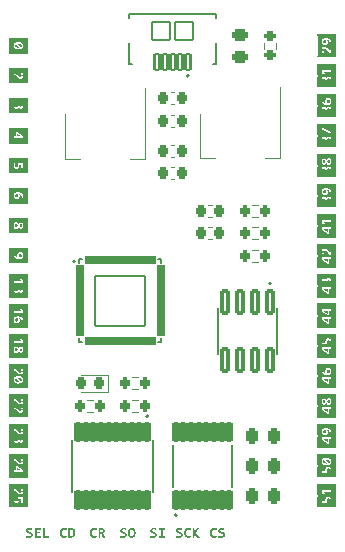
<source format=gto>
G04 #@! TF.GenerationSoftware,KiCad,Pcbnew,7.0.1*
G04 #@! TF.CreationDate,2024-07-03T15:15:49+02:00*
G04 #@! TF.ProjectId,iCE40DevBoard,69434534-3044-4657-9642-6f6172642e6b,rev?*
G04 #@! TF.SameCoordinates,Original*
G04 #@! TF.FileFunction,Legend,Top*
G04 #@! TF.FilePolarity,Positive*
%FSLAX46Y46*%
G04 Gerber Fmt 4.6, Leading zero omitted, Abs format (unit mm)*
G04 Created by KiCad (PCBNEW 7.0.1) date 2024-07-03 15:15:49*
%MOMM*%
%LPD*%
G01*
G04 APERTURE LIST*
G04 Aperture macros list*
%AMRoundRect*
0 Rectangle with rounded corners*
0 $1 Rounding radius*
0 $2 $3 $4 $5 $6 $7 $8 $9 X,Y pos of 4 corners*
0 Add a 4 corners polygon primitive as box body*
4,1,4,$2,$3,$4,$5,$6,$7,$8,$9,$2,$3,0*
0 Add four circle primitives for the rounded corners*
1,1,$1+$1,$2,$3*
1,1,$1+$1,$4,$5*
1,1,$1+$1,$6,$7*
1,1,$1+$1,$8,$9*
0 Add four rect primitives between the rounded corners*
20,1,$1+$1,$2,$3,$4,$5,0*
20,1,$1+$1,$4,$5,$6,$7,0*
20,1,$1+$1,$6,$7,$8,$9,0*
20,1,$1+$1,$8,$9,$2,$3,0*%
G04 Aperture macros list end*
%ADD10C,0.180000*%
%ADD11C,0.160000*%
%ADD12C,0.120000*%
%ADD13C,0.127000*%
%ADD14C,0.200000*%
%ADD15C,0.010000*%
%ADD16O,1.700000X1.700000*%
%ADD17R,1.700000X1.700000*%
%ADD18RoundRect,0.200000X-0.200000X-0.275000X0.200000X-0.275000X0.200000X0.275000X-0.200000X0.275000X0*%
%ADD19RoundRect,0.218750X0.218750X0.256250X-0.218750X0.256250X-0.218750X-0.256250X0.218750X-0.256250X0*%
%ADD20RoundRect,0.225000X-0.225000X-0.250000X0.225000X-0.250000X0.225000X0.250000X-0.225000X0.250000X0*%
%ADD21RoundRect,0.243750X0.243750X0.456250X-0.243750X0.456250X-0.243750X-0.456250X0.243750X-0.456250X0*%
%ADD22RoundRect,0.153250X0.153750X-0.733750X0.153750X0.733750X-0.153750X0.733750X-0.153750X-0.733750X0*%
%ADD23R,1.500000X2.000000*%
%ADD24R,3.800000X2.000000*%
%ADD25RoundRect,0.153250X-0.153750X0.733750X-0.153750X-0.733750X0.153750X-0.733750X0.153750X0.733750X0*%
%ADD26RoundRect,0.177000X-0.225000X0.910000X-0.225000X-0.910000X0.225000X-0.910000X0.225000X0.910000X0*%
%ADD27RoundRect,0.102000X0.200000X0.675000X-0.200000X0.675000X-0.200000X-0.675000X0.200000X-0.675000X0*%
%ADD28O,1.454000X1.154000*%
%ADD29RoundRect,0.102000X0.750000X0.775000X-0.750000X0.775000X-0.750000X-0.775000X0.750000X-0.775000X0*%
%ADD30RoundRect,0.200000X-0.275000X0.200000X-0.275000X-0.200000X0.275000X-0.200000X0.275000X0.200000X0*%
%ADD31RoundRect,0.193000X-0.329000X-0.039000X0.329000X-0.039000X0.329000X0.039000X-0.329000X0.039000X0*%
%ADD32RoundRect,0.193000X0.039000X-0.329000X0.039000X0.329000X-0.039000X0.329000X-0.039000X-0.329000X0*%
%ADD33RoundRect,0.193000X0.329000X0.039000X-0.329000X0.039000X-0.329000X-0.039000X0.329000X-0.039000X0*%
%ADD34RoundRect,0.193000X-0.039000X0.329000X-0.039000X-0.329000X0.039000X-0.329000X0.039000X0.329000X0*%
%ADD35RoundRect,0.102000X-2.100000X-2.100000X2.100000X-2.100000X2.100000X2.100000X-2.100000X2.100000X0*%
%ADD36RoundRect,0.243750X-0.456250X0.243750X-0.456250X-0.243750X0.456250X-0.243750X0.456250X0.243750X0*%
G04 APERTURE END LIST*
D10*
G36*
X187898671Y-92205820D02*
G01*
X187898457Y-92217993D01*
X187897813Y-92229864D01*
X187896741Y-92241434D01*
X187895240Y-92252703D01*
X187893310Y-92263670D01*
X187890951Y-92274336D01*
X187888163Y-92284701D01*
X187884946Y-92294764D01*
X187881300Y-92304526D01*
X187877226Y-92313986D01*
X187874271Y-92320125D01*
X187869524Y-92329085D01*
X187864433Y-92337748D01*
X187858999Y-92346113D01*
X187853220Y-92354180D01*
X187847098Y-92361950D01*
X187840631Y-92369422D01*
X187833821Y-92376597D01*
X187826667Y-92383474D01*
X187819169Y-92390054D01*
X187811327Y-92396336D01*
X187805908Y-92400359D01*
X187797517Y-92406112D01*
X187788834Y-92411583D01*
X187779856Y-92416772D01*
X187770585Y-92421678D01*
X187761021Y-92426303D01*
X187751162Y-92430645D01*
X187741010Y-92434706D01*
X187730565Y-92438484D01*
X187719825Y-92441980D01*
X187708792Y-92445194D01*
X187701274Y-92447181D01*
X187689841Y-92449930D01*
X187678211Y-92452410D01*
X187666384Y-92454619D01*
X187654360Y-92456557D01*
X187642139Y-92458225D01*
X187629720Y-92459623D01*
X187617105Y-92460750D01*
X187604293Y-92461606D01*
X187591283Y-92462192D01*
X187578077Y-92462508D01*
X187569163Y-92462568D01*
X187557249Y-92462510D01*
X187545412Y-92462336D01*
X187533653Y-92462046D01*
X187521971Y-92461641D01*
X187510366Y-92461119D01*
X187498838Y-92460481D01*
X187487388Y-92459728D01*
X187476015Y-92458858D01*
X187464719Y-92457873D01*
X187453501Y-92456772D01*
X187446065Y-92455973D01*
X187434948Y-92454701D01*
X187423854Y-92453274D01*
X187412784Y-92451692D01*
X187401737Y-92449956D01*
X187390713Y-92448065D01*
X187379712Y-92446020D01*
X187368734Y-92443820D01*
X187357780Y-92441465D01*
X187346849Y-92438956D01*
X187335941Y-92436293D01*
X187328681Y-92434431D01*
X187328681Y-92279679D01*
X187337602Y-92282400D01*
X187346640Y-92285067D01*
X187355797Y-92287681D01*
X187365072Y-92290240D01*
X187374464Y-92292747D01*
X187383975Y-92295199D01*
X187387813Y-92296165D01*
X187397504Y-92298521D01*
X187407206Y-92300781D01*
X187416918Y-92302943D01*
X187426642Y-92305009D01*
X187436376Y-92306979D01*
X187446120Y-92308852D01*
X187450021Y-92309574D01*
X187459770Y-92311301D01*
X187469509Y-92312910D01*
X187479236Y-92314401D01*
X187488953Y-92315774D01*
X187498659Y-92317028D01*
X187508355Y-92318165D01*
X187512230Y-92318587D01*
X187521867Y-92319537D01*
X187531408Y-92320326D01*
X187540852Y-92320953D01*
X187550200Y-92321420D01*
X187559451Y-92321726D01*
X187568606Y-92321871D01*
X187572240Y-92321884D01*
X187582812Y-92321778D01*
X187592986Y-92321458D01*
X187602761Y-92320926D01*
X187612137Y-92320180D01*
X187621116Y-92319222D01*
X187631778Y-92317725D01*
X187641818Y-92315895D01*
X187645660Y-92315070D01*
X187654866Y-92312817D01*
X187663524Y-92310317D01*
X187673192Y-92306991D01*
X187682072Y-92303310D01*
X187690163Y-92299274D01*
X187695119Y-92296385D01*
X187702981Y-92290885D01*
X187709833Y-92284965D01*
X187716428Y-92277683D01*
X187721703Y-92269852D01*
X187722816Y-92267809D01*
X187726663Y-92259249D01*
X187729411Y-92250278D01*
X187731059Y-92240895D01*
X187731609Y-92231099D01*
X187731190Y-92222125D01*
X187729583Y-92211965D01*
X187726770Y-92202470D01*
X187722751Y-92193639D01*
X187717527Y-92185473D01*
X187714463Y-92181640D01*
X187707729Y-92174308D01*
X187700223Y-92167317D01*
X187693377Y-92161751D01*
X187685995Y-92156421D01*
X187678076Y-92151327D01*
X187669620Y-92146469D01*
X187660771Y-92141735D01*
X187651537Y-92137152D01*
X187641915Y-92132719D01*
X187631907Y-92128437D01*
X187623623Y-92125119D01*
X187615091Y-92121897D01*
X187606312Y-92118772D01*
X187597441Y-92115667D01*
X187588521Y-92112507D01*
X187579553Y-92109292D01*
X187570537Y-92106022D01*
X187561473Y-92102697D01*
X187552361Y-92099318D01*
X187543200Y-92095883D01*
X187533992Y-92092393D01*
X187524832Y-92088818D01*
X187515706Y-92085126D01*
X187506614Y-92081317D01*
X187497557Y-92077391D01*
X187488534Y-92073348D01*
X187479546Y-92069189D01*
X187470591Y-92064913D01*
X187461672Y-92060520D01*
X187452941Y-92055934D01*
X187444443Y-92051081D01*
X187436180Y-92045960D01*
X187428149Y-92040571D01*
X187420353Y-92034914D01*
X187412790Y-92028990D01*
X187405460Y-92022797D01*
X187398364Y-92016336D01*
X187391604Y-92009532D01*
X187385175Y-92002419D01*
X187379075Y-91994997D01*
X187373305Y-91987265D01*
X187367864Y-91979225D01*
X187362753Y-91970875D01*
X187357972Y-91962216D01*
X187353521Y-91953248D01*
X187349554Y-91943889D01*
X187346116Y-91934055D01*
X187343207Y-91923748D01*
X187340826Y-91912967D01*
X187338975Y-91901711D01*
X187337934Y-91892959D01*
X187337190Y-91883939D01*
X187336744Y-91874653D01*
X187336595Y-91865101D01*
X187336748Y-91856284D01*
X187337426Y-91844666D01*
X187338647Y-91833207D01*
X187340411Y-91821905D01*
X187342717Y-91810761D01*
X187345566Y-91799775D01*
X187348958Y-91788947D01*
X187352892Y-91778278D01*
X187353961Y-91775635D01*
X187358608Y-91765197D01*
X187363866Y-91755096D01*
X187369736Y-91745331D01*
X187376217Y-91735903D01*
X187383310Y-91726811D01*
X187391014Y-91718056D01*
X187397193Y-91711711D01*
X187403716Y-91705555D01*
X187408256Y-91701556D01*
X187415405Y-91695735D01*
X187422921Y-91690142D01*
X187430804Y-91684777D01*
X187439054Y-91679639D01*
X187447672Y-91674730D01*
X187456656Y-91670049D01*
X187466008Y-91665596D01*
X187475726Y-91661370D01*
X187485812Y-91657373D01*
X187496265Y-91653604D01*
X187503437Y-91651218D01*
X187514570Y-91647878D01*
X187526124Y-91644868D01*
X187538099Y-91642185D01*
X187550496Y-91639832D01*
X187563313Y-91637806D01*
X187572092Y-91636638D01*
X187581058Y-91635617D01*
X187590212Y-91634741D01*
X187599552Y-91634011D01*
X187609080Y-91633427D01*
X187618795Y-91632989D01*
X187628697Y-91632697D01*
X187638786Y-91632551D01*
X187643901Y-91632533D01*
X187653038Y-91632579D01*
X187662314Y-91632718D01*
X187671730Y-91632950D01*
X187681284Y-91633275D01*
X187690978Y-91633692D01*
X187694240Y-91633852D01*
X187704101Y-91634295D01*
X187713900Y-91634800D01*
X187723637Y-91635367D01*
X187733312Y-91635995D01*
X187742926Y-91636686D01*
X187746117Y-91636929D01*
X187755692Y-91637620D01*
X187765128Y-91638372D01*
X187774425Y-91639186D01*
X187783582Y-91640062D01*
X187792601Y-91640999D01*
X187795576Y-91641326D01*
X187804414Y-91642315D01*
X187814354Y-91643469D01*
X187823895Y-91644623D01*
X187833036Y-91645777D01*
X187839320Y-91646601D01*
X187839320Y-91787285D01*
X187830486Y-91784645D01*
X187821294Y-91782110D01*
X187811745Y-91779680D01*
X187801837Y-91777356D01*
X187796016Y-91776075D01*
X187787141Y-91774225D01*
X187778159Y-91772468D01*
X187769068Y-91770804D01*
X187759869Y-91769233D01*
X187750562Y-91767754D01*
X187747436Y-91767282D01*
X187738031Y-91765868D01*
X187728610Y-91764592D01*
X187719175Y-91763456D01*
X187709723Y-91762460D01*
X187700256Y-91761602D01*
X187697097Y-91761347D01*
X187687695Y-91760600D01*
X187678447Y-91760007D01*
X187669354Y-91759569D01*
X187660415Y-91759286D01*
X187650182Y-91759151D01*
X187648737Y-91759148D01*
X187638924Y-91759255D01*
X187629489Y-91759574D01*
X187620432Y-91760107D01*
X187609642Y-91761072D01*
X187599442Y-91762369D01*
X187589833Y-91764000D01*
X187580813Y-91765963D01*
X187570692Y-91768614D01*
X187561267Y-91771620D01*
X187552537Y-91774981D01*
X187544502Y-91778699D01*
X187536007Y-91783485D01*
X187534871Y-91784208D01*
X187527544Y-91789568D01*
X187520304Y-91796338D01*
X187514273Y-91803794D01*
X187509450Y-91811938D01*
X187508933Y-91813004D01*
X187505471Y-91821811D01*
X187502998Y-91831084D01*
X187501514Y-91840825D01*
X187501027Y-91849731D01*
X187501019Y-91851033D01*
X187501614Y-91860257D01*
X187503399Y-91868972D01*
X187506986Y-91878494D01*
X187512193Y-91887322D01*
X187517945Y-91894337D01*
X187524761Y-91900973D01*
X187532350Y-91907361D01*
X187540712Y-91913502D01*
X187548270Y-91918431D01*
X187556365Y-91923188D01*
X187563228Y-91926870D01*
X187572198Y-91931356D01*
X187581522Y-91935744D01*
X187591200Y-91940037D01*
X187601232Y-91944232D01*
X187609513Y-91947519D01*
X187618021Y-91950744D01*
X187626755Y-91953908D01*
X187635686Y-91957071D01*
X187644671Y-91960296D01*
X187653711Y-91963583D01*
X187662806Y-91966932D01*
X187671956Y-91970343D01*
X187681160Y-91973815D01*
X187690420Y-91977349D01*
X187699735Y-91980945D01*
X187709098Y-91984583D01*
X187718392Y-91988351D01*
X187727618Y-91992249D01*
X187736775Y-91996278D01*
X187745863Y-92000437D01*
X187754882Y-92004727D01*
X187763833Y-92009147D01*
X187772715Y-92013698D01*
X187781501Y-92018438D01*
X187790053Y-92023425D01*
X187798372Y-92028660D01*
X187806457Y-92034142D01*
X187814309Y-92039871D01*
X187821927Y-92045847D01*
X187829311Y-92052070D01*
X187836462Y-92058541D01*
X187843321Y-92065287D01*
X187849830Y-92072335D01*
X187855988Y-92079685D01*
X187861796Y-92087338D01*
X187867254Y-92095292D01*
X187872361Y-92103549D01*
X187877118Y-92112108D01*
X187881525Y-92120970D01*
X187885544Y-92130134D01*
X187889026Y-92139709D01*
X187891973Y-92149697D01*
X187894384Y-92160098D01*
X187896260Y-92170910D01*
X187897599Y-92182134D01*
X187898403Y-92193771D01*
X187898654Y-92202769D01*
X187898671Y-92205820D01*
G37*
G36*
X188052764Y-91773217D02*
G01*
X188052764Y-91646601D01*
X188563402Y-91646601D01*
X188563402Y-91773217D01*
X188385349Y-91773217D01*
X188385349Y-92321884D01*
X188563402Y-92321884D01*
X188563402Y-92448500D01*
X188052764Y-92448500D01*
X188052764Y-92321884D01*
X188230817Y-92321884D01*
X188230817Y-91773217D01*
X188052764Y-91773217D01*
G37*
D11*
G36*
X203041739Y-89864059D02*
G01*
X201488630Y-89864059D01*
X201488630Y-89480759D01*
X201857201Y-89480759D01*
X202293321Y-89480759D01*
X202293321Y-89322490D01*
X202293351Y-89316252D01*
X202293592Y-89304102D01*
X202294073Y-89292386D01*
X202294794Y-89281105D01*
X202295756Y-89270258D01*
X202296958Y-89259846D01*
X202298400Y-89249868D01*
X202300083Y-89240325D01*
X202302007Y-89231217D01*
X202305343Y-89218368D01*
X202309220Y-89206497D01*
X202313637Y-89195604D01*
X202318596Y-89185688D01*
X202324096Y-89176750D01*
X202328042Y-89171267D01*
X202334433Y-89163705D01*
X202341393Y-89156939D01*
X202348921Y-89150969D01*
X202357016Y-89145795D01*
X202365680Y-89141417D01*
X202374912Y-89137835D01*
X202384712Y-89135050D01*
X202395079Y-89133060D01*
X202406015Y-89131866D01*
X202417519Y-89131468D01*
X202425000Y-89131657D01*
X202435834Y-89132654D01*
X202446205Y-89134504D01*
X202456113Y-89137208D01*
X202465556Y-89140766D01*
X202474536Y-89145178D01*
X202483052Y-89150444D01*
X202491105Y-89156564D01*
X202498694Y-89163538D01*
X202505819Y-89171366D01*
X202512481Y-89180048D01*
X202516606Y-89186266D01*
X202522296Y-89196244D01*
X202527387Y-89207003D01*
X202531879Y-89218542D01*
X202535772Y-89230862D01*
X202538034Y-89239508D01*
X202540031Y-89248502D01*
X202541761Y-89257843D01*
X202543225Y-89267530D01*
X202544423Y-89277565D01*
X202545355Y-89287946D01*
X202546020Y-89298674D01*
X202546419Y-89309749D01*
X202546552Y-89321171D01*
X202546520Y-89330098D01*
X202546421Y-89338989D01*
X202546257Y-89347846D01*
X202546027Y-89356668D01*
X202545618Y-89368377D01*
X202545093Y-89380024D01*
X202544450Y-89391609D01*
X202543691Y-89403132D01*
X202542815Y-89414594D01*
X202541789Y-89425860D01*
X202540686Y-89436796D01*
X202539508Y-89447402D01*
X202538254Y-89457678D01*
X202536925Y-89467625D01*
X202535520Y-89477242D01*
X202534040Y-89486530D01*
X202532484Y-89495487D01*
X202659100Y-89495487D01*
X202659456Y-89493223D01*
X202660864Y-89483942D01*
X202662245Y-89474305D01*
X202663430Y-89465579D01*
X202664595Y-89456579D01*
X202665241Y-89451286D01*
X202666305Y-89441941D01*
X202667284Y-89432491D01*
X202668180Y-89422936D01*
X202668991Y-89413275D01*
X202669421Y-89407735D01*
X202670122Y-89398089D01*
X202670761Y-89388507D01*
X202671337Y-89378987D01*
X202671849Y-89369531D01*
X202672009Y-89366821D01*
X202672487Y-89357499D01*
X202672838Y-89348429D01*
X202673085Y-89338372D01*
X202673168Y-89328645D01*
X202673099Y-89319099D01*
X202672893Y-89309641D01*
X202672550Y-89300270D01*
X202672069Y-89290987D01*
X202671451Y-89281792D01*
X202670695Y-89272684D01*
X202669802Y-89263664D01*
X202668772Y-89254731D01*
X202667604Y-89245886D01*
X202666299Y-89237128D01*
X202664083Y-89224156D01*
X202661559Y-89211381D01*
X202658725Y-89198803D01*
X202655582Y-89186422D01*
X202653293Y-89178302D01*
X202649621Y-89166376D01*
X202645663Y-89154755D01*
X202641419Y-89143439D01*
X202636889Y-89132428D01*
X202632073Y-89121723D01*
X202626972Y-89111323D01*
X202621584Y-89101229D01*
X202615910Y-89091439D01*
X202609951Y-89081955D01*
X202603705Y-89072776D01*
X202599385Y-89066814D01*
X202592677Y-89058184D01*
X202585694Y-89049929D01*
X202578437Y-89042048D01*
X202570905Y-89034542D01*
X202563099Y-89027411D01*
X202555019Y-89020655D01*
X202546664Y-89014274D01*
X202538035Y-89008267D01*
X202529132Y-89002635D01*
X202519954Y-88997378D01*
X202513689Y-88994078D01*
X202504081Y-88989526D01*
X202494222Y-88985453D01*
X202484112Y-88981860D01*
X202473750Y-88978745D01*
X202463138Y-88976110D01*
X202452274Y-88973954D01*
X202441159Y-88972277D01*
X202429794Y-88971079D01*
X202418176Y-88970360D01*
X202406308Y-88970121D01*
X202397557Y-88970221D01*
X202384790Y-88970749D01*
X202372456Y-88971728D01*
X202360555Y-88973160D01*
X202349087Y-88975044D01*
X202338051Y-88977379D01*
X202327448Y-88980167D01*
X202317278Y-88983407D01*
X202307541Y-88987099D01*
X202298236Y-88991243D01*
X202289365Y-88995840D01*
X202283643Y-88999096D01*
X202275343Y-89004237D01*
X202267383Y-89009688D01*
X202259763Y-89015448D01*
X202252483Y-89021517D01*
X202245544Y-89027895D01*
X202238944Y-89034583D01*
X202232684Y-89041579D01*
X202226764Y-89048885D01*
X202221185Y-89056499D01*
X202215945Y-89064423D01*
X202212602Y-89069833D01*
X202207824Y-89078146D01*
X202203333Y-89086693D01*
X202199128Y-89095477D01*
X202195208Y-89104496D01*
X202191575Y-89113751D01*
X202188228Y-89123242D01*
X202185166Y-89132968D01*
X202182390Y-89142930D01*
X202179901Y-89153128D01*
X202177697Y-89163561D01*
X202176366Y-89170617D01*
X202174531Y-89181281D01*
X202172888Y-89192041D01*
X202171439Y-89202899D01*
X202170184Y-89213852D01*
X202169121Y-89224903D01*
X202168252Y-89236050D01*
X202167575Y-89247293D01*
X202167092Y-89258634D01*
X202166803Y-89270070D01*
X202166706Y-89281604D01*
X202166706Y-89339636D01*
X201997885Y-89339636D01*
X201997885Y-89014524D01*
X201857201Y-89014524D01*
X201857201Y-89480759D01*
X201488630Y-89480759D01*
X201488630Y-88572249D01*
X201857201Y-88572249D01*
X201983817Y-88828997D01*
X202110432Y-88779538D01*
X202013492Y-88600166D01*
X202518416Y-88600166D01*
X202518416Y-88805916D01*
X202659100Y-88805916D01*
X202659100Y-88268240D01*
X202518416Y-88268240D01*
X202518416Y-88445634D01*
X201857201Y-88445634D01*
X201857201Y-88572249D01*
X201488630Y-88572249D01*
X201488630Y-87899670D01*
X203041739Y-87899670D01*
X203041739Y-89864059D01*
G37*
G36*
X202307390Y-86173812D02*
G01*
X202301043Y-86174389D01*
X202291625Y-86174946D01*
X202282330Y-86175131D01*
X202274465Y-86175131D01*
X202265416Y-86175131D01*
X202255952Y-86175131D01*
X202251383Y-86175119D01*
X202242360Y-86175021D01*
X202233492Y-86174825D01*
X202220479Y-86174348D01*
X202207814Y-86173651D01*
X202195497Y-86172733D01*
X202183528Y-86171595D01*
X202171906Y-86170237D01*
X202160632Y-86168658D01*
X202149706Y-86166860D01*
X202139128Y-86164841D01*
X202128897Y-86162602D01*
X202125562Y-86161796D01*
X202115770Y-86159270D01*
X202106294Y-86156582D01*
X202097135Y-86153732D01*
X202088293Y-86150719D01*
X202079768Y-86147544D01*
X202068894Y-86143058D01*
X202058583Y-86138284D01*
X202048835Y-86133221D01*
X202039651Y-86127870D01*
X202035272Y-86125092D01*
X202026946Y-86119357D01*
X202019197Y-86113380D01*
X202012026Y-86107164D01*
X202005431Y-86100706D01*
X201999414Y-86094009D01*
X201992703Y-86085299D01*
X201986894Y-86076213D01*
X201984818Y-86072484D01*
X201980213Y-86062988D01*
X201976446Y-86053245D01*
X201973516Y-86043256D01*
X201971423Y-86033019D01*
X201970167Y-86022536D01*
X201969748Y-86011806D01*
X201969776Y-86008810D01*
X201970181Y-85999967D01*
X201971480Y-85988519D01*
X201973643Y-85977463D01*
X201976673Y-85966798D01*
X201980568Y-85956525D01*
X201985328Y-85946644D01*
X201990954Y-85937154D01*
X201997446Y-85928055D01*
X202004782Y-85919372D01*
X202013053Y-85911129D01*
X202019869Y-85905235D01*
X202027210Y-85899589D01*
X202035078Y-85894189D01*
X202043470Y-85889037D01*
X202052388Y-85884133D01*
X202061832Y-85879475D01*
X202071801Y-85875065D01*
X202082296Y-85870902D01*
X202307390Y-86173812D01*
G37*
G36*
X202262940Y-85848713D02*
G01*
X202271968Y-85848809D01*
X202280847Y-85849001D01*
X202293885Y-85849470D01*
X202306586Y-85850155D01*
X202318952Y-85851057D01*
X202330981Y-85852175D01*
X202342674Y-85853509D01*
X202354031Y-85855060D01*
X202365052Y-85856827D01*
X202375736Y-85858811D01*
X202386085Y-85861011D01*
X202392799Y-85862587D01*
X202402596Y-85865093D01*
X202412065Y-85867770D01*
X202421205Y-85870616D01*
X202430017Y-85873633D01*
X202438500Y-85876819D01*
X202446655Y-85880176D01*
X202457018Y-85884916D01*
X202466796Y-85889958D01*
X202475991Y-85895302D01*
X202482470Y-85899495D01*
X202490622Y-85905308D01*
X202498218Y-85911376D01*
X202505257Y-85917697D01*
X202511740Y-85924273D01*
X202517667Y-85931103D01*
X202523037Y-85938187D01*
X202528967Y-85947399D01*
X202531096Y-85951154D01*
X202535819Y-85960699D01*
X202539683Y-85970470D01*
X202542688Y-85980466D01*
X202544835Y-85990687D01*
X202546123Y-86001134D01*
X202546552Y-86011806D01*
X202546120Y-86023546D01*
X202544821Y-86034914D01*
X202542657Y-86045912D01*
X202539628Y-86056539D01*
X202535733Y-86066795D01*
X202530973Y-86076680D01*
X202525347Y-86086194D01*
X202518855Y-86095337D01*
X202511471Y-86104044D01*
X202503166Y-86112249D01*
X202496333Y-86118074D01*
X202488982Y-86123617D01*
X202481114Y-86128878D01*
X202472728Y-86133857D01*
X202463824Y-86138554D01*
X202454402Y-86142968D01*
X202444463Y-86147101D01*
X202434005Y-86150951D01*
X202222979Y-85850020D01*
X202231552Y-85849855D01*
X202240565Y-85849360D01*
X202249523Y-85848866D01*
X202258370Y-85848701D01*
X202262940Y-85848713D01*
G37*
G36*
X203041739Y-87324059D02*
G01*
X201474562Y-87324059D01*
X201474562Y-86940759D01*
X201857201Y-86940759D01*
X202293321Y-86940759D01*
X202293321Y-86782490D01*
X202293351Y-86776252D01*
X202293592Y-86764102D01*
X202294073Y-86752386D01*
X202294794Y-86741105D01*
X202295756Y-86730258D01*
X202296958Y-86719846D01*
X202298400Y-86709868D01*
X202300083Y-86700325D01*
X202302007Y-86691217D01*
X202305343Y-86678368D01*
X202309220Y-86666497D01*
X202313637Y-86655604D01*
X202318596Y-86645688D01*
X202324096Y-86636750D01*
X202328042Y-86631267D01*
X202334433Y-86623705D01*
X202341393Y-86616939D01*
X202348921Y-86610969D01*
X202357016Y-86605795D01*
X202365680Y-86601417D01*
X202374912Y-86597835D01*
X202384712Y-86595050D01*
X202395079Y-86593060D01*
X202406015Y-86591866D01*
X202417519Y-86591468D01*
X202425000Y-86591657D01*
X202435834Y-86592654D01*
X202446205Y-86594504D01*
X202456113Y-86597208D01*
X202465556Y-86600766D01*
X202474536Y-86605178D01*
X202483052Y-86610444D01*
X202491105Y-86616564D01*
X202498694Y-86623538D01*
X202505819Y-86631366D01*
X202512481Y-86640048D01*
X202516606Y-86646266D01*
X202522296Y-86656244D01*
X202527387Y-86667003D01*
X202531879Y-86678542D01*
X202535772Y-86690862D01*
X202538034Y-86699508D01*
X202540031Y-86708502D01*
X202541761Y-86717843D01*
X202543225Y-86727530D01*
X202544423Y-86737565D01*
X202545355Y-86747946D01*
X202546020Y-86758674D01*
X202546419Y-86769749D01*
X202546552Y-86781171D01*
X202546520Y-86790098D01*
X202546421Y-86798989D01*
X202546257Y-86807846D01*
X202546027Y-86816668D01*
X202545618Y-86828377D01*
X202545093Y-86840024D01*
X202544450Y-86851609D01*
X202543691Y-86863132D01*
X202542815Y-86874594D01*
X202541789Y-86885860D01*
X202540686Y-86896796D01*
X202539508Y-86907402D01*
X202538254Y-86917678D01*
X202536925Y-86927625D01*
X202535520Y-86937242D01*
X202534040Y-86946530D01*
X202532484Y-86955487D01*
X202659100Y-86955487D01*
X202659456Y-86953223D01*
X202660864Y-86943942D01*
X202662245Y-86934305D01*
X202663430Y-86925579D01*
X202664595Y-86916579D01*
X202665241Y-86911286D01*
X202666305Y-86901941D01*
X202667284Y-86892491D01*
X202668180Y-86882936D01*
X202668991Y-86873275D01*
X202669421Y-86867735D01*
X202670122Y-86858089D01*
X202670761Y-86848507D01*
X202671337Y-86838987D01*
X202671849Y-86829531D01*
X202672009Y-86826821D01*
X202672487Y-86817499D01*
X202672838Y-86808429D01*
X202673085Y-86798372D01*
X202673168Y-86788645D01*
X202673099Y-86779099D01*
X202672893Y-86769641D01*
X202672550Y-86760270D01*
X202672069Y-86750987D01*
X202671451Y-86741792D01*
X202670695Y-86732684D01*
X202669802Y-86723664D01*
X202668772Y-86714731D01*
X202667604Y-86705886D01*
X202666299Y-86697128D01*
X202664083Y-86684156D01*
X202661559Y-86671381D01*
X202658725Y-86658803D01*
X202655582Y-86646422D01*
X202653293Y-86638302D01*
X202649621Y-86626376D01*
X202645663Y-86614755D01*
X202641419Y-86603439D01*
X202636889Y-86592428D01*
X202632073Y-86581723D01*
X202626972Y-86571323D01*
X202621584Y-86561229D01*
X202615910Y-86551439D01*
X202609951Y-86541955D01*
X202603705Y-86532776D01*
X202599385Y-86526814D01*
X202592677Y-86518184D01*
X202585694Y-86509929D01*
X202578437Y-86502048D01*
X202570905Y-86494542D01*
X202563099Y-86487411D01*
X202555019Y-86480655D01*
X202546664Y-86474274D01*
X202538035Y-86468267D01*
X202529132Y-86462635D01*
X202519954Y-86457378D01*
X202513689Y-86454078D01*
X202504081Y-86449526D01*
X202494222Y-86445453D01*
X202484112Y-86441860D01*
X202473750Y-86438745D01*
X202463138Y-86436110D01*
X202452274Y-86433954D01*
X202441159Y-86432277D01*
X202429794Y-86431079D01*
X202418176Y-86430360D01*
X202406308Y-86430121D01*
X202397557Y-86430221D01*
X202384790Y-86430749D01*
X202372456Y-86431728D01*
X202360555Y-86433160D01*
X202349087Y-86435044D01*
X202338051Y-86437379D01*
X202327448Y-86440167D01*
X202317278Y-86443407D01*
X202307541Y-86447099D01*
X202298236Y-86451243D01*
X202289365Y-86455840D01*
X202283643Y-86459096D01*
X202275343Y-86464237D01*
X202267383Y-86469688D01*
X202259763Y-86475448D01*
X202252483Y-86481517D01*
X202245544Y-86487895D01*
X202238944Y-86494583D01*
X202232684Y-86501579D01*
X202226764Y-86508885D01*
X202221185Y-86516499D01*
X202215945Y-86524423D01*
X202212602Y-86529833D01*
X202207824Y-86538146D01*
X202203333Y-86546693D01*
X202199128Y-86555477D01*
X202195208Y-86564496D01*
X202191575Y-86573751D01*
X202188228Y-86583242D01*
X202185166Y-86592968D01*
X202182390Y-86602930D01*
X202179901Y-86613128D01*
X202177697Y-86623561D01*
X202176366Y-86630617D01*
X202174531Y-86641281D01*
X202172888Y-86652041D01*
X202171439Y-86662899D01*
X202170184Y-86673852D01*
X202169121Y-86684903D01*
X202168252Y-86696050D01*
X202167575Y-86707293D01*
X202167092Y-86718634D01*
X202166803Y-86730070D01*
X202166706Y-86741604D01*
X202166706Y-86799636D01*
X201997885Y-86799636D01*
X201997885Y-86474524D01*
X201857201Y-86474524D01*
X201857201Y-86940759D01*
X201474562Y-86940759D01*
X201474562Y-86002574D01*
X201843133Y-86002574D01*
X201843241Y-86011806D01*
X201843244Y-86012101D01*
X201843576Y-86021502D01*
X201844130Y-86030778D01*
X201844905Y-86039929D01*
X201845902Y-86048955D01*
X201847121Y-86057855D01*
X201848561Y-86066629D01*
X201851136Y-86079556D01*
X201854210Y-86092201D01*
X201857782Y-86104564D01*
X201861853Y-86116645D01*
X201866422Y-86128444D01*
X201871490Y-86139960D01*
X201875107Y-86147443D01*
X201880910Y-86158389D01*
X201887165Y-86169004D01*
X201893873Y-86179286D01*
X201901032Y-86189236D01*
X201908643Y-86198853D01*
X201916707Y-86208138D01*
X201925223Y-86217091D01*
X201934190Y-86225712D01*
X201943610Y-86234000D01*
X201953482Y-86241956D01*
X201956858Y-86244520D01*
X201967272Y-86251985D01*
X201978115Y-86259111D01*
X201989387Y-86265896D01*
X201997140Y-86270230D01*
X202005083Y-86274414D01*
X202013218Y-86278446D01*
X202021542Y-86282327D01*
X202030058Y-86286057D01*
X202038764Y-86289636D01*
X202047660Y-86293064D01*
X202056748Y-86296341D01*
X202066026Y-86299466D01*
X202075494Y-86302441D01*
X202085153Y-86305264D01*
X202094963Y-86307926D01*
X202104937Y-86310416D01*
X202115076Y-86312734D01*
X202125380Y-86314881D01*
X202135849Y-86316856D01*
X202146483Y-86318659D01*
X202157281Y-86320291D01*
X202168245Y-86321750D01*
X202179373Y-86323038D01*
X202190666Y-86324155D01*
X202202124Y-86325099D01*
X202213747Y-86325872D01*
X202225535Y-86326473D01*
X202237487Y-86326902D01*
X202249605Y-86327160D01*
X202261887Y-86327246D01*
X202275342Y-86327156D01*
X202288558Y-86326888D01*
X202301535Y-86326442D01*
X202314273Y-86325817D01*
X202326772Y-86325013D01*
X202339033Y-86324031D01*
X202351056Y-86322870D01*
X202362839Y-86321530D01*
X202374384Y-86320012D01*
X202385690Y-86318316D01*
X202396757Y-86316440D01*
X202407586Y-86314386D01*
X202418176Y-86312154D01*
X202428527Y-86309743D01*
X202438640Y-86307153D01*
X202448513Y-86304385D01*
X202453350Y-86302938D01*
X202462860Y-86299942D01*
X202472155Y-86296806D01*
X202481232Y-86293531D01*
X202490094Y-86290117D01*
X202498739Y-86286564D01*
X202507168Y-86282871D01*
X202515380Y-86279040D01*
X202523376Y-86275069D01*
X202534964Y-86268853D01*
X202546065Y-86262323D01*
X202556680Y-86255481D01*
X202566807Y-86248325D01*
X202576448Y-86240857D01*
X202582608Y-86235686D01*
X202591455Y-86227704D01*
X202599831Y-86219452D01*
X202607735Y-86210929D01*
X202615168Y-86202136D01*
X202622130Y-86193073D01*
X202628620Y-86183739D01*
X202634639Y-86174134D01*
X202640187Y-86164259D01*
X202645263Y-86154113D01*
X202649867Y-86143697D01*
X202652689Y-86136622D01*
X202656580Y-86125854D01*
X202660061Y-86114901D01*
X202663133Y-86103762D01*
X202665795Y-86092438D01*
X202668048Y-86080929D01*
X202669891Y-86069234D01*
X202671325Y-86057353D01*
X202672349Y-86045287D01*
X202672963Y-86033036D01*
X202673168Y-86020599D01*
X202673058Y-86010995D01*
X202672728Y-86001530D01*
X202672179Y-85992201D01*
X202671409Y-85983010D01*
X202670420Y-85973956D01*
X202669211Y-85965040D01*
X202667782Y-85956261D01*
X202665227Y-85943350D01*
X202662177Y-85930748D01*
X202658632Y-85918455D01*
X202654593Y-85906472D01*
X202650059Y-85894797D01*
X202645031Y-85883432D01*
X202641388Y-85876002D01*
X202635553Y-85865124D01*
X202629273Y-85854567D01*
X202622549Y-85844331D01*
X202615381Y-85834415D01*
X202607768Y-85824820D01*
X202599711Y-85815546D01*
X202591209Y-85806592D01*
X202582263Y-85797960D01*
X202572873Y-85789647D01*
X202563039Y-85781656D01*
X202556213Y-85776514D01*
X202545624Y-85769098D01*
X202534614Y-85762037D01*
X202527039Y-85757528D01*
X202519278Y-85753176D01*
X202511329Y-85748982D01*
X202503193Y-85744946D01*
X202494870Y-85741069D01*
X202486360Y-85737349D01*
X202477662Y-85733787D01*
X202468778Y-85730383D01*
X202459706Y-85727138D01*
X202450447Y-85724050D01*
X202441001Y-85721120D01*
X202431367Y-85718348D01*
X202421531Y-85715713D01*
X202411532Y-85713248D01*
X202401370Y-85710953D01*
X202391045Y-85708827D01*
X202380556Y-85706872D01*
X202369904Y-85705087D01*
X202359089Y-85703472D01*
X202348111Y-85702027D01*
X202336970Y-85700752D01*
X202325666Y-85699647D01*
X202314198Y-85698711D01*
X202302568Y-85697946D01*
X202290774Y-85697351D01*
X202278817Y-85696926D01*
X202266697Y-85696671D01*
X202254414Y-85696586D01*
X202240880Y-85696676D01*
X202227592Y-85696943D01*
X202214550Y-85697390D01*
X202201753Y-85698015D01*
X202189202Y-85698819D01*
X202176897Y-85699801D01*
X202164837Y-85700962D01*
X202153022Y-85702302D01*
X202141453Y-85703820D01*
X202130130Y-85705516D01*
X202119053Y-85707392D01*
X202108220Y-85709446D01*
X202097634Y-85711678D01*
X202087293Y-85714089D01*
X202077198Y-85716679D01*
X202067348Y-85719447D01*
X202062498Y-85720894D01*
X202052965Y-85723890D01*
X202043654Y-85727026D01*
X202034564Y-85730301D01*
X202025696Y-85733715D01*
X202017049Y-85737268D01*
X202008624Y-85740961D01*
X202000420Y-85744792D01*
X201992438Y-85748762D01*
X201980880Y-85754979D01*
X201969821Y-85761508D01*
X201959260Y-85768351D01*
X201949197Y-85775506D01*
X201939633Y-85782975D01*
X201933500Y-85788093D01*
X201924689Y-85796001D01*
X201916346Y-85804187D01*
X201908471Y-85812652D01*
X201901063Y-85821395D01*
X201894123Y-85830416D01*
X201887650Y-85839716D01*
X201881644Y-85849293D01*
X201881236Y-85850020D01*
X201876107Y-85859149D01*
X201871036Y-85869283D01*
X201866434Y-85879695D01*
X201863612Y-85886770D01*
X201859721Y-85897533D01*
X201856240Y-85908478D01*
X201853168Y-85919604D01*
X201850506Y-85930912D01*
X201848253Y-85942402D01*
X201846410Y-85954073D01*
X201844976Y-85965926D01*
X201843952Y-85977960D01*
X201843338Y-85990176D01*
X201843133Y-86002574D01*
X201474562Y-86002574D01*
X201474562Y-85328016D01*
X203041739Y-85328016D01*
X203041739Y-87324059D01*
G37*
G36*
X202363663Y-84340089D02*
G01*
X202000743Y-84110159D01*
X202363663Y-84110159D01*
X202363663Y-84340089D01*
G37*
G36*
X202200280Y-83353938D02*
G01*
X202204692Y-83362004D01*
X202208966Y-83370731D01*
X202212648Y-83379043D01*
X202216083Y-83387629D01*
X202219352Y-83396463D01*
X202222457Y-83405545D01*
X202225397Y-83414873D01*
X202227994Y-83424229D01*
X202230288Y-83433613D01*
X202232281Y-83443024D01*
X202233970Y-83452462D01*
X202235170Y-83460628D01*
X202236179Y-83469702D01*
X202236804Y-83478502D01*
X202237048Y-83488073D01*
X202236923Y-83495608D01*
X202236270Y-83506525D01*
X202235056Y-83516979D01*
X202233282Y-83526969D01*
X202230947Y-83536495D01*
X202228052Y-83545557D01*
X202224597Y-83554156D01*
X202220582Y-83562291D01*
X202216006Y-83569962D01*
X202210870Y-83577170D01*
X202205174Y-83583914D01*
X202201030Y-83588093D01*
X202194318Y-83593856D01*
X202187012Y-83599012D01*
X202179110Y-83603562D01*
X202170613Y-83607505D01*
X202161521Y-83610842D01*
X202151834Y-83613572D01*
X202141552Y-83615695D01*
X202130675Y-83617212D01*
X202119202Y-83618122D01*
X202107135Y-83618425D01*
X202097594Y-83618200D01*
X202088343Y-83617523D01*
X202079382Y-83616396D01*
X202070710Y-83614819D01*
X202060687Y-83612330D01*
X202051081Y-83609193D01*
X202047950Y-83608009D01*
X202038895Y-83604096D01*
X202030351Y-83599642D01*
X202022316Y-83594647D01*
X202014792Y-83589111D01*
X202007777Y-83583034D01*
X202005529Y-83580864D01*
X201999177Y-83574035D01*
X201993412Y-83566727D01*
X201988234Y-83558940D01*
X201983643Y-83550674D01*
X201979640Y-83541928D01*
X201977322Y-83535797D01*
X201974424Y-83526279D01*
X201972221Y-83516374D01*
X201970714Y-83506083D01*
X201969990Y-83497212D01*
X201969748Y-83488073D01*
X201969982Y-83478538D01*
X201970683Y-83469388D01*
X201971851Y-83460623D01*
X201973967Y-83450207D01*
X201976814Y-83440393D01*
X201980390Y-83431179D01*
X201984696Y-83422567D01*
X201986620Y-83419282D01*
X201991909Y-83411424D01*
X201997885Y-83404071D01*
X202004549Y-83397222D01*
X202011899Y-83390878D01*
X202019936Y-83385038D01*
X202028660Y-83379702D01*
X202034177Y-83376694D01*
X202043896Y-83372050D01*
X202052143Y-83368667D01*
X202060808Y-83365579D01*
X202069893Y-83362786D01*
X202079397Y-83360289D01*
X202089319Y-83358088D01*
X202099661Y-83356181D01*
X202107691Y-83354885D01*
X202118757Y-83353355D01*
X202130236Y-83352052D01*
X202139115Y-83351223D01*
X202148227Y-83350521D01*
X202157570Y-83349948D01*
X202167145Y-83349501D01*
X202176952Y-83349183D01*
X202186990Y-83348991D01*
X202197261Y-83348927D01*
X202200280Y-83353938D01*
G37*
G36*
X203027671Y-84856379D02*
G01*
X201474562Y-84856379D01*
X201474562Y-84172588D01*
X201857201Y-84172588D01*
X202367400Y-84487807D01*
X202490279Y-84487807D01*
X202490279Y-84111918D01*
X202659100Y-84111918D01*
X202659100Y-83964859D01*
X202490279Y-83964859D01*
X202490279Y-83842420D01*
X202363663Y-83842420D01*
X202363663Y-83964859D01*
X201857201Y-83964859D01*
X201857201Y-84110159D01*
X201857201Y-84172588D01*
X201474562Y-84172588D01*
X201474562Y-83480599D01*
X201843133Y-83480599D01*
X201843204Y-83488073D01*
X201843209Y-83488583D01*
X201843611Y-83500410D01*
X201844356Y-83512060D01*
X201845445Y-83523533D01*
X201846878Y-83534827D01*
X201848654Y-83545944D01*
X201850775Y-83556883D01*
X201853240Y-83567644D01*
X201856048Y-83578227D01*
X201859201Y-83588633D01*
X201862697Y-83598861D01*
X201865205Y-83605563D01*
X201869202Y-83615400D01*
X201873482Y-83624978D01*
X201878043Y-83634298D01*
X201882887Y-83643358D01*
X201888012Y-83652160D01*
X201893420Y-83660702D01*
X201899110Y-83668986D01*
X201905081Y-83677011D01*
X201911335Y-83684777D01*
X201917871Y-83692284D01*
X201922353Y-83697108D01*
X201929290Y-83704093D01*
X201936487Y-83710776D01*
X201943943Y-83717158D01*
X201951657Y-83723239D01*
X201959631Y-83729018D01*
X201967863Y-83734496D01*
X201976354Y-83739673D01*
X201985104Y-83744548D01*
X201994113Y-83749121D01*
X202003381Y-83753394D01*
X202009662Y-83756056D01*
X202019248Y-83759726D01*
X202029031Y-83763011D01*
X202039011Y-83765909D01*
X202049188Y-83768420D01*
X202059562Y-83770545D01*
X202070133Y-83772284D01*
X202080902Y-83773637D01*
X202091867Y-83774603D01*
X202103030Y-83775182D01*
X202114389Y-83775375D01*
X202122694Y-83775301D01*
X202134868Y-83774909D01*
X202146702Y-83774180D01*
X202158197Y-83773116D01*
X202169351Y-83771715D01*
X202180165Y-83769978D01*
X202190639Y-83767905D01*
X202200773Y-83765496D01*
X202210567Y-83762751D01*
X202220021Y-83759669D01*
X202229134Y-83756251D01*
X202232085Y-83755041D01*
X202240730Y-83751223D01*
X202249066Y-83747127D01*
X202257093Y-83742753D01*
X202264810Y-83738101D01*
X202272219Y-83733170D01*
X202281616Y-83726164D01*
X202290464Y-83718662D01*
X202298762Y-83710666D01*
X202306511Y-83702176D01*
X202308363Y-83699979D01*
X202315456Y-83690932D01*
X202322040Y-83681473D01*
X202328116Y-83671601D01*
X202333683Y-83661318D01*
X202337526Y-83653335D01*
X202341082Y-83645120D01*
X202344352Y-83636673D01*
X202347336Y-83627995D01*
X202350035Y-83619084D01*
X202351685Y-83612999D01*
X202353961Y-83603720D01*
X202355997Y-83594259D01*
X202357794Y-83584616D01*
X202359351Y-83574792D01*
X202360669Y-83564786D01*
X202361747Y-83554599D01*
X202362585Y-83544230D01*
X202363184Y-83533679D01*
X202363544Y-83522947D01*
X202363663Y-83512033D01*
X202363478Y-83501382D01*
X202362921Y-83490752D01*
X202361994Y-83480142D01*
X202360696Y-83469553D01*
X202359027Y-83458984D01*
X202356986Y-83448437D01*
X202354575Y-83437909D01*
X202351793Y-83427403D01*
X202348723Y-83417051D01*
X202345446Y-83406987D01*
X202341963Y-83397212D01*
X202338274Y-83387725D01*
X202334379Y-83378527D01*
X202330278Y-83369618D01*
X202325971Y-83360997D01*
X202321458Y-83352664D01*
X202338384Y-83353983D01*
X202348043Y-83354975D01*
X202357400Y-83356137D01*
X202366456Y-83357469D01*
X202375211Y-83358970D01*
X202386415Y-83361237D01*
X202397083Y-83363806D01*
X202407215Y-83366678D01*
X202416811Y-83369851D01*
X202425872Y-83373327D01*
X202434483Y-83377198D01*
X202442729Y-83381557D01*
X202450612Y-83386403D01*
X202458130Y-83391737D01*
X202465285Y-83397559D01*
X202472075Y-83403868D01*
X202478501Y-83410666D01*
X202484564Y-83417951D01*
X202487460Y-83421760D01*
X202492990Y-83429818D01*
X202498169Y-83438460D01*
X202502998Y-83447685D01*
X202507477Y-83457495D01*
X202511606Y-83467888D01*
X202515384Y-83478865D01*
X202517987Y-83487481D01*
X202520394Y-83496426D01*
X202522555Y-83505704D01*
X202524503Y-83515403D01*
X202526238Y-83525524D01*
X202527761Y-83536065D01*
X202529072Y-83547028D01*
X202530170Y-83558412D01*
X202531055Y-83570217D01*
X202531728Y-83582443D01*
X202532189Y-83595091D01*
X202532437Y-83608160D01*
X202532484Y-83617106D01*
X202532484Y-83727235D01*
X202659100Y-83727235D01*
X202659100Y-83633812D01*
X202659074Y-83626272D01*
X202658939Y-83615018D01*
X202658687Y-83603835D01*
X202658320Y-83592720D01*
X202657837Y-83581676D01*
X202657238Y-83570701D01*
X202656524Y-83559795D01*
X202655693Y-83548959D01*
X202654746Y-83538193D01*
X202653683Y-83527496D01*
X202652505Y-83516869D01*
X202651608Y-83509807D01*
X202650091Y-83499318D01*
X202648370Y-83488952D01*
X202646443Y-83478710D01*
X202644312Y-83468591D01*
X202641977Y-83458596D01*
X202639436Y-83448725D01*
X202636691Y-83438978D01*
X202633741Y-83429354D01*
X202630586Y-83419853D01*
X202627226Y-83410477D01*
X202624865Y-83404301D01*
X202621128Y-83395167D01*
X202617155Y-83386187D01*
X202612947Y-83377361D01*
X202608503Y-83368691D01*
X202603823Y-83360174D01*
X202598907Y-83351813D01*
X202593756Y-83343605D01*
X202588369Y-83335553D01*
X202582746Y-83327655D01*
X202576887Y-83319911D01*
X202572807Y-83314846D01*
X202566429Y-83307419D01*
X202559742Y-83300196D01*
X202552745Y-83293179D01*
X202545440Y-83286366D01*
X202537825Y-83279758D01*
X202529901Y-83273355D01*
X202521668Y-83267156D01*
X202513126Y-83261162D01*
X202504275Y-83255373D01*
X202495115Y-83249789D01*
X202491990Y-83247961D01*
X202482372Y-83242635D01*
X202472392Y-83237544D01*
X202462048Y-83232689D01*
X202451340Y-83228070D01*
X202440270Y-83223686D01*
X202428837Y-83219538D01*
X202417040Y-83215626D01*
X202404880Y-83211949D01*
X202392357Y-83208508D01*
X202383806Y-83206345D01*
X202375094Y-83204287D01*
X202366207Y-83202344D01*
X202357131Y-83200526D01*
X202347866Y-83198833D01*
X202338412Y-83197266D01*
X202328769Y-83195825D01*
X202318937Y-83194508D01*
X202308917Y-83193317D01*
X202298707Y-83192252D01*
X202288309Y-83191312D01*
X202277721Y-83190497D01*
X202266945Y-83189807D01*
X202255980Y-83189243D01*
X202244826Y-83188804D01*
X202233483Y-83188491D01*
X202221951Y-83188303D01*
X202210230Y-83188240D01*
X202197257Y-83188326D01*
X202184552Y-83188584D01*
X202172116Y-83189013D01*
X202159946Y-83189614D01*
X202148045Y-83190387D01*
X202136412Y-83191331D01*
X202125047Y-83192448D01*
X202113949Y-83193736D01*
X202103120Y-83195195D01*
X202092558Y-83196827D01*
X202082265Y-83198630D01*
X202072239Y-83200605D01*
X202062481Y-83202752D01*
X202052991Y-83205070D01*
X202043769Y-83207560D01*
X202034815Y-83210222D01*
X202030418Y-83211613D01*
X202021791Y-83214496D01*
X202013382Y-83217515D01*
X202001183Y-83222298D01*
X201989477Y-83227386D01*
X201978266Y-83232780D01*
X201967550Y-83238479D01*
X201957329Y-83244483D01*
X201947602Y-83250792D01*
X201938369Y-83257407D01*
X201929632Y-83264326D01*
X201921388Y-83271551D01*
X201916155Y-83276498D01*
X201908668Y-83284128D01*
X201901618Y-83292008D01*
X201895005Y-83300140D01*
X201888829Y-83308523D01*
X201883089Y-83317157D01*
X201877785Y-83326042D01*
X201872919Y-83335179D01*
X201868489Y-83344566D01*
X201864495Y-83354205D01*
X201860938Y-83364095D01*
X201858782Y-83370810D01*
X201855809Y-83381024D01*
X201853148Y-83391407D01*
X201850801Y-83401961D01*
X201848767Y-83412685D01*
X201847045Y-83423579D01*
X201845637Y-83434643D01*
X201844541Y-83445877D01*
X201843759Y-83457281D01*
X201843289Y-83468855D01*
X201843133Y-83480599D01*
X201474562Y-83480599D01*
X201474562Y-82819670D01*
X203027671Y-82819670D01*
X203027671Y-84856379D01*
G37*
G36*
X202363663Y-81800089D02*
G01*
X202000743Y-81570159D01*
X202363663Y-81570159D01*
X202363663Y-81800089D01*
G37*
G36*
X202468639Y-80799407D02*
G01*
X202477907Y-80800519D01*
X202486650Y-80802374D01*
X202496186Y-80805476D01*
X202505007Y-80809587D01*
X202509685Y-80812345D01*
X202517375Y-80817750D01*
X202524435Y-80823891D01*
X202530863Y-80830769D01*
X202536661Y-80838383D01*
X202541053Y-80845359D01*
X202545610Y-80854044D01*
X202549558Y-80863319D01*
X202552456Y-80871737D01*
X202554906Y-80880588D01*
X202555598Y-80883622D01*
X202557406Y-80892857D01*
X202558812Y-80902293D01*
X202559817Y-80911930D01*
X202560420Y-80921767D01*
X202560621Y-80931806D01*
X202560393Y-80942851D01*
X202559709Y-80953483D01*
X202558569Y-80963701D01*
X202556973Y-80973506D01*
X202554921Y-80982898D01*
X202552414Y-80991876D01*
X202549450Y-81000440D01*
X202546030Y-81008591D01*
X202540762Y-81018816D01*
X202534682Y-81028306D01*
X202533024Y-81030551D01*
X202525933Y-81038819D01*
X202518108Y-81045946D01*
X202509547Y-81051932D01*
X202500251Y-81056778D01*
X202490220Y-81060485D01*
X202479454Y-81063050D01*
X202467953Y-81064476D01*
X202458845Y-81064796D01*
X202457201Y-81064787D01*
X202447557Y-81064355D01*
X202438283Y-81063273D01*
X202429381Y-81061542D01*
X202420849Y-81059161D01*
X202411364Y-81055564D01*
X202404792Y-81052518D01*
X202395898Y-81047712D01*
X202387361Y-81042276D01*
X202379182Y-81036208D01*
X202372456Y-81030505D01*
X202370242Y-81028505D01*
X202363746Y-81022248D01*
X202357465Y-81015604D01*
X202351402Y-81008574D01*
X202345554Y-81001158D01*
X202339923Y-80993355D01*
X202338089Y-80990680D01*
X202332669Y-80982529D01*
X202327373Y-80974193D01*
X202322200Y-80965672D01*
X202317151Y-80956965D01*
X202312226Y-80948073D01*
X202314069Y-80944293D01*
X202318701Y-80934948D01*
X202323364Y-80925754D01*
X202328060Y-80916710D01*
X202332788Y-80907817D01*
X202337549Y-80899073D01*
X202342341Y-80890480D01*
X202347192Y-80882134D01*
X202352130Y-80874131D01*
X202357153Y-80866472D01*
X202362262Y-80859156D01*
X202368506Y-80850830D01*
X202374874Y-80842999D01*
X202377031Y-80840478D01*
X202383667Y-80833327D01*
X202390550Y-80826795D01*
X202397680Y-80820880D01*
X202405058Y-80815584D01*
X202412683Y-80810906D01*
X202415259Y-80809468D01*
X202423234Y-80805713D01*
X202431580Y-80802791D01*
X202440298Y-80800705D01*
X202449386Y-80799453D01*
X202458845Y-80799036D01*
X202468639Y-80799407D01*
G37*
G36*
X202046235Y-80809724D02*
G01*
X202056289Y-80810626D01*
X202065944Y-80812369D01*
X202075199Y-80814954D01*
X202084054Y-80818380D01*
X202088897Y-80820612D01*
X202097141Y-80824949D01*
X202105090Y-80829833D01*
X202112744Y-80835263D01*
X202120104Y-80841241D01*
X202125192Y-80845771D01*
X202132098Y-80852565D01*
X202138752Y-80859884D01*
X202145153Y-80867730D01*
X202150439Y-80874873D01*
X202152164Y-80877303D01*
X202157267Y-80884737D01*
X202162262Y-80892388D01*
X202167149Y-80900255D01*
X202171927Y-80908339D01*
X202176598Y-80916639D01*
X202174894Y-80920170D01*
X202170635Y-80928887D01*
X202166376Y-80937442D01*
X202162117Y-80945837D01*
X202160960Y-80948073D01*
X202157858Y-80954070D01*
X202153599Y-80962143D01*
X202149340Y-80970054D01*
X202147601Y-80973161D01*
X202142292Y-80982172D01*
X202136844Y-80990719D01*
X202131257Y-80998803D01*
X202125530Y-81006422D01*
X202119665Y-81013579D01*
X202115663Y-81018071D01*
X202108446Y-81025338D01*
X202100955Y-81031848D01*
X202093191Y-81037600D01*
X202085153Y-81042595D01*
X202080403Y-81045068D01*
X202071710Y-81048602D01*
X202062533Y-81051126D01*
X202052873Y-81052641D01*
X202042728Y-81053146D01*
X202032187Y-81052655D01*
X202022326Y-81051181D01*
X202013145Y-81048725D01*
X202004645Y-81045287D01*
X201996824Y-81040867D01*
X201989683Y-81035464D01*
X201983223Y-81029079D01*
X201977442Y-81021712D01*
X201976103Y-81019708D01*
X201971173Y-81011176D01*
X201966922Y-81001820D01*
X201963352Y-80991640D01*
X201960462Y-80980635D01*
X201958740Y-80971841D01*
X201957402Y-80962582D01*
X201956445Y-80952861D01*
X201955871Y-80942675D01*
X201955680Y-80932026D01*
X201955701Y-80928344D01*
X201956020Y-80917624D01*
X201956721Y-80907396D01*
X201957805Y-80897658D01*
X201959272Y-80888411D01*
X201961121Y-80879654D01*
X201964181Y-80868742D01*
X201967921Y-80858703D01*
X201972342Y-80849536D01*
X201977442Y-80841241D01*
X201981655Y-80835584D01*
X201987814Y-80828907D01*
X201994590Y-80823219D01*
X202003930Y-80817500D01*
X202012098Y-80814038D01*
X202020884Y-80811565D01*
X202030288Y-80810082D01*
X202040310Y-80809587D01*
X202046235Y-80809724D01*
G37*
G36*
X203041739Y-82316379D02*
G01*
X201474562Y-82316379D01*
X201474562Y-81632588D01*
X201857201Y-81632588D01*
X202367400Y-81947807D01*
X202490279Y-81947807D01*
X202490279Y-81571918D01*
X202659100Y-81571918D01*
X202659100Y-81424859D01*
X202490279Y-81424859D01*
X202490279Y-81302420D01*
X202363663Y-81302420D01*
X202363663Y-81424859D01*
X201857201Y-81424859D01*
X201857201Y-81570159D01*
X201857201Y-81632588D01*
X201474562Y-81632588D01*
X201474562Y-80928289D01*
X201843133Y-80928289D01*
X201843162Y-80932026D01*
X201843198Y-80936793D01*
X201843541Y-80949292D01*
X201844177Y-80961482D01*
X201845107Y-80973362D01*
X201846331Y-80984933D01*
X201847848Y-80996196D01*
X201849659Y-81007149D01*
X201851763Y-81017793D01*
X201854162Y-81028128D01*
X201856854Y-81038154D01*
X201859839Y-81047870D01*
X201861948Y-81054177D01*
X201865292Y-81063383D01*
X201868852Y-81072284D01*
X201872628Y-81080879D01*
X201876621Y-81089170D01*
X201880830Y-81097154D01*
X201885256Y-81104834D01*
X201891493Y-81114599D01*
X201898115Y-81123821D01*
X201905122Y-81132500D01*
X201912472Y-81140651D01*
X201920124Y-81148286D01*
X201928079Y-81155406D01*
X201936336Y-81162011D01*
X201944895Y-81168101D01*
X201953757Y-81173675D01*
X201962920Y-81178734D01*
X201972386Y-81183278D01*
X201982034Y-81187246D01*
X201991854Y-81190684D01*
X202001845Y-81193593D01*
X202012009Y-81195973D01*
X202022344Y-81197824D01*
X202032850Y-81199147D01*
X202043529Y-81199940D01*
X202054379Y-81200205D01*
X202061316Y-81200110D01*
X202070349Y-81199689D01*
X202081293Y-81198690D01*
X202091850Y-81197165D01*
X202102021Y-81195113D01*
X202111805Y-81192536D01*
X202121203Y-81189433D01*
X202124864Y-81188057D01*
X202133827Y-81184353D01*
X202142522Y-81180273D01*
X202150949Y-81175818D01*
X202159108Y-81170987D01*
X202166998Y-81165780D01*
X202174619Y-81160198D01*
X202177596Y-81157840D01*
X202184871Y-81151750D01*
X202191909Y-81145380D01*
X202198712Y-81138732D01*
X202205279Y-81131805D01*
X202211609Y-81124599D01*
X202217704Y-81117113D01*
X202220056Y-81114049D01*
X202225838Y-81106270D01*
X202231480Y-81098319D01*
X202236983Y-81090196D01*
X202242347Y-81081901D01*
X202247571Y-81073434D01*
X202252655Y-81064796D01*
X202257154Y-81072490D01*
X202261750Y-81080074D01*
X202266442Y-81087548D01*
X202272442Y-81096735D01*
X202278592Y-81105751D01*
X202284892Y-81114596D01*
X202291343Y-81123268D01*
X202293975Y-81126678D01*
X202300742Y-81134984D01*
X202307778Y-81142980D01*
X202315082Y-81150664D01*
X202322654Y-81158036D01*
X202330495Y-81165098D01*
X202338604Y-81171848D01*
X202341924Y-81174424D01*
X202350429Y-81180563D01*
X202359222Y-81186274D01*
X202368306Y-81191554D01*
X202377679Y-81196406D01*
X202387343Y-81200828D01*
X202397296Y-81204821D01*
X202405460Y-81207654D01*
X202413906Y-81210110D01*
X202422633Y-81212188D01*
X202431642Y-81213888D01*
X202440933Y-81215211D01*
X202450505Y-81216155D01*
X202460359Y-81216722D01*
X202470495Y-81216911D01*
X202481902Y-81216626D01*
X202493040Y-81215770D01*
X202503911Y-81214345D01*
X202514514Y-81212350D01*
X202524849Y-81209784D01*
X202534916Y-81206648D01*
X202544715Y-81202942D01*
X202554246Y-81198666D01*
X202563417Y-81193837D01*
X202572244Y-81188472D01*
X202580727Y-81182571D01*
X202588867Y-81176134D01*
X202596664Y-81169162D01*
X202604117Y-81161654D01*
X202611227Y-81153610D01*
X202617993Y-81145030D01*
X202622835Y-81138206D01*
X202628966Y-81128651D01*
X202634726Y-81118574D01*
X202638802Y-81110673D01*
X202642670Y-81102479D01*
X202646329Y-81093991D01*
X202649780Y-81085209D01*
X202653022Y-81076134D01*
X202656055Y-81066765D01*
X202658880Y-81057103D01*
X202660610Y-81050502D01*
X202662996Y-81040373D01*
X202665131Y-81029969D01*
X202667014Y-81019291D01*
X202668647Y-81008338D01*
X202670028Y-80997111D01*
X202671159Y-80985610D01*
X202672038Y-80973835D01*
X202672666Y-80961785D01*
X202673042Y-80949460D01*
X202673168Y-80936862D01*
X202673113Y-80929256D01*
X202672824Y-80917969D01*
X202672289Y-80906829D01*
X202671506Y-80895836D01*
X202670475Y-80884990D01*
X202669197Y-80874290D01*
X202667672Y-80863738D01*
X202665900Y-80853332D01*
X202663881Y-80843073D01*
X202661614Y-80832961D01*
X202659100Y-80822996D01*
X202657286Y-80816427D01*
X202654360Y-80806774D01*
X202651186Y-80797360D01*
X202647765Y-80788185D01*
X202644097Y-80779250D01*
X202640181Y-80770555D01*
X202636019Y-80762099D01*
X202631608Y-80753883D01*
X202626951Y-80745907D01*
X202622046Y-80738170D01*
X202616894Y-80730672D01*
X202615109Y-80728230D01*
X202609596Y-80721103D01*
X202603847Y-80714278D01*
X202597862Y-80707754D01*
X202591642Y-80701532D01*
X202582981Y-80693704D01*
X202573902Y-80686413D01*
X202564403Y-80679657D01*
X202554485Y-80673436D01*
X202546772Y-80669123D01*
X202541501Y-80666434D01*
X202533404Y-80662727D01*
X202525079Y-80659410D01*
X202516526Y-80656483D01*
X202507745Y-80653946D01*
X202498736Y-80651800D01*
X202489499Y-80650043D01*
X202480034Y-80648677D01*
X202470341Y-80647702D01*
X202460421Y-80647116D01*
X202450272Y-80646921D01*
X202439971Y-80647110D01*
X202429952Y-80647677D01*
X202420215Y-80648621D01*
X202410759Y-80649944D01*
X202401585Y-80651644D01*
X202392693Y-80653722D01*
X202384082Y-80656178D01*
X202375753Y-80659011D01*
X202371659Y-80660556D01*
X202361664Y-80664711D01*
X202352013Y-80669284D01*
X202342705Y-80674276D01*
X202333741Y-80679687D01*
X202325120Y-80685516D01*
X202316842Y-80691764D01*
X202313596Y-80694374D01*
X202305692Y-80701130D01*
X202298089Y-80708220D01*
X202290786Y-80715642D01*
X202283783Y-80723397D01*
X202277081Y-80731484D01*
X202270680Y-80739904D01*
X202268193Y-80743350D01*
X202262097Y-80752063D01*
X202256172Y-80760914D01*
X202250419Y-80769906D01*
X202244838Y-80779036D01*
X202239428Y-80788307D01*
X202234190Y-80797717D01*
X202232036Y-80794267D01*
X202226552Y-80785747D01*
X202220929Y-80777377D01*
X202215166Y-80769157D01*
X202209264Y-80761088D01*
X202203222Y-80753169D01*
X202197041Y-80745400D01*
X202194522Y-80742322D01*
X202188058Y-80734869D01*
X202181358Y-80727759D01*
X202174422Y-80720993D01*
X202167250Y-80714570D01*
X202159842Y-80708491D01*
X202152198Y-80702755D01*
X202149071Y-80700531D01*
X202141057Y-80695227D01*
X202132765Y-80690287D01*
X202124193Y-80685713D01*
X202115342Y-80681503D01*
X202106212Y-80677658D01*
X202096804Y-80674179D01*
X202087009Y-80671139D01*
X202076861Y-80668615D01*
X202066359Y-80666605D01*
X202055502Y-80665111D01*
X202046561Y-80664287D01*
X202037394Y-80663792D01*
X202028000Y-80663627D01*
X202017834Y-80663902D01*
X202007887Y-80664727D01*
X201998160Y-80666100D01*
X201988653Y-80668024D01*
X201979366Y-80670497D01*
X201970298Y-80673519D01*
X201961450Y-80677091D01*
X201952822Y-80681213D01*
X201944452Y-80685863D01*
X201936377Y-80691022D01*
X201928598Y-80696690D01*
X201921114Y-80702865D01*
X201913925Y-80709549D01*
X201907032Y-80716741D01*
X201900434Y-80724442D01*
X201894131Y-80732650D01*
X201888155Y-80741306D01*
X201882535Y-80750456D01*
X201877274Y-80760100D01*
X201872369Y-80770239D01*
X201867821Y-80780873D01*
X201864645Y-80789173D01*
X201861670Y-80797751D01*
X201858896Y-80806607D01*
X201856322Y-80815742D01*
X201854725Y-80821977D01*
X201852523Y-80831531D01*
X201850552Y-80841323D01*
X201848813Y-80851355D01*
X201847306Y-80861627D01*
X201846031Y-80872139D01*
X201844988Y-80882890D01*
X201844176Y-80893880D01*
X201843597Y-80905110D01*
X201843249Y-80916580D01*
X201843133Y-80928289D01*
X201474562Y-80928289D01*
X201474562Y-80278351D01*
X203041739Y-80278351D01*
X203041739Y-82316379D01*
G37*
G36*
X202363663Y-79260089D02*
G01*
X202000743Y-79030159D01*
X202363663Y-79030159D01*
X202363663Y-79260089D01*
G37*
G36*
X202416722Y-78248629D02*
G01*
X202425936Y-78249215D01*
X202434891Y-78250251D01*
X202445298Y-78252091D01*
X202455335Y-78254579D01*
X202465000Y-78257717D01*
X202468106Y-78258902D01*
X202477117Y-78262828D01*
X202485664Y-78267310D01*
X202493748Y-78272348D01*
X202501368Y-78277943D01*
X202508524Y-78284095D01*
X202510772Y-78286239D01*
X202517124Y-78293011D01*
X202522889Y-78300294D01*
X202528067Y-78308086D01*
X202532657Y-78316389D01*
X202536661Y-78325201D01*
X202538979Y-78331280D01*
X202541877Y-78340734D01*
X202544079Y-78350590D01*
X202545586Y-78360848D01*
X202546311Y-78369703D01*
X202546552Y-78378837D01*
X202546506Y-78383146D01*
X202545984Y-78393632D01*
X202544883Y-78403711D01*
X202543202Y-78413381D01*
X202540942Y-78422644D01*
X202538102Y-78431499D01*
X202534682Y-78439946D01*
X202533113Y-78443183D01*
X202528688Y-78450980D01*
X202523544Y-78458360D01*
X202517680Y-78465320D01*
X202511097Y-78471862D01*
X202503795Y-78477985D01*
X202495774Y-78483690D01*
X202490568Y-78486910D01*
X202481280Y-78491933D01*
X202473301Y-78495643D01*
X202464835Y-78499078D01*
X202455881Y-78502237D01*
X202446439Y-78505123D01*
X202436509Y-78507733D01*
X202426092Y-78510068D01*
X202423408Y-78510596D01*
X202412293Y-78512538D01*
X202403560Y-78513819D01*
X202394488Y-78514949D01*
X202385075Y-78515929D01*
X202375322Y-78516758D01*
X202365230Y-78517436D01*
X202354797Y-78517963D01*
X202344024Y-78518340D01*
X202332911Y-78518566D01*
X202321458Y-78518641D01*
X202318938Y-78514508D01*
X202314510Y-78506662D01*
X202310221Y-78498295D01*
X202306071Y-78489406D01*
X202302430Y-78481052D01*
X202298982Y-78472479D01*
X202295726Y-78463687D01*
X202292662Y-78454674D01*
X202289832Y-78445483D01*
X202287276Y-78436154D01*
X202284996Y-78426689D01*
X202282990Y-78417085D01*
X202281355Y-78407290D01*
X202280187Y-78397466D01*
X202279487Y-78387616D01*
X202279253Y-78377738D01*
X202279489Y-78367326D01*
X202280198Y-78357387D01*
X202281378Y-78347920D01*
X202283031Y-78338926D01*
X202285638Y-78328756D01*
X202288925Y-78319266D01*
X202289537Y-78317749D01*
X202293514Y-78309001D01*
X202298017Y-78300856D01*
X202303045Y-78293313D01*
X202308599Y-78286374D01*
X202315743Y-78279039D01*
X202323485Y-78272525D01*
X202331900Y-78266831D01*
X202339648Y-78262604D01*
X202347891Y-78258980D01*
X202356629Y-78255958D01*
X202361162Y-78254623D01*
X202370472Y-78252345D01*
X202380106Y-78250594D01*
X202390065Y-78249367D01*
X202400348Y-78248667D01*
X202409166Y-78248484D01*
X202416722Y-78248629D01*
G37*
G36*
X203041739Y-79776379D02*
G01*
X201488630Y-79776379D01*
X201488630Y-79092588D01*
X201857201Y-79092588D01*
X202367400Y-79407807D01*
X202490279Y-79407807D01*
X202490279Y-79031918D01*
X202659100Y-79031918D01*
X202659100Y-78884859D01*
X202490279Y-78884859D01*
X202490279Y-78762420D01*
X202363663Y-78762420D01*
X202363663Y-78884859D01*
X201857201Y-78884859D01*
X201857201Y-79030159D01*
X201857201Y-79092588D01*
X201488630Y-79092588D01*
X201488630Y-78250902D01*
X201857201Y-78250902D01*
X201857262Y-78261564D01*
X201857445Y-78272063D01*
X201857750Y-78282399D01*
X201858177Y-78292572D01*
X201858726Y-78302581D01*
X201859396Y-78312428D01*
X201860189Y-78322111D01*
X201861103Y-78331631D01*
X201862140Y-78340988D01*
X201863298Y-78350181D01*
X201864578Y-78359212D01*
X201865980Y-78368079D01*
X201867505Y-78376784D01*
X201870019Y-78389534D01*
X201872809Y-78401918D01*
X201874810Y-78409957D01*
X201878002Y-78421764D01*
X201881423Y-78433269D01*
X201885071Y-78444474D01*
X201888947Y-78455377D01*
X201893051Y-78465978D01*
X201897384Y-78476278D01*
X201901944Y-78486277D01*
X201906732Y-78495974D01*
X201911748Y-78505370D01*
X201916992Y-78514465D01*
X201920613Y-78520339D01*
X201926228Y-78528922D01*
X201932063Y-78537230D01*
X201938119Y-78545264D01*
X201944395Y-78553023D01*
X201950891Y-78560508D01*
X201957607Y-78567719D01*
X201964543Y-78574656D01*
X201971700Y-78581318D01*
X201979077Y-78587706D01*
X201986675Y-78593819D01*
X201991850Y-78597726D01*
X201999751Y-78603400D01*
X202007818Y-78608849D01*
X202016052Y-78614075D01*
X202024452Y-78619076D01*
X202033017Y-78623853D01*
X202041749Y-78628406D01*
X202050648Y-78632735D01*
X202059712Y-78636840D01*
X202068942Y-78640721D01*
X202078339Y-78644378D01*
X202084696Y-78646699D01*
X202094369Y-78650022D01*
X202104209Y-78653157D01*
X202114215Y-78656102D01*
X202124387Y-78658857D01*
X202134725Y-78661424D01*
X202145229Y-78663801D01*
X202155899Y-78665988D01*
X202166736Y-78667987D01*
X202177739Y-78669796D01*
X202188908Y-78671415D01*
X202196406Y-78672374D01*
X202207748Y-78673695D01*
X202219201Y-78674877D01*
X202230767Y-78675921D01*
X202242445Y-78676825D01*
X202254234Y-78677590D01*
X202266136Y-78678216D01*
X202278150Y-78678703D01*
X202290276Y-78679051D01*
X202302514Y-78679259D01*
X202314864Y-78679329D01*
X202326121Y-78679256D01*
X202337196Y-78679037D01*
X202348089Y-78678672D01*
X202358800Y-78678161D01*
X202369329Y-78677504D01*
X202379676Y-78676701D01*
X202389841Y-78675752D01*
X202399824Y-78674658D01*
X202409624Y-78673417D01*
X202419243Y-78672030D01*
X202428680Y-78670497D01*
X202437935Y-78668819D01*
X202447007Y-78666994D01*
X202455898Y-78665023D01*
X202464606Y-78662907D01*
X202473133Y-78660644D01*
X202489640Y-78655681D01*
X202505419Y-78650134D01*
X202520470Y-78644003D01*
X202534792Y-78637288D01*
X202548387Y-78629990D01*
X202561253Y-78622107D01*
X202573391Y-78613641D01*
X202584801Y-78604590D01*
X202595502Y-78594987D01*
X202605512Y-78584862D01*
X202614832Y-78574214D01*
X202623461Y-78563045D01*
X202631401Y-78551353D01*
X202638650Y-78539139D01*
X202645208Y-78526404D01*
X202651076Y-78513146D01*
X202656254Y-78499366D01*
X202660741Y-78485064D01*
X202664538Y-78470240D01*
X202667645Y-78454894D01*
X202670061Y-78439026D01*
X202671787Y-78422636D01*
X202672823Y-78405723D01*
X202673168Y-78388289D01*
X202673093Y-78380198D01*
X202672701Y-78368219D01*
X202671973Y-78356429D01*
X202670908Y-78344829D01*
X202669507Y-78333418D01*
X202667771Y-78322196D01*
X202665697Y-78311164D01*
X202663288Y-78300321D01*
X202660543Y-78289667D01*
X202657461Y-78279203D01*
X202654044Y-78268927D01*
X202651562Y-78262199D01*
X202647602Y-78252325D01*
X202643355Y-78242714D01*
X202638823Y-78233366D01*
X202634004Y-78224280D01*
X202628900Y-78215457D01*
X202623510Y-78206897D01*
X202617833Y-78198600D01*
X202611871Y-78190566D01*
X202605623Y-78182794D01*
X202599089Y-78175285D01*
X202594555Y-78170433D01*
X202587549Y-78163407D01*
X202580295Y-78156683D01*
X202572793Y-78150259D01*
X202565045Y-78144138D01*
X202557049Y-78138317D01*
X202548806Y-78132798D01*
X202540315Y-78127580D01*
X202531577Y-78122664D01*
X202522592Y-78118049D01*
X202513360Y-78113736D01*
X202507050Y-78111047D01*
X202497419Y-78107340D01*
X202487586Y-78104022D01*
X202477553Y-78101095D01*
X202467318Y-78098559D01*
X202456883Y-78096412D01*
X202446246Y-78094656D01*
X202435409Y-78093290D01*
X202424371Y-78092314D01*
X202413132Y-78091729D01*
X202401692Y-78091534D01*
X202394459Y-78091598D01*
X202383789Y-78091936D01*
X202373335Y-78092564D01*
X202363098Y-78093482D01*
X202353078Y-78094690D01*
X202343273Y-78096187D01*
X202333686Y-78097974D01*
X202324314Y-78100051D01*
X202315159Y-78102418D01*
X202306220Y-78105074D01*
X202297498Y-78108020D01*
X202288964Y-78111219D01*
X202280674Y-78114715D01*
X202272627Y-78118509D01*
X202264824Y-78122600D01*
X202254798Y-78128518D01*
X202245205Y-78134965D01*
X202236045Y-78141941D01*
X202227317Y-78149446D01*
X202219023Y-78157479D01*
X202211185Y-78165980D01*
X202203828Y-78174996D01*
X202198626Y-78182096D01*
X202193694Y-78189486D01*
X202189033Y-78197166D01*
X202184642Y-78205135D01*
X202180521Y-78213395D01*
X202176672Y-78221944D01*
X202173092Y-78230783D01*
X202169783Y-78239911D01*
X202167707Y-78246157D01*
X202164844Y-78255759D01*
X202162282Y-78265644D01*
X202160022Y-78275811D01*
X202158063Y-78286260D01*
X202156405Y-78296991D01*
X202155049Y-78308004D01*
X202153994Y-78319299D01*
X202153240Y-78330876D01*
X202152788Y-78342735D01*
X202152638Y-78354877D01*
X202152823Y-78366080D01*
X202153379Y-78377161D01*
X202153428Y-78377738D01*
X202154307Y-78388117D01*
X202155605Y-78398950D01*
X202157274Y-78409659D01*
X202159315Y-78420245D01*
X202161726Y-78430707D01*
X202164508Y-78441045D01*
X202167578Y-78451181D01*
X202170855Y-78461035D01*
X202174338Y-78470608D01*
X202178027Y-78479898D01*
X202181921Y-78488907D01*
X202186022Y-78497635D01*
X202190330Y-78506081D01*
X202194843Y-78514245D01*
X202178576Y-78512926D01*
X202172318Y-78512365D01*
X202163163Y-78511374D01*
X202154286Y-78510206D01*
X202142883Y-78508372D01*
X202131975Y-78506222D01*
X202121561Y-78503756D01*
X202111641Y-78500973D01*
X202102217Y-78497875D01*
X202093287Y-78494461D01*
X202084717Y-78490669D01*
X202076484Y-78486438D01*
X202068588Y-78481767D01*
X202061028Y-78476656D01*
X202053805Y-78471106D01*
X202046919Y-78465116D01*
X202040369Y-78458686D01*
X202034155Y-78451817D01*
X202028234Y-78444466D01*
X202022670Y-78436594D01*
X202017463Y-78428200D01*
X202012613Y-78419283D01*
X202008121Y-78409845D01*
X202003985Y-78399884D01*
X202000207Y-78389402D01*
X201996786Y-78378397D01*
X201995216Y-78372653D01*
X201993050Y-78363720D01*
X201991112Y-78354409D01*
X201989402Y-78344720D01*
X201987920Y-78334652D01*
X201986667Y-78324205D01*
X201985641Y-78313379D01*
X201984843Y-78302175D01*
X201984273Y-78290592D01*
X201983931Y-78278630D01*
X201983817Y-78266290D01*
X201983817Y-78158798D01*
X201857201Y-78158798D01*
X201857201Y-78250902D01*
X201488630Y-78250902D01*
X201488630Y-77722964D01*
X203041739Y-77722964D01*
X203041739Y-79776379D01*
G37*
G36*
X202363663Y-76720089D02*
G01*
X202000743Y-76490159D01*
X202363663Y-76490159D01*
X202363663Y-76720089D01*
G37*
G36*
X203041739Y-77236379D02*
G01*
X201488630Y-77236379D01*
X201488630Y-76552588D01*
X201857201Y-76552588D01*
X202367400Y-76867807D01*
X202490279Y-76867807D01*
X202490279Y-76491918D01*
X202659100Y-76491918D01*
X202659100Y-76344859D01*
X202490279Y-76344859D01*
X202490279Y-76222420D01*
X202363663Y-76222420D01*
X202363663Y-76344859D01*
X201857201Y-76344859D01*
X201857201Y-76490159D01*
X201857201Y-76552588D01*
X201488630Y-76552588D01*
X201488630Y-76088770D01*
X201857201Y-76088770D01*
X202293321Y-76088770D01*
X202293321Y-75930501D01*
X202293351Y-75924263D01*
X202293592Y-75912113D01*
X202294073Y-75900397D01*
X202294794Y-75889116D01*
X202295756Y-75878270D01*
X202296958Y-75867857D01*
X202298400Y-75857880D01*
X202300083Y-75848336D01*
X202302007Y-75839228D01*
X202305343Y-75826379D01*
X202309220Y-75814508D01*
X202313637Y-75803615D01*
X202318596Y-75793699D01*
X202324096Y-75784761D01*
X202328042Y-75779278D01*
X202334433Y-75771716D01*
X202341393Y-75764950D01*
X202348921Y-75758980D01*
X202357016Y-75753806D01*
X202365680Y-75749429D01*
X202374912Y-75745847D01*
X202384712Y-75743061D01*
X202395079Y-75741071D01*
X202406015Y-75739877D01*
X202417519Y-75739479D01*
X202425000Y-75739669D01*
X202435834Y-75740665D01*
X202446205Y-75742515D01*
X202456113Y-75745219D01*
X202465556Y-75748777D01*
X202474536Y-75753189D01*
X202483052Y-75758455D01*
X202491105Y-75764575D01*
X202498694Y-75771549D01*
X202505819Y-75779377D01*
X202512481Y-75788059D01*
X202516606Y-75794277D01*
X202522296Y-75804255D01*
X202527387Y-75815014D01*
X202531879Y-75826553D01*
X202535772Y-75838873D01*
X202538034Y-75847520D01*
X202540031Y-75856513D01*
X202541761Y-75865854D01*
X202543225Y-75875541D01*
X202544423Y-75885576D01*
X202545355Y-75895957D01*
X202546020Y-75906685D01*
X202546419Y-75917760D01*
X202546552Y-75929182D01*
X202546520Y-75938109D01*
X202546421Y-75947000D01*
X202546257Y-75955857D01*
X202546027Y-75964679D01*
X202545618Y-75976388D01*
X202545093Y-75988035D01*
X202544450Y-75999620D01*
X202543691Y-76011144D01*
X202542815Y-76022605D01*
X202541789Y-76033871D01*
X202540686Y-76044807D01*
X202539508Y-76055413D01*
X202538254Y-76065690D01*
X202536925Y-76075636D01*
X202535520Y-76085253D01*
X202534040Y-76094541D01*
X202532484Y-76103498D01*
X202659100Y-76103498D01*
X202659456Y-76101234D01*
X202660864Y-76091954D01*
X202662245Y-76082316D01*
X202663430Y-76073590D01*
X202664595Y-76064590D01*
X202665241Y-76059298D01*
X202666305Y-76049953D01*
X202667284Y-76040502D01*
X202668180Y-76030947D01*
X202668991Y-76021286D01*
X202669421Y-76015746D01*
X202670122Y-76006100D01*
X202670761Y-75996518D01*
X202671337Y-75986999D01*
X202671849Y-75977542D01*
X202672009Y-75974832D01*
X202672487Y-75965510D01*
X202672838Y-75956440D01*
X202673085Y-75946383D01*
X202673168Y-75936656D01*
X202673099Y-75927110D01*
X202672893Y-75917652D01*
X202672550Y-75908281D01*
X202672069Y-75898998D01*
X202671451Y-75889803D01*
X202670695Y-75880695D01*
X202669802Y-75871675D01*
X202668772Y-75862742D01*
X202667604Y-75853897D01*
X202666299Y-75845139D01*
X202664083Y-75832167D01*
X202661559Y-75819392D01*
X202658725Y-75806814D01*
X202655582Y-75794433D01*
X202653293Y-75786313D01*
X202649621Y-75774387D01*
X202645663Y-75762766D01*
X202641419Y-75751450D01*
X202636889Y-75740440D01*
X202632073Y-75729734D01*
X202626972Y-75719334D01*
X202621584Y-75709240D01*
X202615910Y-75699450D01*
X202609951Y-75689966D01*
X202603705Y-75680787D01*
X202599385Y-75674826D01*
X202592677Y-75666195D01*
X202585694Y-75657940D01*
X202578437Y-75650059D01*
X202570905Y-75642553D01*
X202563099Y-75635422D01*
X202555019Y-75628666D01*
X202546664Y-75622285D01*
X202538035Y-75616278D01*
X202529132Y-75610646D01*
X202519954Y-75605389D01*
X202513689Y-75602089D01*
X202504081Y-75597537D01*
X202494222Y-75593464D01*
X202484112Y-75589871D01*
X202473750Y-75586756D01*
X202463138Y-75584121D01*
X202452274Y-75581965D01*
X202441159Y-75580288D01*
X202429794Y-75579090D01*
X202418176Y-75578372D01*
X202406308Y-75578132D01*
X202397557Y-75578232D01*
X202384790Y-75578760D01*
X202372456Y-75579739D01*
X202360555Y-75581171D01*
X202349087Y-75583055D01*
X202338051Y-75585390D01*
X202327448Y-75588178D01*
X202317278Y-75591418D01*
X202307541Y-75595110D01*
X202298236Y-75599254D01*
X202289365Y-75603851D01*
X202283643Y-75607107D01*
X202275343Y-75612248D01*
X202267383Y-75617699D01*
X202259763Y-75623459D01*
X202252483Y-75629528D01*
X202245544Y-75635906D01*
X202238944Y-75642594D01*
X202232684Y-75649590D01*
X202226764Y-75656896D01*
X202221185Y-75664510D01*
X202215945Y-75672434D01*
X202212602Y-75677845D01*
X202207824Y-75686157D01*
X202203333Y-75694704D01*
X202199128Y-75703488D01*
X202195208Y-75712507D01*
X202191575Y-75721762D01*
X202188228Y-75731253D01*
X202185166Y-75740979D01*
X202182390Y-75750941D01*
X202179901Y-75761139D01*
X202177697Y-75771572D01*
X202176366Y-75778628D01*
X202174531Y-75789292D01*
X202172888Y-75800053D01*
X202171439Y-75810910D01*
X202170184Y-75821864D01*
X202169121Y-75832914D01*
X202168252Y-75844061D01*
X202167575Y-75855304D01*
X202167092Y-75866645D01*
X202166803Y-75878081D01*
X202166706Y-75889615D01*
X202166706Y-75947647D01*
X201997885Y-75947647D01*
X201997885Y-75622535D01*
X201857201Y-75622535D01*
X201857201Y-76088770D01*
X201488630Y-76088770D01*
X201488630Y-75209562D01*
X203041739Y-75209562D01*
X203041739Y-77236379D01*
G37*
G36*
X202363663Y-74180089D02*
G01*
X202000743Y-73950159D01*
X202363663Y-73950159D01*
X202363663Y-74180089D01*
G37*
G36*
X202363663Y-73488101D02*
G01*
X202000743Y-73258170D01*
X202363663Y-73258170D01*
X202363663Y-73488101D01*
G37*
G36*
X203027671Y-74696379D02*
G01*
X201488630Y-74696379D01*
X201488630Y-74012588D01*
X201857201Y-74012588D01*
X202367400Y-74327807D01*
X202490279Y-74327807D01*
X202490279Y-73951918D01*
X202659100Y-73951918D01*
X202659100Y-73804859D01*
X202490279Y-73804859D01*
X202490279Y-73682420D01*
X202363663Y-73682420D01*
X202363663Y-73804859D01*
X201857201Y-73804859D01*
X201857201Y-73950159D01*
X201857201Y-74012588D01*
X201488630Y-74012588D01*
X201488630Y-73320599D01*
X201857201Y-73320599D01*
X202367400Y-73635819D01*
X202490279Y-73635819D01*
X202490279Y-73259929D01*
X202659100Y-73259929D01*
X202659100Y-73112870D01*
X202490279Y-73112870D01*
X202490279Y-72990431D01*
X202363663Y-72990431D01*
X202363663Y-73112870D01*
X201857201Y-73112870D01*
X201857201Y-73258170D01*
X201857201Y-73320599D01*
X201488630Y-73320599D01*
X201488630Y-72621861D01*
X203027671Y-72621861D01*
X203027671Y-74696379D01*
G37*
G36*
X202363663Y-71640089D02*
G01*
X202000743Y-71410159D01*
X202363663Y-71410159D01*
X202363663Y-71640089D01*
G37*
G36*
X203041739Y-72156379D02*
G01*
X201474562Y-72156379D01*
X201474562Y-71472588D01*
X201857201Y-71472588D01*
X202367400Y-71787807D01*
X202490279Y-71787807D01*
X202490279Y-71411918D01*
X202659100Y-71411918D01*
X202659100Y-71264859D01*
X202490279Y-71264859D01*
X202490279Y-71142420D01*
X202363663Y-71142420D01*
X202363663Y-71264859D01*
X201857201Y-71264859D01*
X201857201Y-71410159D01*
X201857201Y-71472588D01*
X201474562Y-71472588D01*
X201474562Y-70803460D01*
X201843133Y-70803460D01*
X201843139Y-70806942D01*
X201843229Y-70817295D01*
X201843428Y-70827509D01*
X201843734Y-70837583D01*
X201844149Y-70847519D01*
X201844672Y-70857315D01*
X201844873Y-70860556D01*
X201845578Y-70870257D01*
X201846439Y-70879928D01*
X201847454Y-70889567D01*
X201848623Y-70899175D01*
X201849947Y-70908753D01*
X201850393Y-70911913D01*
X201851802Y-70921393D01*
X201853319Y-70930872D01*
X201854945Y-70940352D01*
X201856678Y-70949832D01*
X201858520Y-70959311D01*
X201859825Y-70965672D01*
X201861938Y-70975368D01*
X201864236Y-70985250D01*
X201866719Y-70995317D01*
X201868930Y-71003848D01*
X201871270Y-71012507D01*
X201997885Y-71012507D01*
X201996311Y-71006255D01*
X201994024Y-70996926D01*
X201991827Y-70987654D01*
X201989717Y-70978440D01*
X201987697Y-70969285D01*
X201985766Y-70960187D01*
X201983923Y-70951147D01*
X201982170Y-70942165D01*
X201980505Y-70933241D01*
X201978929Y-70924375D01*
X201977442Y-70915567D01*
X201976510Y-70909682D01*
X201975226Y-70900835D01*
X201974076Y-70891964D01*
X201973062Y-70883071D01*
X201972183Y-70874154D01*
X201971439Y-70865214D01*
X201970830Y-70856251D01*
X201970357Y-70847264D01*
X201970019Y-70838255D01*
X201969816Y-70829222D01*
X201969748Y-70820166D01*
X201969852Y-70811895D01*
X201970392Y-70800005D01*
X201971397Y-70788732D01*
X201972865Y-70778078D01*
X201974797Y-70768042D01*
X201977193Y-70758624D01*
X201980052Y-70749824D01*
X201984586Y-70739053D01*
X201989944Y-70729381D01*
X201996127Y-70720808D01*
X201999492Y-70716895D01*
X202006794Y-70709827D01*
X202014859Y-70703768D01*
X202023686Y-70698719D01*
X202033275Y-70694680D01*
X202043627Y-70691650D01*
X202054742Y-70689631D01*
X202063578Y-70688779D01*
X202072843Y-70688495D01*
X202075912Y-70688527D01*
X202085016Y-70689003D01*
X202093965Y-70690052D01*
X202102759Y-70691672D01*
X202111399Y-70693864D01*
X202119885Y-70696628D01*
X202122664Y-70697660D01*
X202130724Y-70701272D01*
X202138367Y-70705656D01*
X202145593Y-70710813D01*
X202152401Y-70716743D01*
X202158792Y-70723446D01*
X202164743Y-70730991D01*
X202170230Y-70739448D01*
X202174448Y-70747192D01*
X202178344Y-70755570D01*
X202181918Y-70764580D01*
X202185171Y-70774224D01*
X202187957Y-70784524D01*
X202189846Y-70793351D01*
X202191433Y-70802700D01*
X202192717Y-70812571D01*
X202193700Y-70822965D01*
X202194380Y-70833880D01*
X202194758Y-70845317D01*
X202194843Y-70854238D01*
X202194843Y-70936450D01*
X202307390Y-70936450D01*
X202307390Y-70846764D01*
X202307422Y-70840416D01*
X202307594Y-70831097D01*
X202307912Y-70822021D01*
X202308564Y-70810298D01*
X202309478Y-70799009D01*
X202310653Y-70788152D01*
X202312088Y-70777727D01*
X202313785Y-70767736D01*
X202315743Y-70758177D01*
X202317328Y-70751249D01*
X202319627Y-70742384D01*
X202322801Y-70731902D01*
X202326308Y-70722085D01*
X202330147Y-70712934D01*
X202334319Y-70704448D01*
X202338824Y-70696628D01*
X202340691Y-70693655D01*
X202346600Y-70685321D01*
X202352973Y-70677869D01*
X202359810Y-70671297D01*
X202367110Y-70665607D01*
X202374874Y-70660798D01*
X202377532Y-70659360D01*
X202385741Y-70655604D01*
X202394307Y-70652683D01*
X202403227Y-70650597D01*
X202412503Y-70649345D01*
X202422135Y-70648927D01*
X202427567Y-70649028D01*
X202436396Y-70649642D01*
X202446623Y-70651115D01*
X202456447Y-70653393D01*
X202465870Y-70656473D01*
X202474892Y-70660358D01*
X202479195Y-70662613D01*
X202487407Y-70667796D01*
X202495094Y-70673876D01*
X202502255Y-70680851D01*
X202508891Y-70688724D01*
X202514019Y-70695969D01*
X202517859Y-70702165D01*
X202522331Y-70710490D01*
X202526437Y-70719458D01*
X202530179Y-70729071D01*
X202533556Y-70739328D01*
X202535994Y-70747997D01*
X202538199Y-70757078D01*
X202539692Y-70764167D01*
X202541454Y-70774004D01*
X202542955Y-70784281D01*
X202544195Y-70794997D01*
X202545174Y-70806153D01*
X202545892Y-70817748D01*
X202546259Y-70826733D01*
X202546479Y-70835966D01*
X202546552Y-70845445D01*
X202546537Y-70851997D01*
X202546456Y-70861766D01*
X202546305Y-70871466D01*
X202546085Y-70881097D01*
X202545795Y-70890657D01*
X202545436Y-70900149D01*
X202545007Y-70909570D01*
X202544508Y-70918923D01*
X202543940Y-70928205D01*
X202543303Y-70937418D01*
X202542596Y-70946562D01*
X202542346Y-70949589D01*
X202541572Y-70958556D01*
X202540480Y-70970247D01*
X202539319Y-70981637D01*
X202538089Y-70992724D01*
X202536791Y-71003509D01*
X202535424Y-71013991D01*
X202533988Y-71024172D01*
X202532484Y-71034050D01*
X202659100Y-71034050D01*
X202659535Y-71031863D01*
X202661190Y-71022788D01*
X202662708Y-71013192D01*
X202663924Y-71004367D01*
X202665035Y-70995142D01*
X202665629Y-70989684D01*
X202666619Y-70980050D01*
X202667546Y-70970312D01*
X202668410Y-70960468D01*
X202669211Y-70950519D01*
X202669640Y-70944800D01*
X202670342Y-70934776D01*
X202670981Y-70924730D01*
X202671556Y-70914664D01*
X202672069Y-70904576D01*
X202672326Y-70898789D01*
X202672695Y-70888843D01*
X202672958Y-70879128D01*
X202673115Y-70869645D01*
X202673168Y-70860393D01*
X202673099Y-70848648D01*
X202672893Y-70837099D01*
X202672550Y-70825746D01*
X202672069Y-70814588D01*
X202671451Y-70803627D01*
X202670695Y-70792861D01*
X202669802Y-70782290D01*
X202668772Y-70771916D01*
X202667604Y-70761737D01*
X202666299Y-70751754D01*
X202664856Y-70741967D01*
X202663276Y-70732376D01*
X202661559Y-70722981D01*
X202659704Y-70713781D01*
X202657712Y-70704777D01*
X202655582Y-70695969D01*
X202653324Y-70687324D01*
X202649711Y-70674709D01*
X202645828Y-70662515D01*
X202641674Y-70650742D01*
X202637250Y-70639390D01*
X202632555Y-70628460D01*
X202627590Y-70617950D01*
X202622354Y-70607862D01*
X202616848Y-70598195D01*
X202611071Y-70588949D01*
X202605024Y-70580124D01*
X202600821Y-70574448D01*
X202594313Y-70566284D01*
X202587562Y-70558541D01*
X202580568Y-70551219D01*
X202573330Y-70544319D01*
X202565849Y-70537839D01*
X202558124Y-70531781D01*
X202550156Y-70526144D01*
X202541944Y-70520929D01*
X202533489Y-70516134D01*
X202524790Y-70511761D01*
X202518837Y-70509046D01*
X202509737Y-70505301D01*
X202500432Y-70501951D01*
X202490922Y-70498995D01*
X202481207Y-70496434D01*
X202471288Y-70494266D01*
X202461163Y-70492492D01*
X202450834Y-70491113D01*
X202440300Y-70490127D01*
X202429561Y-70489536D01*
X202418618Y-70489339D01*
X202411752Y-70489445D01*
X202402777Y-70489918D01*
X202391848Y-70491039D01*
X202381242Y-70492751D01*
X202370957Y-70495054D01*
X202360994Y-70497946D01*
X202351354Y-70501429D01*
X202347589Y-70502982D01*
X202338419Y-70507224D01*
X202329591Y-70511981D01*
X202321108Y-70517253D01*
X202312968Y-70523040D01*
X202305171Y-70529343D01*
X202297718Y-70536161D01*
X202294812Y-70538999D01*
X202287848Y-70546412D01*
X202281314Y-70554275D01*
X202275209Y-70562589D01*
X202269533Y-70571354D01*
X202264286Y-70580569D01*
X202259469Y-70590236D01*
X202255870Y-70598211D01*
X202252545Y-70606420D01*
X202249495Y-70614862D01*
X202246720Y-70623538D01*
X202244219Y-70632448D01*
X202241994Y-70641591D01*
X202240043Y-70650968D01*
X202238367Y-70660578D01*
X202235233Y-70653100D01*
X202230221Y-70642279D01*
X202224834Y-70631933D01*
X202219072Y-70622062D01*
X202212936Y-70612667D01*
X202206424Y-70603747D01*
X202199538Y-70595302D01*
X202192277Y-70587333D01*
X202184641Y-70579838D01*
X202176630Y-70572819D01*
X202168245Y-70566276D01*
X202165346Y-70564207D01*
X202156316Y-70558393D01*
X202146788Y-70553171D01*
X202136762Y-70548540D01*
X202126237Y-70544500D01*
X202115213Y-70541052D01*
X202103692Y-70538194D01*
X202091671Y-70535928D01*
X202079153Y-70534253D01*
X202066135Y-70533169D01*
X202057180Y-70532775D01*
X202048004Y-70532643D01*
X202036436Y-70532915D01*
X202025143Y-70533729D01*
X202014124Y-70535086D01*
X202003381Y-70536985D01*
X201992912Y-70539427D01*
X201982718Y-70542412D01*
X201972798Y-70545939D01*
X201963154Y-70550009D01*
X201953777Y-70554615D01*
X201944772Y-70559750D01*
X201936137Y-70565414D01*
X201927873Y-70571606D01*
X201919980Y-70578328D01*
X201912458Y-70585579D01*
X201905307Y-70593358D01*
X201898527Y-70601666D01*
X201896877Y-70603825D01*
X201890516Y-70612774D01*
X201884540Y-70622225D01*
X201878948Y-70632177D01*
X201873741Y-70642630D01*
X201870088Y-70650799D01*
X201866652Y-70659251D01*
X201863432Y-70667984D01*
X201860428Y-70676999D01*
X201857641Y-70686297D01*
X201855884Y-70692653D01*
X201853461Y-70702430D01*
X201851294Y-70712496D01*
X201849381Y-70722852D01*
X201847723Y-70733498D01*
X201846321Y-70744434D01*
X201845173Y-70755660D01*
X201844281Y-70767175D01*
X201843643Y-70778980D01*
X201843261Y-70791075D01*
X201843133Y-70803460D01*
X201474562Y-70803460D01*
X201474562Y-70120769D01*
X203041739Y-70120769D01*
X203041739Y-72156379D01*
G37*
G36*
X202363663Y-69100089D02*
G01*
X202000743Y-68870159D01*
X202363663Y-68870159D01*
X202363663Y-69100089D01*
G37*
G36*
X203027671Y-69616379D02*
G01*
X201474562Y-69616379D01*
X201474562Y-68932588D01*
X201857201Y-68932588D01*
X202367400Y-69247807D01*
X202490279Y-69247807D01*
X202490279Y-68871918D01*
X202659100Y-68871918D01*
X202659100Y-68724859D01*
X202490279Y-68724859D01*
X202490279Y-68602420D01*
X202363663Y-68602420D01*
X202363663Y-68724859D01*
X201857201Y-68724859D01*
X201857201Y-68870159D01*
X201857201Y-68932588D01*
X201474562Y-68932588D01*
X201474562Y-68243017D01*
X201843133Y-68243017D01*
X201843248Y-68252564D01*
X201843593Y-68262028D01*
X201844169Y-68271407D01*
X201844974Y-68280702D01*
X201846010Y-68289913D01*
X201847275Y-68299040D01*
X201848771Y-68308082D01*
X201850497Y-68317041D01*
X201852453Y-68325915D01*
X201854639Y-68334705D01*
X201857055Y-68343411D01*
X201859702Y-68352033D01*
X201862578Y-68360571D01*
X201865685Y-68369024D01*
X201869022Y-68377394D01*
X201872589Y-68385679D01*
X201876347Y-68393843D01*
X201880258Y-68401904D01*
X201884322Y-68409863D01*
X201888539Y-68417718D01*
X201892909Y-68425470D01*
X201897432Y-68433119D01*
X201902107Y-68440665D01*
X201906935Y-68448108D01*
X201911916Y-68455447D01*
X201917050Y-68462684D01*
X201922337Y-68469818D01*
X201927777Y-68476849D01*
X201933369Y-68483777D01*
X201939115Y-68490601D01*
X201945013Y-68497323D01*
X201951064Y-68503941D01*
X202054159Y-68424147D01*
X202048255Y-68417269D01*
X202042580Y-68410317D01*
X202037132Y-68403291D01*
X202031912Y-68396193D01*
X202025308Y-68386613D01*
X202019108Y-68376903D01*
X202013314Y-68367063D01*
X202007925Y-68357092D01*
X202002941Y-68346991D01*
X202001765Y-68344429D01*
X201997432Y-68334048D01*
X201993696Y-68323453D01*
X201990559Y-68312646D01*
X201988019Y-68301626D01*
X201986077Y-68290393D01*
X201984732Y-68278947D01*
X201983985Y-68267288D01*
X201983817Y-68258404D01*
X201983825Y-68256679D01*
X201984217Y-68246581D01*
X201985195Y-68236916D01*
X201986762Y-68227684D01*
X201988915Y-68218884D01*
X201992170Y-68209165D01*
X201993786Y-68205152D01*
X201997949Y-68196315D01*
X202002658Y-68188214D01*
X202007914Y-68180849D01*
X202014591Y-68173334D01*
X202015462Y-68172448D01*
X202022816Y-68165836D01*
X202030857Y-68160076D01*
X202039584Y-68155168D01*
X202047784Y-68151572D01*
X202052596Y-68149821D01*
X202061166Y-68147317D01*
X202069925Y-68145529D01*
X202078873Y-68144456D01*
X202088011Y-68144098D01*
X202091465Y-68144121D01*
X202101736Y-68144456D01*
X202111867Y-68145192D01*
X202121859Y-68146331D01*
X202131713Y-68147871D01*
X202141427Y-68149814D01*
X202143039Y-68150169D01*
X202152910Y-68152797D01*
X202161396Y-68155635D01*
X202170118Y-68159065D01*
X202179076Y-68163084D01*
X202188270Y-68167694D01*
X202197700Y-68172895D01*
X202201525Y-68175151D01*
X202209370Y-68180015D01*
X202217475Y-68185345D01*
X202225842Y-68191143D01*
X202234470Y-68197408D01*
X202243359Y-68204140D01*
X202252509Y-68211339D01*
X202259543Y-68217045D01*
X202266723Y-68223013D01*
X202271617Y-68227137D01*
X202279173Y-68233637D01*
X202286988Y-68240516D01*
X202295062Y-68247774D01*
X202303394Y-68255411D01*
X202311986Y-68263426D01*
X202320837Y-68271820D01*
X202329946Y-68280592D01*
X202339314Y-68289744D01*
X202345703Y-68296055D01*
X202352208Y-68302534D01*
X202358827Y-68309182D01*
X202546333Y-68500205D01*
X202659100Y-68500205D01*
X202659100Y-67951757D01*
X202518416Y-67951757D01*
X202518416Y-68292476D01*
X202409825Y-68175093D01*
X202404401Y-68169336D01*
X202396326Y-68160851D01*
X202388324Y-68152548D01*
X202380396Y-68144426D01*
X202372541Y-68136486D01*
X202364760Y-68128728D01*
X202357052Y-68121151D01*
X202349417Y-68113756D01*
X202341856Y-68106543D01*
X202334368Y-68099511D01*
X202326954Y-68092661D01*
X202324495Y-68090405D01*
X202317120Y-68083775D01*
X202309750Y-68077350D01*
X202302383Y-68071130D01*
X202295020Y-68065114D01*
X202287661Y-68059303D01*
X202280306Y-68053697D01*
X202272955Y-68048296D01*
X202265607Y-68043100D01*
X202258264Y-68038108D01*
X202248478Y-68031771D01*
X202238611Y-68025747D01*
X202228681Y-68020093D01*
X202218690Y-68014811D01*
X202208636Y-68009899D01*
X202198521Y-68005359D01*
X202188344Y-68001189D01*
X202178106Y-67997390D01*
X202167805Y-67993962D01*
X202162587Y-67992392D01*
X202152001Y-67989555D01*
X202141216Y-67987123D01*
X202130232Y-67985097D01*
X202119049Y-67983475D01*
X202107667Y-67982260D01*
X202096085Y-67981449D01*
X202087268Y-67981107D01*
X202078339Y-67980993D01*
X202071166Y-67981067D01*
X202060605Y-67981455D01*
X202050285Y-67982175D01*
X202040203Y-67983227D01*
X202030362Y-67984612D01*
X202020760Y-67986328D01*
X202011397Y-67988378D01*
X202002274Y-67990759D01*
X201993391Y-67993473D01*
X201984747Y-67996519D01*
X201976343Y-67999897D01*
X201973596Y-68001094D01*
X201965527Y-68004864D01*
X201955172Y-68010311D01*
X201945276Y-68016240D01*
X201935841Y-68022649D01*
X201926867Y-68029539D01*
X201918352Y-68036909D01*
X201910298Y-68044761D01*
X201902704Y-68053094D01*
X201900877Y-68055250D01*
X201893853Y-68064148D01*
X201887283Y-68073478D01*
X201881165Y-68083241D01*
X201875502Y-68093437D01*
X201871551Y-68101368D01*
X201867856Y-68109542D01*
X201864416Y-68117960D01*
X201861231Y-68126621D01*
X201858300Y-68135526D01*
X201856464Y-68141587D01*
X201853931Y-68150843D01*
X201851665Y-68160296D01*
X201849665Y-68169947D01*
X201847932Y-68179794D01*
X201846466Y-68189839D01*
X201845266Y-68200080D01*
X201844333Y-68210519D01*
X201843666Y-68221154D01*
X201843266Y-68231987D01*
X201843133Y-68243017D01*
X201474562Y-68243017D01*
X201474562Y-67583187D01*
X203027671Y-67583187D01*
X203027671Y-69616379D01*
G37*
G36*
X202363663Y-66560089D02*
G01*
X202000743Y-66330159D01*
X202363663Y-66330159D01*
X202363663Y-66560089D01*
G37*
G36*
X203027671Y-67076379D02*
G01*
X201488630Y-67076379D01*
X201488630Y-66392588D01*
X201857201Y-66392588D01*
X202367400Y-66707807D01*
X202490279Y-66707807D01*
X202490279Y-66331918D01*
X202659100Y-66331918D01*
X202659100Y-66184859D01*
X202490279Y-66184859D01*
X202490279Y-66062420D01*
X202363663Y-66062420D01*
X202363663Y-66184859D01*
X201857201Y-66184859D01*
X201857201Y-66330159D01*
X201857201Y-66392588D01*
X201488630Y-66392588D01*
X201488630Y-65712249D01*
X201857201Y-65712249D01*
X201983817Y-65968997D01*
X202110432Y-65919538D01*
X202013492Y-65740166D01*
X202518416Y-65740166D01*
X202518416Y-65945916D01*
X202659100Y-65945916D01*
X202659100Y-65408240D01*
X202518416Y-65408240D01*
X202518416Y-65585634D01*
X201857201Y-65585634D01*
X201857201Y-65712249D01*
X201488630Y-65712249D01*
X201488630Y-65039670D01*
X203027671Y-65039670D01*
X203027671Y-67076379D01*
G37*
G36*
X202200280Y-63033938D02*
G01*
X202204692Y-63042004D01*
X202208966Y-63050731D01*
X202212648Y-63059043D01*
X202216083Y-63067629D01*
X202219352Y-63076463D01*
X202222457Y-63085545D01*
X202225397Y-63094873D01*
X202227994Y-63104229D01*
X202230288Y-63113613D01*
X202232281Y-63123024D01*
X202233970Y-63132462D01*
X202235170Y-63140628D01*
X202236179Y-63149702D01*
X202236804Y-63158502D01*
X202237048Y-63168073D01*
X202236923Y-63175608D01*
X202236270Y-63186525D01*
X202235056Y-63196979D01*
X202233282Y-63206969D01*
X202230947Y-63216495D01*
X202228052Y-63225557D01*
X202224597Y-63234156D01*
X202220582Y-63242291D01*
X202216006Y-63249962D01*
X202210870Y-63257170D01*
X202205174Y-63263914D01*
X202201030Y-63268093D01*
X202194318Y-63273856D01*
X202187012Y-63279012D01*
X202179110Y-63283562D01*
X202170613Y-63287505D01*
X202161521Y-63290842D01*
X202151834Y-63293572D01*
X202141552Y-63295695D01*
X202130675Y-63297212D01*
X202119202Y-63298122D01*
X202107135Y-63298425D01*
X202097594Y-63298200D01*
X202088343Y-63297523D01*
X202079382Y-63296396D01*
X202070710Y-63294819D01*
X202060687Y-63292330D01*
X202051081Y-63289193D01*
X202047950Y-63288009D01*
X202038895Y-63284096D01*
X202030351Y-63279642D01*
X202022316Y-63274647D01*
X202014792Y-63269111D01*
X202007777Y-63263034D01*
X202005529Y-63260864D01*
X201999177Y-63254035D01*
X201993412Y-63246727D01*
X201988234Y-63238940D01*
X201983643Y-63230674D01*
X201979640Y-63221928D01*
X201977322Y-63215797D01*
X201974424Y-63206279D01*
X201972221Y-63196374D01*
X201970714Y-63186083D01*
X201969990Y-63177212D01*
X201969748Y-63168073D01*
X201969982Y-63158538D01*
X201970683Y-63149388D01*
X201971851Y-63140623D01*
X201973967Y-63130207D01*
X201976814Y-63120393D01*
X201980390Y-63111179D01*
X201984696Y-63102567D01*
X201986620Y-63099282D01*
X201991909Y-63091424D01*
X201997885Y-63084071D01*
X202004549Y-63077222D01*
X202011899Y-63070878D01*
X202019936Y-63065038D01*
X202028660Y-63059702D01*
X202034177Y-63056694D01*
X202043896Y-63052050D01*
X202052143Y-63048667D01*
X202060808Y-63045579D01*
X202069893Y-63042786D01*
X202079397Y-63040289D01*
X202089319Y-63038088D01*
X202099661Y-63036181D01*
X202107691Y-63034885D01*
X202118757Y-63033355D01*
X202130236Y-63032052D01*
X202139115Y-63031223D01*
X202148227Y-63030521D01*
X202157570Y-63029948D01*
X202167145Y-63029501D01*
X202176952Y-63029183D01*
X202186990Y-63028991D01*
X202197261Y-63028927D01*
X202200280Y-63033938D01*
G37*
G36*
X203041739Y-64474610D02*
G01*
X201474562Y-64474610D01*
X201474562Y-63875449D01*
X201843133Y-63875449D01*
X201843139Y-63878931D01*
X201843229Y-63889284D01*
X201843428Y-63899497D01*
X201843734Y-63909572D01*
X201844149Y-63919508D01*
X201844672Y-63929304D01*
X201844873Y-63932545D01*
X201845578Y-63942246D01*
X201846439Y-63951916D01*
X201847454Y-63961556D01*
X201848623Y-63971164D01*
X201849947Y-63980742D01*
X201850393Y-63983902D01*
X201851802Y-63993381D01*
X201853319Y-64002861D01*
X201854945Y-64012341D01*
X201856678Y-64021820D01*
X201858520Y-64031300D01*
X201859825Y-64037661D01*
X201861938Y-64047357D01*
X201864236Y-64057239D01*
X201866719Y-64067306D01*
X201868930Y-64075837D01*
X201871270Y-64084496D01*
X201997885Y-64084496D01*
X201996311Y-64078244D01*
X201994024Y-64068915D01*
X201991827Y-64059643D01*
X201989717Y-64050429D01*
X201987697Y-64041274D01*
X201985766Y-64032176D01*
X201983923Y-64023136D01*
X201982170Y-64014154D01*
X201980505Y-64005230D01*
X201978929Y-63996364D01*
X201977442Y-63987556D01*
X201976510Y-63981671D01*
X201975226Y-63972824D01*
X201974076Y-63963953D01*
X201973062Y-63955060D01*
X201972183Y-63946143D01*
X201971439Y-63937203D01*
X201970830Y-63928240D01*
X201970357Y-63919253D01*
X201970019Y-63910244D01*
X201969816Y-63901211D01*
X201969748Y-63892155D01*
X201969852Y-63883884D01*
X201970392Y-63871993D01*
X201971397Y-63860721D01*
X201972865Y-63850067D01*
X201974797Y-63840031D01*
X201977193Y-63830613D01*
X201980052Y-63821813D01*
X201984586Y-63811042D01*
X201989944Y-63801370D01*
X201996127Y-63792797D01*
X201999492Y-63788884D01*
X202006794Y-63781816D01*
X202014859Y-63775757D01*
X202023686Y-63770708D01*
X202033275Y-63766669D01*
X202043627Y-63763639D01*
X202054742Y-63761620D01*
X202063578Y-63760768D01*
X202072843Y-63760484D01*
X202075912Y-63760515D01*
X202085016Y-63760992D01*
X202093965Y-63762040D01*
X202102759Y-63763661D01*
X202111399Y-63765853D01*
X202119885Y-63768617D01*
X202122664Y-63769649D01*
X202130724Y-63773261D01*
X202138367Y-63777645D01*
X202145593Y-63782802D01*
X202152401Y-63788732D01*
X202158792Y-63795435D01*
X202164743Y-63802980D01*
X202170230Y-63811437D01*
X202174448Y-63819181D01*
X202178344Y-63827558D01*
X202181918Y-63836569D01*
X202185171Y-63846213D01*
X202187957Y-63856513D01*
X202189846Y-63865340D01*
X202191433Y-63874689D01*
X202192717Y-63884560D01*
X202193700Y-63894953D01*
X202194380Y-63905869D01*
X202194758Y-63917306D01*
X202194843Y-63926227D01*
X202194843Y-64008439D01*
X202307390Y-64008439D01*
X202307390Y-63918753D01*
X202307422Y-63912405D01*
X202307594Y-63903086D01*
X202307912Y-63894010D01*
X202308564Y-63882287D01*
X202309478Y-63870997D01*
X202310653Y-63860140D01*
X202312088Y-63849716D01*
X202313785Y-63839725D01*
X202315743Y-63830166D01*
X202317328Y-63823238D01*
X202319627Y-63814373D01*
X202322801Y-63803891D01*
X202326308Y-63794074D01*
X202330147Y-63784923D01*
X202334319Y-63776437D01*
X202338824Y-63768617D01*
X202340691Y-63765643D01*
X202346600Y-63757310D01*
X202352973Y-63749858D01*
X202359810Y-63743286D01*
X202367110Y-63737596D01*
X202374874Y-63732787D01*
X202377532Y-63731349D01*
X202385741Y-63727593D01*
X202394307Y-63724672D01*
X202403227Y-63722586D01*
X202412503Y-63721334D01*
X202422135Y-63720916D01*
X202427567Y-63721017D01*
X202436396Y-63721631D01*
X202446623Y-63723104D01*
X202456447Y-63725381D01*
X202465870Y-63728462D01*
X202474892Y-63732347D01*
X202479195Y-63734602D01*
X202487407Y-63739785D01*
X202495094Y-63745864D01*
X202502255Y-63752840D01*
X202508891Y-63760712D01*
X202514019Y-63767957D01*
X202517859Y-63774154D01*
X202522331Y-63782478D01*
X202526437Y-63791447D01*
X202530179Y-63801060D01*
X202533556Y-63811317D01*
X202535994Y-63819986D01*
X202538199Y-63829067D01*
X202539692Y-63836156D01*
X202541454Y-63845993D01*
X202542955Y-63856270D01*
X202544195Y-63866986D01*
X202545174Y-63878142D01*
X202545892Y-63889737D01*
X202546259Y-63898722D01*
X202546479Y-63907954D01*
X202546552Y-63917434D01*
X202546537Y-63923986D01*
X202546456Y-63933755D01*
X202546305Y-63943455D01*
X202546085Y-63953086D01*
X202545795Y-63962646D01*
X202545436Y-63972138D01*
X202545007Y-63981559D01*
X202544508Y-63990911D01*
X202543940Y-64000194D01*
X202543303Y-64009407D01*
X202542596Y-64018551D01*
X202542346Y-64021577D01*
X202541572Y-64030545D01*
X202540480Y-64042236D01*
X202539319Y-64053625D01*
X202538089Y-64064713D01*
X202536791Y-64075497D01*
X202535424Y-64085980D01*
X202533988Y-64096160D01*
X202532484Y-64106038D01*
X202659100Y-64106038D01*
X202659535Y-64103851D01*
X202661190Y-64094777D01*
X202662708Y-64085181D01*
X202663924Y-64076355D01*
X202665035Y-64067131D01*
X202665629Y-64061673D01*
X202666619Y-64052039D01*
X202667546Y-64042301D01*
X202668410Y-64032457D01*
X202669211Y-64022507D01*
X202669640Y-64016789D01*
X202670342Y-64006764D01*
X202670981Y-63996719D01*
X202671556Y-63986653D01*
X202672069Y-63976565D01*
X202672326Y-63970778D01*
X202672695Y-63960832D01*
X202672958Y-63951117D01*
X202673115Y-63941634D01*
X202673168Y-63932382D01*
X202673099Y-63920637D01*
X202672893Y-63909088D01*
X202672550Y-63897735D01*
X202672069Y-63886577D01*
X202671451Y-63875615D01*
X202670695Y-63864849D01*
X202669802Y-63854279D01*
X202668772Y-63843905D01*
X202667604Y-63833726D01*
X202666299Y-63823743D01*
X202664856Y-63813956D01*
X202663276Y-63804365D01*
X202661559Y-63794969D01*
X202659704Y-63785770D01*
X202657712Y-63776766D01*
X202655582Y-63767957D01*
X202653324Y-63759313D01*
X202649711Y-63746698D01*
X202645828Y-63734504D01*
X202641674Y-63722731D01*
X202637250Y-63711379D01*
X202632555Y-63700449D01*
X202627590Y-63689939D01*
X202622354Y-63679851D01*
X202616848Y-63670184D01*
X202611071Y-63660938D01*
X202605024Y-63652113D01*
X202600821Y-63646436D01*
X202594313Y-63638272D01*
X202587562Y-63630530D01*
X202580568Y-63623208D01*
X202573330Y-63616308D01*
X202565849Y-63609828D01*
X202558124Y-63603770D01*
X202550156Y-63598133D01*
X202541944Y-63592918D01*
X202533489Y-63588123D01*
X202524790Y-63583750D01*
X202518837Y-63581034D01*
X202509737Y-63577290D01*
X202500432Y-63573940D01*
X202490922Y-63570984D01*
X202481207Y-63568422D01*
X202471288Y-63566255D01*
X202461163Y-63564481D01*
X202450834Y-63563102D01*
X202440300Y-63562116D01*
X202429561Y-63561525D01*
X202418618Y-63561328D01*
X202411752Y-63561434D01*
X202402777Y-63561907D01*
X202391848Y-63563028D01*
X202381242Y-63564740D01*
X202370957Y-63567042D01*
X202360994Y-63569935D01*
X202351354Y-63573418D01*
X202347589Y-63574971D01*
X202338419Y-63579212D01*
X202329591Y-63583969D01*
X202321108Y-63589242D01*
X202312968Y-63595029D01*
X202305171Y-63601332D01*
X202297718Y-63608149D01*
X202294812Y-63610988D01*
X202287848Y-63618401D01*
X202281314Y-63626264D01*
X202275209Y-63634578D01*
X202269533Y-63643343D01*
X202264286Y-63652558D01*
X202259469Y-63662225D01*
X202255870Y-63670200D01*
X202252545Y-63678409D01*
X202249495Y-63686851D01*
X202246720Y-63695527D01*
X202244219Y-63704437D01*
X202241994Y-63713580D01*
X202240043Y-63722957D01*
X202238367Y-63732567D01*
X202235233Y-63725089D01*
X202230221Y-63714267D01*
X202224834Y-63703922D01*
X202219072Y-63694051D01*
X202212936Y-63684656D01*
X202206424Y-63675736D01*
X202199538Y-63667291D01*
X202192277Y-63659321D01*
X202184641Y-63651827D01*
X202176630Y-63644808D01*
X202168245Y-63638265D01*
X202165346Y-63636195D01*
X202156316Y-63630382D01*
X202146788Y-63625160D01*
X202136762Y-63620529D01*
X202126237Y-63616489D01*
X202115213Y-63613040D01*
X202103692Y-63610183D01*
X202091671Y-63607917D01*
X202079153Y-63606242D01*
X202066135Y-63605158D01*
X202057180Y-63604764D01*
X202048004Y-63604632D01*
X202036436Y-63604904D01*
X202025143Y-63605718D01*
X202014124Y-63607074D01*
X202003381Y-63608974D01*
X201992912Y-63611416D01*
X201982718Y-63614400D01*
X201972798Y-63617928D01*
X201963154Y-63621998D01*
X201953777Y-63626604D01*
X201944772Y-63631739D01*
X201936137Y-63637402D01*
X201927873Y-63643595D01*
X201919980Y-63650317D01*
X201912458Y-63657567D01*
X201905307Y-63665347D01*
X201898527Y-63673655D01*
X201896877Y-63675814D01*
X201890516Y-63684763D01*
X201884540Y-63694214D01*
X201878948Y-63704166D01*
X201873741Y-63714619D01*
X201870088Y-63722788D01*
X201866652Y-63731239D01*
X201863432Y-63739973D01*
X201860428Y-63748988D01*
X201857641Y-63758285D01*
X201855884Y-63764642D01*
X201853461Y-63774419D01*
X201851294Y-63784485D01*
X201849381Y-63794841D01*
X201847723Y-63805487D01*
X201846321Y-63816423D01*
X201845173Y-63827649D01*
X201844281Y-63839164D01*
X201843643Y-63850969D01*
X201843261Y-63863064D01*
X201843133Y-63875449D01*
X201474562Y-63875449D01*
X201474562Y-63160599D01*
X201843133Y-63160599D01*
X201843204Y-63168073D01*
X201843209Y-63168583D01*
X201843611Y-63180410D01*
X201844356Y-63192060D01*
X201845445Y-63203533D01*
X201846878Y-63214827D01*
X201848654Y-63225944D01*
X201850775Y-63236883D01*
X201853240Y-63247644D01*
X201856048Y-63258227D01*
X201859201Y-63268633D01*
X201862697Y-63278861D01*
X201865205Y-63285563D01*
X201869202Y-63295400D01*
X201873482Y-63304978D01*
X201878043Y-63314298D01*
X201882887Y-63323358D01*
X201888012Y-63332160D01*
X201893420Y-63340702D01*
X201899110Y-63348986D01*
X201905081Y-63357011D01*
X201911335Y-63364777D01*
X201917871Y-63372284D01*
X201922353Y-63377108D01*
X201929290Y-63384093D01*
X201936487Y-63390776D01*
X201943943Y-63397158D01*
X201951657Y-63403239D01*
X201959631Y-63409018D01*
X201967863Y-63414496D01*
X201976354Y-63419673D01*
X201985104Y-63424548D01*
X201994113Y-63429121D01*
X202003381Y-63433394D01*
X202009662Y-63436056D01*
X202019248Y-63439726D01*
X202029031Y-63443011D01*
X202039011Y-63445909D01*
X202049188Y-63448420D01*
X202059562Y-63450545D01*
X202070133Y-63452284D01*
X202080902Y-63453637D01*
X202091867Y-63454603D01*
X202103030Y-63455182D01*
X202114389Y-63455375D01*
X202122694Y-63455301D01*
X202134868Y-63454909D01*
X202146702Y-63454180D01*
X202158197Y-63453116D01*
X202169351Y-63451715D01*
X202180165Y-63449978D01*
X202190639Y-63447905D01*
X202200773Y-63445496D01*
X202210567Y-63442751D01*
X202220021Y-63439669D01*
X202229134Y-63436251D01*
X202232085Y-63435041D01*
X202240730Y-63431223D01*
X202249066Y-63427127D01*
X202257093Y-63422753D01*
X202264810Y-63418101D01*
X202272219Y-63413170D01*
X202281616Y-63406164D01*
X202290464Y-63398662D01*
X202298762Y-63390666D01*
X202306511Y-63382176D01*
X202308363Y-63379979D01*
X202315456Y-63370932D01*
X202322040Y-63361473D01*
X202328116Y-63351601D01*
X202333683Y-63341318D01*
X202337526Y-63333335D01*
X202341082Y-63325120D01*
X202344352Y-63316673D01*
X202347336Y-63307995D01*
X202350035Y-63299084D01*
X202351685Y-63292999D01*
X202353961Y-63283720D01*
X202355997Y-63274259D01*
X202357794Y-63264616D01*
X202359351Y-63254792D01*
X202360669Y-63244786D01*
X202361747Y-63234599D01*
X202362585Y-63224230D01*
X202363184Y-63213679D01*
X202363544Y-63202947D01*
X202363663Y-63192033D01*
X202363478Y-63181382D01*
X202362921Y-63170752D01*
X202361994Y-63160142D01*
X202360696Y-63149553D01*
X202359027Y-63138984D01*
X202356986Y-63128437D01*
X202354575Y-63117909D01*
X202351793Y-63107403D01*
X202348723Y-63097051D01*
X202345446Y-63086987D01*
X202341963Y-63077212D01*
X202338274Y-63067725D01*
X202334379Y-63058527D01*
X202330278Y-63049618D01*
X202325971Y-63040997D01*
X202321458Y-63032664D01*
X202338384Y-63033983D01*
X202348043Y-63034975D01*
X202357400Y-63036137D01*
X202366456Y-63037469D01*
X202375211Y-63038970D01*
X202386415Y-63041237D01*
X202397083Y-63043806D01*
X202407215Y-63046678D01*
X202416811Y-63049851D01*
X202425872Y-63053327D01*
X202434483Y-63057198D01*
X202442729Y-63061557D01*
X202450612Y-63066403D01*
X202458130Y-63071737D01*
X202465285Y-63077559D01*
X202472075Y-63083868D01*
X202478501Y-63090666D01*
X202484564Y-63097951D01*
X202487460Y-63101760D01*
X202492990Y-63109818D01*
X202498169Y-63118460D01*
X202502998Y-63127685D01*
X202507477Y-63137495D01*
X202511606Y-63147888D01*
X202515384Y-63158865D01*
X202517987Y-63167481D01*
X202520394Y-63176426D01*
X202522555Y-63185704D01*
X202524503Y-63195403D01*
X202526238Y-63205524D01*
X202527761Y-63216065D01*
X202529072Y-63227028D01*
X202530170Y-63238412D01*
X202531055Y-63250217D01*
X202531728Y-63262443D01*
X202532189Y-63275091D01*
X202532437Y-63288160D01*
X202532484Y-63297106D01*
X202532484Y-63407235D01*
X202659100Y-63407235D01*
X202659100Y-63313812D01*
X202659074Y-63306272D01*
X202658939Y-63295018D01*
X202658687Y-63283835D01*
X202658320Y-63272720D01*
X202657837Y-63261676D01*
X202657238Y-63250701D01*
X202656524Y-63239795D01*
X202655693Y-63228959D01*
X202654746Y-63218193D01*
X202653683Y-63207496D01*
X202652505Y-63196869D01*
X202651608Y-63189807D01*
X202650091Y-63179318D01*
X202648370Y-63168952D01*
X202646443Y-63158710D01*
X202644312Y-63148591D01*
X202641977Y-63138596D01*
X202639436Y-63128725D01*
X202636691Y-63118978D01*
X202633741Y-63109354D01*
X202630586Y-63099853D01*
X202627226Y-63090477D01*
X202624865Y-63084301D01*
X202621128Y-63075167D01*
X202617155Y-63066187D01*
X202612947Y-63057361D01*
X202608503Y-63048691D01*
X202603823Y-63040174D01*
X202598907Y-63031813D01*
X202593756Y-63023605D01*
X202588369Y-63015553D01*
X202582746Y-63007655D01*
X202576887Y-62999911D01*
X202572807Y-62994846D01*
X202566429Y-62987419D01*
X202559742Y-62980196D01*
X202552745Y-62973179D01*
X202545440Y-62966366D01*
X202537825Y-62959758D01*
X202529901Y-62953355D01*
X202521668Y-62947156D01*
X202513126Y-62941162D01*
X202504275Y-62935373D01*
X202495115Y-62929789D01*
X202491990Y-62927961D01*
X202482372Y-62922635D01*
X202472392Y-62917544D01*
X202462048Y-62912689D01*
X202451340Y-62908070D01*
X202440270Y-62903686D01*
X202428837Y-62899538D01*
X202417040Y-62895626D01*
X202404880Y-62891949D01*
X202392357Y-62888508D01*
X202383806Y-62886345D01*
X202375094Y-62884287D01*
X202366207Y-62882344D01*
X202357131Y-62880526D01*
X202347866Y-62878833D01*
X202338412Y-62877266D01*
X202328769Y-62875825D01*
X202318937Y-62874508D01*
X202308917Y-62873317D01*
X202298707Y-62872252D01*
X202288309Y-62871312D01*
X202277721Y-62870497D01*
X202266945Y-62869807D01*
X202255980Y-62869243D01*
X202244826Y-62868804D01*
X202233483Y-62868491D01*
X202221951Y-62868303D01*
X202210230Y-62868240D01*
X202197257Y-62868326D01*
X202184552Y-62868584D01*
X202172116Y-62869013D01*
X202159946Y-62869614D01*
X202148045Y-62870387D01*
X202136412Y-62871331D01*
X202125047Y-62872448D01*
X202113949Y-62873736D01*
X202103120Y-62875195D01*
X202092558Y-62876827D01*
X202082265Y-62878630D01*
X202072239Y-62880605D01*
X202062481Y-62882752D01*
X202052991Y-62885070D01*
X202043769Y-62887560D01*
X202034815Y-62890222D01*
X202030418Y-62891613D01*
X202021791Y-62894496D01*
X202013382Y-62897515D01*
X202001183Y-62902298D01*
X201989477Y-62907386D01*
X201978266Y-62912780D01*
X201967550Y-62918479D01*
X201957329Y-62924483D01*
X201947602Y-62930792D01*
X201938369Y-62937407D01*
X201929632Y-62944326D01*
X201921388Y-62951551D01*
X201916155Y-62956498D01*
X201908668Y-62964128D01*
X201901618Y-62972008D01*
X201895005Y-62980140D01*
X201888829Y-62988523D01*
X201883089Y-62997157D01*
X201877785Y-63006042D01*
X201872919Y-63015179D01*
X201868489Y-63024566D01*
X201864495Y-63034205D01*
X201860938Y-63044095D01*
X201858782Y-63050810D01*
X201855809Y-63061024D01*
X201853148Y-63071407D01*
X201850801Y-63081961D01*
X201848767Y-63092685D01*
X201847045Y-63103579D01*
X201845637Y-63114643D01*
X201844541Y-63125877D01*
X201843759Y-63137281D01*
X201843289Y-63148855D01*
X201843133Y-63160599D01*
X201474562Y-63160599D01*
X201474562Y-62499670D01*
X203041739Y-62499670D01*
X203041739Y-64474610D01*
G37*
G36*
X202468639Y-60479407D02*
G01*
X202477907Y-60480519D01*
X202486650Y-60482374D01*
X202496186Y-60485476D01*
X202505007Y-60489587D01*
X202509685Y-60492345D01*
X202517375Y-60497750D01*
X202524435Y-60503891D01*
X202530863Y-60510769D01*
X202536661Y-60518383D01*
X202541053Y-60525359D01*
X202545610Y-60534044D01*
X202549558Y-60543319D01*
X202552456Y-60551737D01*
X202554906Y-60560588D01*
X202555598Y-60563622D01*
X202557406Y-60572857D01*
X202558812Y-60582293D01*
X202559817Y-60591930D01*
X202560420Y-60601767D01*
X202560621Y-60611806D01*
X202560393Y-60622851D01*
X202559709Y-60633483D01*
X202558569Y-60643701D01*
X202556973Y-60653506D01*
X202554921Y-60662898D01*
X202552414Y-60671876D01*
X202549450Y-60680440D01*
X202546030Y-60688591D01*
X202540762Y-60698816D01*
X202534682Y-60708306D01*
X202533024Y-60710551D01*
X202525933Y-60718819D01*
X202518108Y-60725946D01*
X202509547Y-60731932D01*
X202500251Y-60736778D01*
X202490220Y-60740485D01*
X202479454Y-60743050D01*
X202467953Y-60744476D01*
X202458845Y-60744796D01*
X202457201Y-60744787D01*
X202447557Y-60744355D01*
X202438283Y-60743273D01*
X202429381Y-60741542D01*
X202420849Y-60739161D01*
X202411364Y-60735564D01*
X202404792Y-60732518D01*
X202395898Y-60727712D01*
X202387361Y-60722276D01*
X202379182Y-60716208D01*
X202372456Y-60710505D01*
X202370242Y-60708505D01*
X202363746Y-60702248D01*
X202357465Y-60695604D01*
X202351402Y-60688574D01*
X202345554Y-60681158D01*
X202339923Y-60673355D01*
X202338089Y-60670680D01*
X202332669Y-60662529D01*
X202327373Y-60654193D01*
X202322200Y-60645672D01*
X202317151Y-60636965D01*
X202312226Y-60628073D01*
X202314069Y-60624293D01*
X202318701Y-60614948D01*
X202323364Y-60605754D01*
X202328060Y-60596710D01*
X202332788Y-60587817D01*
X202337549Y-60579073D01*
X202342341Y-60570480D01*
X202347192Y-60562134D01*
X202352130Y-60554131D01*
X202357153Y-60546472D01*
X202362262Y-60539156D01*
X202368506Y-60530830D01*
X202374874Y-60522999D01*
X202377031Y-60520478D01*
X202383667Y-60513327D01*
X202390550Y-60506795D01*
X202397680Y-60500880D01*
X202405058Y-60495584D01*
X202412683Y-60490906D01*
X202415259Y-60489468D01*
X202423234Y-60485713D01*
X202431580Y-60482791D01*
X202440298Y-60480705D01*
X202449386Y-60479453D01*
X202458845Y-60479036D01*
X202468639Y-60479407D01*
G37*
G36*
X202046235Y-60489724D02*
G01*
X202056289Y-60490626D01*
X202065944Y-60492369D01*
X202075199Y-60494954D01*
X202084054Y-60498380D01*
X202088897Y-60500612D01*
X202097141Y-60504949D01*
X202105090Y-60509833D01*
X202112744Y-60515263D01*
X202120104Y-60521241D01*
X202125192Y-60525771D01*
X202132098Y-60532565D01*
X202138752Y-60539884D01*
X202145153Y-60547730D01*
X202150439Y-60554873D01*
X202152164Y-60557303D01*
X202157267Y-60564737D01*
X202162262Y-60572388D01*
X202167149Y-60580255D01*
X202171927Y-60588339D01*
X202176598Y-60596639D01*
X202174894Y-60600170D01*
X202170635Y-60608887D01*
X202166376Y-60617442D01*
X202162117Y-60625837D01*
X202160960Y-60628073D01*
X202157858Y-60634070D01*
X202153599Y-60642143D01*
X202149340Y-60650054D01*
X202147601Y-60653161D01*
X202142292Y-60662172D01*
X202136844Y-60670719D01*
X202131257Y-60678803D01*
X202125530Y-60686422D01*
X202119665Y-60693579D01*
X202115663Y-60698071D01*
X202108446Y-60705338D01*
X202100955Y-60711848D01*
X202093191Y-60717600D01*
X202085153Y-60722595D01*
X202080403Y-60725068D01*
X202071710Y-60728602D01*
X202062533Y-60731126D01*
X202052873Y-60732641D01*
X202042728Y-60733146D01*
X202032187Y-60732655D01*
X202022326Y-60731181D01*
X202013145Y-60728725D01*
X202004645Y-60725287D01*
X201996824Y-60720867D01*
X201989683Y-60715464D01*
X201983223Y-60709079D01*
X201977442Y-60701712D01*
X201976103Y-60699708D01*
X201971173Y-60691176D01*
X201966922Y-60681820D01*
X201963352Y-60671640D01*
X201960462Y-60660635D01*
X201958740Y-60651841D01*
X201957402Y-60642582D01*
X201956445Y-60632861D01*
X201955871Y-60622675D01*
X201955680Y-60612026D01*
X201955701Y-60608344D01*
X201956020Y-60597624D01*
X201956721Y-60587396D01*
X201957805Y-60577658D01*
X201959272Y-60568411D01*
X201961121Y-60559654D01*
X201964181Y-60548742D01*
X201967921Y-60538703D01*
X201972342Y-60529536D01*
X201977442Y-60521241D01*
X201981655Y-60515584D01*
X201987814Y-60508907D01*
X201994590Y-60503219D01*
X202003930Y-60497500D01*
X202012098Y-60494038D01*
X202020884Y-60491565D01*
X202030288Y-60490082D01*
X202040310Y-60489587D01*
X202046235Y-60489724D01*
G37*
G36*
X203041739Y-61934610D02*
G01*
X201474562Y-61934610D01*
X201474562Y-61335449D01*
X201843133Y-61335449D01*
X201843139Y-61338931D01*
X201843229Y-61349284D01*
X201843428Y-61359497D01*
X201843734Y-61369572D01*
X201844149Y-61379508D01*
X201844672Y-61389304D01*
X201844873Y-61392545D01*
X201845578Y-61402246D01*
X201846439Y-61411916D01*
X201847454Y-61421556D01*
X201848623Y-61431164D01*
X201849947Y-61440742D01*
X201850393Y-61443902D01*
X201851802Y-61453381D01*
X201853319Y-61462861D01*
X201854945Y-61472341D01*
X201856678Y-61481820D01*
X201858520Y-61491300D01*
X201859825Y-61497661D01*
X201861938Y-61507357D01*
X201864236Y-61517239D01*
X201866719Y-61527306D01*
X201868930Y-61535837D01*
X201871270Y-61544496D01*
X201997885Y-61544496D01*
X201996311Y-61538244D01*
X201994024Y-61528915D01*
X201991827Y-61519643D01*
X201989717Y-61510429D01*
X201987697Y-61501274D01*
X201985766Y-61492176D01*
X201983923Y-61483136D01*
X201982170Y-61474154D01*
X201980505Y-61465230D01*
X201978929Y-61456364D01*
X201977442Y-61447556D01*
X201976510Y-61441671D01*
X201975226Y-61432824D01*
X201974076Y-61423953D01*
X201973062Y-61415060D01*
X201972183Y-61406143D01*
X201971439Y-61397203D01*
X201970830Y-61388240D01*
X201970357Y-61379253D01*
X201970019Y-61370244D01*
X201969816Y-61361211D01*
X201969748Y-61352155D01*
X201969852Y-61343884D01*
X201970392Y-61331993D01*
X201971397Y-61320721D01*
X201972865Y-61310067D01*
X201974797Y-61300031D01*
X201977193Y-61290613D01*
X201980052Y-61281813D01*
X201984586Y-61271042D01*
X201989944Y-61261370D01*
X201996127Y-61252797D01*
X201999492Y-61248884D01*
X202006794Y-61241816D01*
X202014859Y-61235757D01*
X202023686Y-61230708D01*
X202033275Y-61226669D01*
X202043627Y-61223639D01*
X202054742Y-61221620D01*
X202063578Y-61220768D01*
X202072843Y-61220484D01*
X202075912Y-61220515D01*
X202085016Y-61220992D01*
X202093965Y-61222040D01*
X202102759Y-61223661D01*
X202111399Y-61225853D01*
X202119885Y-61228617D01*
X202122664Y-61229649D01*
X202130724Y-61233261D01*
X202138367Y-61237645D01*
X202145593Y-61242802D01*
X202152401Y-61248732D01*
X202158792Y-61255435D01*
X202164743Y-61262980D01*
X202170230Y-61271437D01*
X202174448Y-61279181D01*
X202178344Y-61287558D01*
X202181918Y-61296569D01*
X202185171Y-61306213D01*
X202187957Y-61316513D01*
X202189846Y-61325340D01*
X202191433Y-61334689D01*
X202192717Y-61344560D01*
X202193700Y-61354953D01*
X202194380Y-61365869D01*
X202194758Y-61377306D01*
X202194843Y-61386227D01*
X202194843Y-61468439D01*
X202307390Y-61468439D01*
X202307390Y-61378753D01*
X202307422Y-61372405D01*
X202307594Y-61363086D01*
X202307912Y-61354010D01*
X202308564Y-61342287D01*
X202309478Y-61330997D01*
X202310653Y-61320140D01*
X202312088Y-61309716D01*
X202313785Y-61299725D01*
X202315743Y-61290166D01*
X202317328Y-61283238D01*
X202319627Y-61274373D01*
X202322801Y-61263891D01*
X202326308Y-61254074D01*
X202330147Y-61244923D01*
X202334319Y-61236437D01*
X202338824Y-61228617D01*
X202340691Y-61225643D01*
X202346600Y-61217310D01*
X202352973Y-61209858D01*
X202359810Y-61203286D01*
X202367110Y-61197596D01*
X202374874Y-61192787D01*
X202377532Y-61191349D01*
X202385741Y-61187593D01*
X202394307Y-61184672D01*
X202403227Y-61182586D01*
X202412503Y-61181334D01*
X202422135Y-61180916D01*
X202427567Y-61181017D01*
X202436396Y-61181631D01*
X202446623Y-61183104D01*
X202456447Y-61185381D01*
X202465870Y-61188462D01*
X202474892Y-61192347D01*
X202479195Y-61194602D01*
X202487407Y-61199785D01*
X202495094Y-61205864D01*
X202502255Y-61212840D01*
X202508891Y-61220712D01*
X202514019Y-61227957D01*
X202517859Y-61234154D01*
X202522331Y-61242478D01*
X202526437Y-61251447D01*
X202530179Y-61261060D01*
X202533556Y-61271317D01*
X202535994Y-61279986D01*
X202538199Y-61289067D01*
X202539692Y-61296156D01*
X202541454Y-61305993D01*
X202542955Y-61316270D01*
X202544195Y-61326986D01*
X202545174Y-61338142D01*
X202545892Y-61349737D01*
X202546259Y-61358722D01*
X202546479Y-61367954D01*
X202546552Y-61377434D01*
X202546537Y-61383986D01*
X202546456Y-61393755D01*
X202546305Y-61403455D01*
X202546085Y-61413086D01*
X202545795Y-61422646D01*
X202545436Y-61432138D01*
X202545007Y-61441559D01*
X202544508Y-61450911D01*
X202543940Y-61460194D01*
X202543303Y-61469407D01*
X202542596Y-61478551D01*
X202542346Y-61481577D01*
X202541572Y-61490545D01*
X202540480Y-61502236D01*
X202539319Y-61513625D01*
X202538089Y-61524713D01*
X202536791Y-61535497D01*
X202535424Y-61545980D01*
X202533988Y-61556160D01*
X202532484Y-61566038D01*
X202659100Y-61566038D01*
X202659535Y-61563851D01*
X202661190Y-61554777D01*
X202662708Y-61545181D01*
X202663924Y-61536355D01*
X202665035Y-61527131D01*
X202665629Y-61521673D01*
X202666619Y-61512039D01*
X202667546Y-61502301D01*
X202668410Y-61492457D01*
X202669211Y-61482507D01*
X202669640Y-61476789D01*
X202670342Y-61466764D01*
X202670981Y-61456719D01*
X202671556Y-61446653D01*
X202672069Y-61436565D01*
X202672326Y-61430778D01*
X202672695Y-61420832D01*
X202672958Y-61411117D01*
X202673115Y-61401634D01*
X202673168Y-61392382D01*
X202673099Y-61380637D01*
X202672893Y-61369088D01*
X202672550Y-61357735D01*
X202672069Y-61346577D01*
X202671451Y-61335615D01*
X202670695Y-61324849D01*
X202669802Y-61314279D01*
X202668772Y-61303905D01*
X202667604Y-61293726D01*
X202666299Y-61283743D01*
X202664856Y-61273956D01*
X202663276Y-61264365D01*
X202661559Y-61254969D01*
X202659704Y-61245770D01*
X202657712Y-61236766D01*
X202655582Y-61227957D01*
X202653324Y-61219313D01*
X202649711Y-61206698D01*
X202645828Y-61194504D01*
X202641674Y-61182731D01*
X202637250Y-61171379D01*
X202632555Y-61160449D01*
X202627590Y-61149939D01*
X202622354Y-61139851D01*
X202616848Y-61130184D01*
X202611071Y-61120938D01*
X202605024Y-61112113D01*
X202600821Y-61106436D01*
X202594313Y-61098272D01*
X202587562Y-61090530D01*
X202580568Y-61083208D01*
X202573330Y-61076308D01*
X202565849Y-61069828D01*
X202558124Y-61063770D01*
X202550156Y-61058133D01*
X202541944Y-61052918D01*
X202533489Y-61048123D01*
X202524790Y-61043750D01*
X202518837Y-61041034D01*
X202509737Y-61037290D01*
X202500432Y-61033940D01*
X202490922Y-61030984D01*
X202481207Y-61028422D01*
X202471288Y-61026255D01*
X202461163Y-61024481D01*
X202450834Y-61023102D01*
X202440300Y-61022116D01*
X202429561Y-61021525D01*
X202418618Y-61021328D01*
X202411752Y-61021434D01*
X202402777Y-61021907D01*
X202391848Y-61023028D01*
X202381242Y-61024740D01*
X202370957Y-61027042D01*
X202360994Y-61029935D01*
X202351354Y-61033418D01*
X202347589Y-61034971D01*
X202338419Y-61039212D01*
X202329591Y-61043969D01*
X202321108Y-61049242D01*
X202312968Y-61055029D01*
X202305171Y-61061332D01*
X202297718Y-61068149D01*
X202294812Y-61070988D01*
X202287848Y-61078401D01*
X202281314Y-61086264D01*
X202275209Y-61094578D01*
X202269533Y-61103343D01*
X202264286Y-61112558D01*
X202259469Y-61122225D01*
X202255870Y-61130200D01*
X202252545Y-61138409D01*
X202249495Y-61146851D01*
X202246720Y-61155527D01*
X202244219Y-61164437D01*
X202241994Y-61173580D01*
X202240043Y-61182957D01*
X202238367Y-61192567D01*
X202235233Y-61185089D01*
X202230221Y-61174267D01*
X202224834Y-61163922D01*
X202219072Y-61154051D01*
X202212936Y-61144656D01*
X202206424Y-61135736D01*
X202199538Y-61127291D01*
X202192277Y-61119321D01*
X202184641Y-61111827D01*
X202176630Y-61104808D01*
X202168245Y-61098265D01*
X202165346Y-61096195D01*
X202156316Y-61090382D01*
X202146788Y-61085160D01*
X202136762Y-61080529D01*
X202126237Y-61076489D01*
X202115213Y-61073040D01*
X202103692Y-61070183D01*
X202091671Y-61067917D01*
X202079153Y-61066242D01*
X202066135Y-61065158D01*
X202057180Y-61064764D01*
X202048004Y-61064632D01*
X202036436Y-61064904D01*
X202025143Y-61065718D01*
X202014124Y-61067074D01*
X202003381Y-61068974D01*
X201992912Y-61071416D01*
X201982718Y-61074400D01*
X201972798Y-61077928D01*
X201963154Y-61081998D01*
X201953777Y-61086604D01*
X201944772Y-61091739D01*
X201936137Y-61097402D01*
X201927873Y-61103595D01*
X201919980Y-61110317D01*
X201912458Y-61117567D01*
X201905307Y-61125347D01*
X201898527Y-61133655D01*
X201896877Y-61135814D01*
X201890516Y-61144763D01*
X201884540Y-61154214D01*
X201878948Y-61164166D01*
X201873741Y-61174619D01*
X201870088Y-61182788D01*
X201866652Y-61191239D01*
X201863432Y-61199973D01*
X201860428Y-61208988D01*
X201857641Y-61218285D01*
X201855884Y-61224642D01*
X201853461Y-61234419D01*
X201851294Y-61244485D01*
X201849381Y-61254841D01*
X201847723Y-61265487D01*
X201846321Y-61276423D01*
X201845173Y-61287649D01*
X201844281Y-61299164D01*
X201843643Y-61310969D01*
X201843261Y-61323064D01*
X201843133Y-61335449D01*
X201474562Y-61335449D01*
X201474562Y-60608289D01*
X201843133Y-60608289D01*
X201843162Y-60612026D01*
X201843198Y-60616793D01*
X201843541Y-60629292D01*
X201844177Y-60641482D01*
X201845107Y-60653362D01*
X201846331Y-60664933D01*
X201847848Y-60676196D01*
X201849659Y-60687149D01*
X201851763Y-60697793D01*
X201854162Y-60708128D01*
X201856854Y-60718154D01*
X201859839Y-60727870D01*
X201861948Y-60734177D01*
X201865292Y-60743383D01*
X201868852Y-60752284D01*
X201872628Y-60760879D01*
X201876621Y-60769170D01*
X201880830Y-60777154D01*
X201885256Y-60784834D01*
X201891493Y-60794599D01*
X201898115Y-60803821D01*
X201905122Y-60812500D01*
X201912472Y-60820651D01*
X201920124Y-60828286D01*
X201928079Y-60835406D01*
X201936336Y-60842011D01*
X201944895Y-60848101D01*
X201953757Y-60853675D01*
X201962920Y-60858734D01*
X201972386Y-60863278D01*
X201982034Y-60867246D01*
X201991854Y-60870684D01*
X202001845Y-60873593D01*
X202012009Y-60875973D01*
X202022344Y-60877824D01*
X202032850Y-60879147D01*
X202043529Y-60879940D01*
X202054379Y-60880205D01*
X202061316Y-60880110D01*
X202070349Y-60879689D01*
X202081293Y-60878690D01*
X202091850Y-60877165D01*
X202102021Y-60875113D01*
X202111805Y-60872536D01*
X202121203Y-60869433D01*
X202124864Y-60868057D01*
X202133827Y-60864353D01*
X202142522Y-60860273D01*
X202150949Y-60855818D01*
X202159108Y-60850987D01*
X202166998Y-60845780D01*
X202174619Y-60840198D01*
X202177596Y-60837840D01*
X202184871Y-60831750D01*
X202191909Y-60825380D01*
X202198712Y-60818732D01*
X202205279Y-60811805D01*
X202211609Y-60804599D01*
X202217704Y-60797113D01*
X202220056Y-60794049D01*
X202225838Y-60786270D01*
X202231480Y-60778319D01*
X202236983Y-60770196D01*
X202242347Y-60761901D01*
X202247571Y-60753434D01*
X202252655Y-60744796D01*
X202257154Y-60752490D01*
X202261750Y-60760074D01*
X202266442Y-60767548D01*
X202272442Y-60776735D01*
X202278592Y-60785751D01*
X202284892Y-60794596D01*
X202291343Y-60803268D01*
X202293975Y-60806678D01*
X202300742Y-60814984D01*
X202307778Y-60822980D01*
X202315082Y-60830664D01*
X202322654Y-60838036D01*
X202330495Y-60845098D01*
X202338604Y-60851848D01*
X202341924Y-60854424D01*
X202350429Y-60860563D01*
X202359222Y-60866274D01*
X202368306Y-60871554D01*
X202377679Y-60876406D01*
X202387343Y-60880828D01*
X202397296Y-60884821D01*
X202405460Y-60887654D01*
X202413906Y-60890110D01*
X202422633Y-60892188D01*
X202431642Y-60893888D01*
X202440933Y-60895211D01*
X202450505Y-60896155D01*
X202460359Y-60896722D01*
X202470495Y-60896911D01*
X202481902Y-60896626D01*
X202493040Y-60895770D01*
X202503911Y-60894345D01*
X202514514Y-60892350D01*
X202524849Y-60889784D01*
X202534916Y-60886648D01*
X202544715Y-60882942D01*
X202554246Y-60878666D01*
X202563417Y-60873837D01*
X202572244Y-60868472D01*
X202580727Y-60862571D01*
X202588867Y-60856134D01*
X202596664Y-60849162D01*
X202604117Y-60841654D01*
X202611227Y-60833610D01*
X202617993Y-60825030D01*
X202622835Y-60818206D01*
X202628966Y-60808651D01*
X202634726Y-60798574D01*
X202638802Y-60790673D01*
X202642670Y-60782479D01*
X202646329Y-60773991D01*
X202649780Y-60765209D01*
X202653022Y-60756134D01*
X202656055Y-60746765D01*
X202658880Y-60737103D01*
X202660610Y-60730502D01*
X202662996Y-60720373D01*
X202665131Y-60709969D01*
X202667014Y-60699291D01*
X202668647Y-60688338D01*
X202670028Y-60677111D01*
X202671159Y-60665610D01*
X202672038Y-60653835D01*
X202672666Y-60641785D01*
X202673042Y-60629460D01*
X202673168Y-60616862D01*
X202673113Y-60609256D01*
X202672824Y-60597969D01*
X202672289Y-60586829D01*
X202671506Y-60575836D01*
X202670475Y-60564990D01*
X202669197Y-60554290D01*
X202667672Y-60543738D01*
X202665900Y-60533332D01*
X202663881Y-60523073D01*
X202661614Y-60512961D01*
X202659100Y-60502996D01*
X202657286Y-60496427D01*
X202654360Y-60486774D01*
X202651186Y-60477360D01*
X202647765Y-60468185D01*
X202644097Y-60459250D01*
X202640181Y-60450555D01*
X202636019Y-60442099D01*
X202631608Y-60433883D01*
X202626951Y-60425907D01*
X202622046Y-60418170D01*
X202616894Y-60410672D01*
X202615109Y-60408230D01*
X202609596Y-60401103D01*
X202603847Y-60394278D01*
X202597862Y-60387754D01*
X202591642Y-60381532D01*
X202582981Y-60373704D01*
X202573902Y-60366413D01*
X202564403Y-60359657D01*
X202554485Y-60353436D01*
X202546772Y-60349123D01*
X202541501Y-60346434D01*
X202533404Y-60342727D01*
X202525079Y-60339410D01*
X202516526Y-60336483D01*
X202507745Y-60333946D01*
X202498736Y-60331800D01*
X202489499Y-60330043D01*
X202480034Y-60328677D01*
X202470341Y-60327702D01*
X202460421Y-60327116D01*
X202450272Y-60326921D01*
X202439971Y-60327110D01*
X202429952Y-60327677D01*
X202420215Y-60328621D01*
X202410759Y-60329944D01*
X202401585Y-60331644D01*
X202392693Y-60333722D01*
X202384082Y-60336178D01*
X202375753Y-60339011D01*
X202371659Y-60340556D01*
X202361664Y-60344711D01*
X202352013Y-60349284D01*
X202342705Y-60354276D01*
X202333741Y-60359687D01*
X202325120Y-60365516D01*
X202316842Y-60371764D01*
X202313596Y-60374374D01*
X202305692Y-60381130D01*
X202298089Y-60388220D01*
X202290786Y-60395642D01*
X202283783Y-60403397D01*
X202277081Y-60411484D01*
X202270680Y-60419904D01*
X202268193Y-60423350D01*
X202262097Y-60432063D01*
X202256172Y-60440914D01*
X202250419Y-60449906D01*
X202244838Y-60459036D01*
X202239428Y-60468307D01*
X202234190Y-60477717D01*
X202232036Y-60474267D01*
X202226552Y-60465747D01*
X202220929Y-60457377D01*
X202215166Y-60449157D01*
X202209264Y-60441088D01*
X202203222Y-60433169D01*
X202197041Y-60425400D01*
X202194522Y-60422322D01*
X202188058Y-60414869D01*
X202181358Y-60407759D01*
X202174422Y-60400993D01*
X202167250Y-60394570D01*
X202159842Y-60388491D01*
X202152198Y-60382755D01*
X202149071Y-60380531D01*
X202141057Y-60375227D01*
X202132765Y-60370287D01*
X202124193Y-60365713D01*
X202115342Y-60361503D01*
X202106212Y-60357658D01*
X202096804Y-60354179D01*
X202087009Y-60351139D01*
X202076861Y-60348615D01*
X202066359Y-60346605D01*
X202055502Y-60345111D01*
X202046561Y-60344287D01*
X202037394Y-60343792D01*
X202028000Y-60343627D01*
X202017834Y-60343902D01*
X202007887Y-60344727D01*
X201998160Y-60346100D01*
X201988653Y-60348024D01*
X201979366Y-60350497D01*
X201970298Y-60353519D01*
X201961450Y-60357091D01*
X201952822Y-60361213D01*
X201944452Y-60365863D01*
X201936377Y-60371022D01*
X201928598Y-60376690D01*
X201921114Y-60382865D01*
X201913925Y-60389549D01*
X201907032Y-60396741D01*
X201900434Y-60404442D01*
X201894131Y-60412650D01*
X201888155Y-60421306D01*
X201882535Y-60430456D01*
X201877274Y-60440100D01*
X201872369Y-60450239D01*
X201867821Y-60460873D01*
X201864645Y-60469173D01*
X201861670Y-60477751D01*
X201858896Y-60486607D01*
X201856322Y-60495742D01*
X201854725Y-60501977D01*
X201852523Y-60511531D01*
X201850552Y-60521323D01*
X201848813Y-60531355D01*
X201847306Y-60541627D01*
X201846031Y-60552139D01*
X201844988Y-60562890D01*
X201844176Y-60573880D01*
X201843597Y-60585110D01*
X201843249Y-60596580D01*
X201843133Y-60608289D01*
X201474562Y-60608289D01*
X201474562Y-59958351D01*
X203041739Y-59958351D01*
X203041739Y-61934610D01*
G37*
G36*
X203041739Y-59394610D02*
G01*
X201474562Y-59394610D01*
X201474562Y-58795449D01*
X201843133Y-58795449D01*
X201843139Y-58798931D01*
X201843229Y-58809284D01*
X201843428Y-58819497D01*
X201843734Y-58829572D01*
X201844149Y-58839508D01*
X201844672Y-58849304D01*
X201844873Y-58852545D01*
X201845578Y-58862246D01*
X201846439Y-58871916D01*
X201847454Y-58881556D01*
X201848623Y-58891164D01*
X201849947Y-58900742D01*
X201850393Y-58903902D01*
X201851802Y-58913381D01*
X201853319Y-58922861D01*
X201854945Y-58932341D01*
X201856678Y-58941820D01*
X201858520Y-58951300D01*
X201859825Y-58957661D01*
X201861938Y-58967357D01*
X201864236Y-58977239D01*
X201866719Y-58987306D01*
X201868930Y-58995837D01*
X201871270Y-59004496D01*
X201997885Y-59004496D01*
X201996311Y-58998244D01*
X201994024Y-58988915D01*
X201991827Y-58979643D01*
X201989717Y-58970429D01*
X201987697Y-58961274D01*
X201985766Y-58952176D01*
X201983923Y-58943136D01*
X201982170Y-58934154D01*
X201980505Y-58925230D01*
X201978929Y-58916364D01*
X201977442Y-58907556D01*
X201976510Y-58901671D01*
X201975226Y-58892824D01*
X201974076Y-58883953D01*
X201973062Y-58875060D01*
X201972183Y-58866143D01*
X201971439Y-58857203D01*
X201970830Y-58848240D01*
X201970357Y-58839253D01*
X201970019Y-58830244D01*
X201969816Y-58821211D01*
X201969748Y-58812155D01*
X201969852Y-58803884D01*
X201970392Y-58791993D01*
X201971397Y-58780721D01*
X201972865Y-58770067D01*
X201974797Y-58760031D01*
X201977193Y-58750613D01*
X201980052Y-58741813D01*
X201984586Y-58731042D01*
X201989944Y-58721370D01*
X201996127Y-58712797D01*
X201999492Y-58708884D01*
X202006794Y-58701816D01*
X202014859Y-58695757D01*
X202023686Y-58690708D01*
X202033275Y-58686669D01*
X202043627Y-58683639D01*
X202054742Y-58681620D01*
X202063578Y-58680768D01*
X202072843Y-58680484D01*
X202075912Y-58680515D01*
X202085016Y-58680992D01*
X202093965Y-58682040D01*
X202102759Y-58683661D01*
X202111399Y-58685853D01*
X202119885Y-58688617D01*
X202122664Y-58689649D01*
X202130724Y-58693261D01*
X202138367Y-58697645D01*
X202145593Y-58702802D01*
X202152401Y-58708732D01*
X202158792Y-58715435D01*
X202164743Y-58722980D01*
X202170230Y-58731437D01*
X202174448Y-58739181D01*
X202178344Y-58747558D01*
X202181918Y-58756569D01*
X202185171Y-58766213D01*
X202187957Y-58776513D01*
X202189846Y-58785340D01*
X202191433Y-58794689D01*
X202192717Y-58804560D01*
X202193700Y-58814953D01*
X202194380Y-58825869D01*
X202194758Y-58837306D01*
X202194843Y-58846227D01*
X202194843Y-58928439D01*
X202307390Y-58928439D01*
X202307390Y-58838753D01*
X202307422Y-58832405D01*
X202307594Y-58823086D01*
X202307912Y-58814010D01*
X202308564Y-58802287D01*
X202309478Y-58790997D01*
X202310653Y-58780140D01*
X202312088Y-58769716D01*
X202313785Y-58759725D01*
X202315743Y-58750166D01*
X202317328Y-58743238D01*
X202319627Y-58734373D01*
X202322801Y-58723891D01*
X202326308Y-58714074D01*
X202330147Y-58704923D01*
X202334319Y-58696437D01*
X202338824Y-58688617D01*
X202340691Y-58685643D01*
X202346600Y-58677310D01*
X202352973Y-58669858D01*
X202359810Y-58663286D01*
X202367110Y-58657596D01*
X202374874Y-58652787D01*
X202377532Y-58651349D01*
X202385741Y-58647593D01*
X202394307Y-58644672D01*
X202403227Y-58642586D01*
X202412503Y-58641334D01*
X202422135Y-58640916D01*
X202427567Y-58641017D01*
X202436396Y-58641631D01*
X202446623Y-58643104D01*
X202456447Y-58645381D01*
X202465870Y-58648462D01*
X202474892Y-58652347D01*
X202479195Y-58654602D01*
X202487407Y-58659785D01*
X202495094Y-58665864D01*
X202502255Y-58672840D01*
X202508891Y-58680712D01*
X202514019Y-58687957D01*
X202517859Y-58694154D01*
X202522331Y-58702478D01*
X202526437Y-58711447D01*
X202530179Y-58721060D01*
X202533556Y-58731317D01*
X202535994Y-58739986D01*
X202538199Y-58749067D01*
X202539692Y-58756156D01*
X202541454Y-58765993D01*
X202542955Y-58776270D01*
X202544195Y-58786986D01*
X202545174Y-58798142D01*
X202545892Y-58809737D01*
X202546259Y-58818722D01*
X202546479Y-58827954D01*
X202546552Y-58837434D01*
X202546537Y-58843986D01*
X202546456Y-58853755D01*
X202546305Y-58863455D01*
X202546085Y-58873086D01*
X202545795Y-58882646D01*
X202545436Y-58892138D01*
X202545007Y-58901559D01*
X202544508Y-58910911D01*
X202543940Y-58920194D01*
X202543303Y-58929407D01*
X202542596Y-58938551D01*
X202542346Y-58941577D01*
X202541572Y-58950545D01*
X202540480Y-58962236D01*
X202539319Y-58973625D01*
X202538089Y-58984713D01*
X202536791Y-58995497D01*
X202535424Y-59005980D01*
X202533988Y-59016160D01*
X202532484Y-59026038D01*
X202659100Y-59026038D01*
X202659535Y-59023851D01*
X202661190Y-59014777D01*
X202662708Y-59005181D01*
X202663924Y-58996355D01*
X202665035Y-58987131D01*
X202665629Y-58981673D01*
X202666619Y-58972039D01*
X202667546Y-58962301D01*
X202668410Y-58952457D01*
X202669211Y-58942507D01*
X202669640Y-58936789D01*
X202670342Y-58926764D01*
X202670981Y-58916719D01*
X202671556Y-58906653D01*
X202672069Y-58896565D01*
X202672326Y-58890778D01*
X202672695Y-58880832D01*
X202672958Y-58871117D01*
X202673115Y-58861634D01*
X202673168Y-58852382D01*
X202673099Y-58840637D01*
X202672893Y-58829088D01*
X202672550Y-58817735D01*
X202672069Y-58806577D01*
X202671451Y-58795615D01*
X202670695Y-58784849D01*
X202669802Y-58774279D01*
X202668772Y-58763905D01*
X202667604Y-58753726D01*
X202666299Y-58743743D01*
X202664856Y-58733956D01*
X202663276Y-58724365D01*
X202661559Y-58714969D01*
X202659704Y-58705770D01*
X202657712Y-58696766D01*
X202655582Y-58687957D01*
X202653324Y-58679313D01*
X202649711Y-58666698D01*
X202645828Y-58654504D01*
X202641674Y-58642731D01*
X202637250Y-58631379D01*
X202632555Y-58620449D01*
X202627590Y-58609939D01*
X202622354Y-58599851D01*
X202616848Y-58590184D01*
X202611071Y-58580938D01*
X202605024Y-58572113D01*
X202600821Y-58566436D01*
X202594313Y-58558272D01*
X202587562Y-58550530D01*
X202580568Y-58543208D01*
X202573330Y-58536308D01*
X202565849Y-58529828D01*
X202558124Y-58523770D01*
X202550156Y-58518133D01*
X202541944Y-58512918D01*
X202533489Y-58508123D01*
X202524790Y-58503750D01*
X202518837Y-58501034D01*
X202509737Y-58497290D01*
X202500432Y-58493940D01*
X202490922Y-58490984D01*
X202481207Y-58488422D01*
X202471288Y-58486255D01*
X202461163Y-58484481D01*
X202450834Y-58483102D01*
X202440300Y-58482116D01*
X202429561Y-58481525D01*
X202418618Y-58481328D01*
X202411752Y-58481434D01*
X202402777Y-58481907D01*
X202391848Y-58483028D01*
X202381242Y-58484740D01*
X202370957Y-58487042D01*
X202360994Y-58489935D01*
X202351354Y-58493418D01*
X202347589Y-58494971D01*
X202338419Y-58499212D01*
X202329591Y-58503969D01*
X202321108Y-58509242D01*
X202312968Y-58515029D01*
X202305171Y-58521332D01*
X202297718Y-58528149D01*
X202294812Y-58530988D01*
X202287848Y-58538401D01*
X202281314Y-58546264D01*
X202275209Y-58554578D01*
X202269533Y-58563343D01*
X202264286Y-58572558D01*
X202259469Y-58582225D01*
X202255870Y-58590200D01*
X202252545Y-58598409D01*
X202249495Y-58606851D01*
X202246720Y-58615527D01*
X202244219Y-58624437D01*
X202241994Y-58633580D01*
X202240043Y-58642957D01*
X202238367Y-58652567D01*
X202235233Y-58645089D01*
X202230221Y-58634267D01*
X202224834Y-58623922D01*
X202219072Y-58614051D01*
X202212936Y-58604656D01*
X202206424Y-58595736D01*
X202199538Y-58587291D01*
X202192277Y-58579321D01*
X202184641Y-58571827D01*
X202176630Y-58564808D01*
X202168245Y-58558265D01*
X202165346Y-58556195D01*
X202156316Y-58550382D01*
X202146788Y-58545160D01*
X202136762Y-58540529D01*
X202126237Y-58536489D01*
X202115213Y-58533040D01*
X202103692Y-58530183D01*
X202091671Y-58527917D01*
X202079153Y-58526242D01*
X202066135Y-58525158D01*
X202057180Y-58524764D01*
X202048004Y-58524632D01*
X202036436Y-58524904D01*
X202025143Y-58525718D01*
X202014124Y-58527074D01*
X202003381Y-58528974D01*
X201992912Y-58531416D01*
X201982718Y-58534400D01*
X201972798Y-58537928D01*
X201963154Y-58541998D01*
X201953777Y-58546604D01*
X201944772Y-58551739D01*
X201936137Y-58557402D01*
X201927873Y-58563595D01*
X201919980Y-58570317D01*
X201912458Y-58577567D01*
X201905307Y-58585347D01*
X201898527Y-58593655D01*
X201896877Y-58595814D01*
X201890516Y-58604763D01*
X201884540Y-58614214D01*
X201878948Y-58624166D01*
X201873741Y-58634619D01*
X201870088Y-58642788D01*
X201866652Y-58651239D01*
X201863432Y-58659973D01*
X201860428Y-58668988D01*
X201857641Y-58678285D01*
X201855884Y-58684642D01*
X201853461Y-58694419D01*
X201851294Y-58704485D01*
X201849381Y-58714841D01*
X201847723Y-58725487D01*
X201846321Y-58736423D01*
X201845173Y-58747649D01*
X201844281Y-58759164D01*
X201843643Y-58770969D01*
X201843261Y-58783064D01*
X201843133Y-58795449D01*
X201474562Y-58795449D01*
X201474562Y-57793076D01*
X201857201Y-57793076D01*
X201857201Y-58354493D01*
X201997885Y-58354493D01*
X201997885Y-57966733D01*
X202659100Y-58288327D01*
X202659100Y-58117748D01*
X201983597Y-57793076D01*
X201857201Y-57793076D01*
X201474562Y-57793076D01*
X201474562Y-57424506D01*
X203041739Y-57424506D01*
X203041739Y-59394610D01*
G37*
G36*
X202416722Y-55388629D02*
G01*
X202425936Y-55389215D01*
X202434891Y-55390251D01*
X202445298Y-55392091D01*
X202455335Y-55394579D01*
X202465000Y-55397717D01*
X202468106Y-55398902D01*
X202477117Y-55402828D01*
X202485664Y-55407310D01*
X202493748Y-55412348D01*
X202501368Y-55417943D01*
X202508524Y-55424095D01*
X202510772Y-55426239D01*
X202517124Y-55433011D01*
X202522889Y-55440294D01*
X202528067Y-55448086D01*
X202532657Y-55456389D01*
X202536661Y-55465201D01*
X202538979Y-55471280D01*
X202541877Y-55480734D01*
X202544079Y-55490590D01*
X202545586Y-55500848D01*
X202546311Y-55509703D01*
X202546552Y-55518837D01*
X202546506Y-55523146D01*
X202545984Y-55533632D01*
X202544883Y-55543711D01*
X202543202Y-55553381D01*
X202540942Y-55562644D01*
X202538102Y-55571499D01*
X202534682Y-55579946D01*
X202533113Y-55583183D01*
X202528688Y-55590980D01*
X202523544Y-55598360D01*
X202517680Y-55605320D01*
X202511097Y-55611862D01*
X202503795Y-55617985D01*
X202495774Y-55623690D01*
X202490568Y-55626910D01*
X202481280Y-55631933D01*
X202473301Y-55635643D01*
X202464835Y-55639078D01*
X202455881Y-55642237D01*
X202446439Y-55645123D01*
X202436509Y-55647733D01*
X202426092Y-55650068D01*
X202423408Y-55650596D01*
X202412293Y-55652538D01*
X202403560Y-55653819D01*
X202394488Y-55654949D01*
X202385075Y-55655929D01*
X202375322Y-55656758D01*
X202365230Y-55657436D01*
X202354797Y-55657963D01*
X202344024Y-55658340D01*
X202332911Y-55658566D01*
X202321458Y-55658641D01*
X202318938Y-55654508D01*
X202314510Y-55646662D01*
X202310221Y-55638295D01*
X202306071Y-55629406D01*
X202302430Y-55621052D01*
X202298982Y-55612479D01*
X202295726Y-55603687D01*
X202292662Y-55594674D01*
X202289832Y-55585483D01*
X202287276Y-55576154D01*
X202284996Y-55566689D01*
X202282990Y-55557085D01*
X202281355Y-55547290D01*
X202280187Y-55537466D01*
X202279487Y-55527616D01*
X202279253Y-55517738D01*
X202279489Y-55507326D01*
X202280198Y-55497387D01*
X202281378Y-55487920D01*
X202283031Y-55478926D01*
X202285638Y-55468756D01*
X202288925Y-55459266D01*
X202289537Y-55457749D01*
X202293514Y-55449001D01*
X202298017Y-55440856D01*
X202303045Y-55433313D01*
X202308599Y-55426374D01*
X202315743Y-55419039D01*
X202323485Y-55412525D01*
X202331900Y-55406831D01*
X202339648Y-55402604D01*
X202347891Y-55398980D01*
X202356629Y-55395958D01*
X202361162Y-55394623D01*
X202370472Y-55392345D01*
X202380106Y-55390594D01*
X202390065Y-55389367D01*
X202400348Y-55388667D01*
X202409166Y-55388484D01*
X202416722Y-55388629D01*
G37*
G36*
X203041739Y-56854610D02*
G01*
X201474562Y-56854610D01*
X201474562Y-56255449D01*
X201843133Y-56255449D01*
X201843139Y-56258931D01*
X201843229Y-56269284D01*
X201843428Y-56279497D01*
X201843734Y-56289572D01*
X201844149Y-56299508D01*
X201844672Y-56309304D01*
X201844873Y-56312545D01*
X201845578Y-56322246D01*
X201846439Y-56331916D01*
X201847454Y-56341556D01*
X201848623Y-56351164D01*
X201849947Y-56360742D01*
X201850393Y-56363902D01*
X201851802Y-56373381D01*
X201853319Y-56382861D01*
X201854945Y-56392341D01*
X201856678Y-56401820D01*
X201858520Y-56411300D01*
X201859825Y-56417661D01*
X201861938Y-56427357D01*
X201864236Y-56437239D01*
X201866719Y-56447306D01*
X201868930Y-56455837D01*
X201871270Y-56464496D01*
X201997885Y-56464496D01*
X201996311Y-56458244D01*
X201994024Y-56448915D01*
X201991827Y-56439643D01*
X201989717Y-56430429D01*
X201987697Y-56421274D01*
X201985766Y-56412176D01*
X201983923Y-56403136D01*
X201982170Y-56394154D01*
X201980505Y-56385230D01*
X201978929Y-56376364D01*
X201977442Y-56367556D01*
X201976510Y-56361671D01*
X201975226Y-56352824D01*
X201974076Y-56343953D01*
X201973062Y-56335060D01*
X201972183Y-56326143D01*
X201971439Y-56317203D01*
X201970830Y-56308240D01*
X201970357Y-56299253D01*
X201970019Y-56290244D01*
X201969816Y-56281211D01*
X201969748Y-56272155D01*
X201969852Y-56263884D01*
X201970392Y-56251993D01*
X201971397Y-56240721D01*
X201972865Y-56230067D01*
X201974797Y-56220031D01*
X201977193Y-56210613D01*
X201980052Y-56201813D01*
X201984586Y-56191042D01*
X201989944Y-56181370D01*
X201996127Y-56172797D01*
X201999492Y-56168884D01*
X202006794Y-56161816D01*
X202014859Y-56155757D01*
X202023686Y-56150708D01*
X202033275Y-56146669D01*
X202043627Y-56143639D01*
X202054742Y-56141620D01*
X202063578Y-56140768D01*
X202072843Y-56140484D01*
X202075912Y-56140515D01*
X202085016Y-56140992D01*
X202093965Y-56142040D01*
X202102759Y-56143661D01*
X202111399Y-56145853D01*
X202119885Y-56148617D01*
X202122664Y-56149649D01*
X202130724Y-56153261D01*
X202138367Y-56157645D01*
X202145593Y-56162802D01*
X202152401Y-56168732D01*
X202158792Y-56175435D01*
X202164743Y-56182980D01*
X202170230Y-56191437D01*
X202174448Y-56199181D01*
X202178344Y-56207558D01*
X202181918Y-56216569D01*
X202185171Y-56226213D01*
X202187957Y-56236513D01*
X202189846Y-56245340D01*
X202191433Y-56254689D01*
X202192717Y-56264560D01*
X202193700Y-56274953D01*
X202194380Y-56285869D01*
X202194758Y-56297306D01*
X202194843Y-56306227D01*
X202194843Y-56388439D01*
X202307390Y-56388439D01*
X202307390Y-56298753D01*
X202307422Y-56292405D01*
X202307594Y-56283086D01*
X202307912Y-56274010D01*
X202308564Y-56262287D01*
X202309478Y-56250997D01*
X202310653Y-56240140D01*
X202312088Y-56229716D01*
X202313785Y-56219725D01*
X202315743Y-56210166D01*
X202317328Y-56203238D01*
X202319627Y-56194373D01*
X202322801Y-56183891D01*
X202326308Y-56174074D01*
X202330147Y-56164923D01*
X202334319Y-56156437D01*
X202338824Y-56148617D01*
X202340691Y-56145643D01*
X202346600Y-56137310D01*
X202352973Y-56129858D01*
X202359810Y-56123286D01*
X202367110Y-56117596D01*
X202374874Y-56112787D01*
X202377532Y-56111349D01*
X202385741Y-56107593D01*
X202394307Y-56104672D01*
X202403227Y-56102586D01*
X202412503Y-56101334D01*
X202422135Y-56100916D01*
X202427567Y-56101017D01*
X202436396Y-56101631D01*
X202446623Y-56103104D01*
X202456447Y-56105381D01*
X202465870Y-56108462D01*
X202474892Y-56112347D01*
X202479195Y-56114602D01*
X202487407Y-56119785D01*
X202495094Y-56125864D01*
X202502255Y-56132840D01*
X202508891Y-56140712D01*
X202514019Y-56147957D01*
X202517859Y-56154154D01*
X202522331Y-56162478D01*
X202526437Y-56171447D01*
X202530179Y-56181060D01*
X202533556Y-56191317D01*
X202535994Y-56199986D01*
X202538199Y-56209067D01*
X202539692Y-56216156D01*
X202541454Y-56225993D01*
X202542955Y-56236270D01*
X202544195Y-56246986D01*
X202545174Y-56258142D01*
X202545892Y-56269737D01*
X202546259Y-56278722D01*
X202546479Y-56287954D01*
X202546552Y-56297434D01*
X202546537Y-56303986D01*
X202546456Y-56313755D01*
X202546305Y-56323455D01*
X202546085Y-56333086D01*
X202545795Y-56342646D01*
X202545436Y-56352138D01*
X202545007Y-56361559D01*
X202544508Y-56370911D01*
X202543940Y-56380194D01*
X202543303Y-56389407D01*
X202542596Y-56398551D01*
X202542346Y-56401577D01*
X202541572Y-56410545D01*
X202540480Y-56422236D01*
X202539319Y-56433625D01*
X202538089Y-56444713D01*
X202536791Y-56455497D01*
X202535424Y-56465980D01*
X202533988Y-56476160D01*
X202532484Y-56486038D01*
X202659100Y-56486038D01*
X202659535Y-56483851D01*
X202661190Y-56474777D01*
X202662708Y-56465181D01*
X202663924Y-56456355D01*
X202665035Y-56447131D01*
X202665629Y-56441673D01*
X202666619Y-56432039D01*
X202667546Y-56422301D01*
X202668410Y-56412457D01*
X202669211Y-56402507D01*
X202669640Y-56396789D01*
X202670342Y-56386764D01*
X202670981Y-56376719D01*
X202671556Y-56366653D01*
X202672069Y-56356565D01*
X202672326Y-56350778D01*
X202672695Y-56340832D01*
X202672958Y-56331117D01*
X202673115Y-56321634D01*
X202673168Y-56312382D01*
X202673099Y-56300637D01*
X202672893Y-56289088D01*
X202672550Y-56277735D01*
X202672069Y-56266577D01*
X202671451Y-56255615D01*
X202670695Y-56244849D01*
X202669802Y-56234279D01*
X202668772Y-56223905D01*
X202667604Y-56213726D01*
X202666299Y-56203743D01*
X202664856Y-56193956D01*
X202663276Y-56184365D01*
X202661559Y-56174969D01*
X202659704Y-56165770D01*
X202657712Y-56156766D01*
X202655582Y-56147957D01*
X202653324Y-56139313D01*
X202649711Y-56126698D01*
X202645828Y-56114504D01*
X202641674Y-56102731D01*
X202637250Y-56091379D01*
X202632555Y-56080449D01*
X202627590Y-56069939D01*
X202622354Y-56059851D01*
X202616848Y-56050184D01*
X202611071Y-56040938D01*
X202605024Y-56032113D01*
X202600821Y-56026436D01*
X202594313Y-56018272D01*
X202587562Y-56010530D01*
X202580568Y-56003208D01*
X202573330Y-55996308D01*
X202565849Y-55989828D01*
X202558124Y-55983770D01*
X202550156Y-55978133D01*
X202541944Y-55972918D01*
X202533489Y-55968123D01*
X202524790Y-55963750D01*
X202518837Y-55961034D01*
X202509737Y-55957290D01*
X202500432Y-55953940D01*
X202490922Y-55950984D01*
X202481207Y-55948422D01*
X202471288Y-55946255D01*
X202461163Y-55944481D01*
X202450834Y-55943102D01*
X202440300Y-55942116D01*
X202429561Y-55941525D01*
X202418618Y-55941328D01*
X202411752Y-55941434D01*
X202402777Y-55941907D01*
X202391848Y-55943028D01*
X202381242Y-55944740D01*
X202370957Y-55947042D01*
X202360994Y-55949935D01*
X202351354Y-55953418D01*
X202347589Y-55954971D01*
X202338419Y-55959212D01*
X202329591Y-55963969D01*
X202321108Y-55969242D01*
X202312968Y-55975029D01*
X202305171Y-55981332D01*
X202297718Y-55988149D01*
X202294812Y-55990988D01*
X202287848Y-55998401D01*
X202281314Y-56006264D01*
X202275209Y-56014578D01*
X202269533Y-56023343D01*
X202264286Y-56032558D01*
X202259469Y-56042225D01*
X202255870Y-56050200D01*
X202252545Y-56058409D01*
X202249495Y-56066851D01*
X202246720Y-56075527D01*
X202244219Y-56084437D01*
X202241994Y-56093580D01*
X202240043Y-56102957D01*
X202238367Y-56112567D01*
X202235233Y-56105089D01*
X202230221Y-56094267D01*
X202224834Y-56083922D01*
X202219072Y-56074051D01*
X202212936Y-56064656D01*
X202206424Y-56055736D01*
X202199538Y-56047291D01*
X202192277Y-56039321D01*
X202184641Y-56031827D01*
X202176630Y-56024808D01*
X202168245Y-56018265D01*
X202165346Y-56016195D01*
X202156316Y-56010382D01*
X202146788Y-56005160D01*
X202136762Y-56000529D01*
X202126237Y-55996489D01*
X202115213Y-55993040D01*
X202103692Y-55990183D01*
X202091671Y-55987917D01*
X202079153Y-55986242D01*
X202066135Y-55985158D01*
X202057180Y-55984764D01*
X202048004Y-55984632D01*
X202036436Y-55984904D01*
X202025143Y-55985718D01*
X202014124Y-55987074D01*
X202003381Y-55988974D01*
X201992912Y-55991416D01*
X201982718Y-55994400D01*
X201972798Y-55997928D01*
X201963154Y-56001998D01*
X201953777Y-56006604D01*
X201944772Y-56011739D01*
X201936137Y-56017402D01*
X201927873Y-56023595D01*
X201919980Y-56030317D01*
X201912458Y-56037567D01*
X201905307Y-56045347D01*
X201898527Y-56053655D01*
X201896877Y-56055814D01*
X201890516Y-56064763D01*
X201884540Y-56074214D01*
X201878948Y-56084166D01*
X201873741Y-56094619D01*
X201870088Y-56102788D01*
X201866652Y-56111239D01*
X201863432Y-56119973D01*
X201860428Y-56128988D01*
X201857641Y-56138285D01*
X201855884Y-56144642D01*
X201853461Y-56154419D01*
X201851294Y-56164485D01*
X201849381Y-56174841D01*
X201847723Y-56185487D01*
X201846321Y-56196423D01*
X201845173Y-56207649D01*
X201844281Y-56219164D01*
X201843643Y-56230969D01*
X201843261Y-56243064D01*
X201843133Y-56255449D01*
X201474562Y-56255449D01*
X201474562Y-55390902D01*
X201857201Y-55390902D01*
X201857262Y-55401564D01*
X201857445Y-55412063D01*
X201857750Y-55422399D01*
X201858177Y-55432572D01*
X201858726Y-55442581D01*
X201859396Y-55452428D01*
X201860189Y-55462111D01*
X201861103Y-55471631D01*
X201862140Y-55480988D01*
X201863298Y-55490181D01*
X201864578Y-55499212D01*
X201865980Y-55508079D01*
X201867505Y-55516784D01*
X201870019Y-55529534D01*
X201872809Y-55541918D01*
X201874810Y-55549957D01*
X201878002Y-55561764D01*
X201881423Y-55573269D01*
X201885071Y-55584474D01*
X201888947Y-55595377D01*
X201893051Y-55605978D01*
X201897384Y-55616278D01*
X201901944Y-55626277D01*
X201906732Y-55635974D01*
X201911748Y-55645370D01*
X201916992Y-55654465D01*
X201920613Y-55660339D01*
X201926228Y-55668922D01*
X201932063Y-55677230D01*
X201938119Y-55685264D01*
X201944395Y-55693023D01*
X201950891Y-55700508D01*
X201957607Y-55707719D01*
X201964543Y-55714656D01*
X201971700Y-55721318D01*
X201979077Y-55727706D01*
X201986675Y-55733819D01*
X201991850Y-55737726D01*
X201999751Y-55743400D01*
X202007818Y-55748849D01*
X202016052Y-55754075D01*
X202024452Y-55759076D01*
X202033017Y-55763853D01*
X202041749Y-55768406D01*
X202050648Y-55772735D01*
X202059712Y-55776840D01*
X202068942Y-55780721D01*
X202078339Y-55784378D01*
X202084696Y-55786699D01*
X202094369Y-55790022D01*
X202104209Y-55793157D01*
X202114215Y-55796102D01*
X202124387Y-55798857D01*
X202134725Y-55801424D01*
X202145229Y-55803801D01*
X202155899Y-55805988D01*
X202166736Y-55807987D01*
X202177739Y-55809796D01*
X202188908Y-55811415D01*
X202196406Y-55812374D01*
X202207748Y-55813695D01*
X202219201Y-55814877D01*
X202230767Y-55815921D01*
X202242445Y-55816825D01*
X202254234Y-55817590D01*
X202266136Y-55818216D01*
X202278150Y-55818703D01*
X202290276Y-55819051D01*
X202302514Y-55819259D01*
X202314864Y-55819329D01*
X202326121Y-55819256D01*
X202337196Y-55819037D01*
X202348089Y-55818672D01*
X202358800Y-55818161D01*
X202369329Y-55817504D01*
X202379676Y-55816701D01*
X202389841Y-55815752D01*
X202399824Y-55814658D01*
X202409624Y-55813417D01*
X202419243Y-55812030D01*
X202428680Y-55810497D01*
X202437935Y-55808819D01*
X202447007Y-55806994D01*
X202455898Y-55805023D01*
X202464606Y-55802907D01*
X202473133Y-55800644D01*
X202489640Y-55795681D01*
X202505419Y-55790134D01*
X202520470Y-55784003D01*
X202534792Y-55777288D01*
X202548387Y-55769990D01*
X202561253Y-55762107D01*
X202573391Y-55753641D01*
X202584801Y-55744590D01*
X202595502Y-55734987D01*
X202605512Y-55724862D01*
X202614832Y-55714214D01*
X202623461Y-55703045D01*
X202631401Y-55691353D01*
X202638650Y-55679139D01*
X202645208Y-55666404D01*
X202651076Y-55653146D01*
X202656254Y-55639366D01*
X202660741Y-55625064D01*
X202664538Y-55610240D01*
X202667645Y-55594894D01*
X202670061Y-55579026D01*
X202671787Y-55562636D01*
X202672823Y-55545723D01*
X202673168Y-55528289D01*
X202673093Y-55520198D01*
X202672701Y-55508219D01*
X202671973Y-55496429D01*
X202670908Y-55484829D01*
X202669507Y-55473418D01*
X202667771Y-55462196D01*
X202665697Y-55451164D01*
X202663288Y-55440321D01*
X202660543Y-55429667D01*
X202657461Y-55419203D01*
X202654044Y-55408927D01*
X202651562Y-55402199D01*
X202647602Y-55392325D01*
X202643355Y-55382714D01*
X202638823Y-55373366D01*
X202634004Y-55364280D01*
X202628900Y-55355457D01*
X202623510Y-55346897D01*
X202617833Y-55338600D01*
X202611871Y-55330566D01*
X202605623Y-55322794D01*
X202599089Y-55315285D01*
X202594555Y-55310433D01*
X202587549Y-55303407D01*
X202580295Y-55296683D01*
X202572793Y-55290259D01*
X202565045Y-55284138D01*
X202557049Y-55278317D01*
X202548806Y-55272798D01*
X202540315Y-55267580D01*
X202531577Y-55262664D01*
X202522592Y-55258049D01*
X202513360Y-55253736D01*
X202507050Y-55251047D01*
X202497419Y-55247340D01*
X202487586Y-55244022D01*
X202477553Y-55241095D01*
X202467318Y-55238559D01*
X202456883Y-55236412D01*
X202446246Y-55234656D01*
X202435409Y-55233290D01*
X202424371Y-55232314D01*
X202413132Y-55231729D01*
X202401692Y-55231534D01*
X202394459Y-55231598D01*
X202383789Y-55231936D01*
X202373335Y-55232564D01*
X202363098Y-55233482D01*
X202353078Y-55234690D01*
X202343273Y-55236187D01*
X202333686Y-55237974D01*
X202324314Y-55240051D01*
X202315159Y-55242418D01*
X202306220Y-55245074D01*
X202297498Y-55248020D01*
X202288964Y-55251219D01*
X202280674Y-55254715D01*
X202272627Y-55258509D01*
X202264824Y-55262600D01*
X202254798Y-55268518D01*
X202245205Y-55274965D01*
X202236045Y-55281941D01*
X202227317Y-55289446D01*
X202219023Y-55297479D01*
X202211185Y-55305980D01*
X202203828Y-55314996D01*
X202198626Y-55322096D01*
X202193694Y-55329486D01*
X202189033Y-55337166D01*
X202184642Y-55345135D01*
X202180521Y-55353395D01*
X202176672Y-55361944D01*
X202173092Y-55370783D01*
X202169783Y-55379911D01*
X202167707Y-55386157D01*
X202164844Y-55395759D01*
X202162282Y-55405644D01*
X202160022Y-55415811D01*
X202158063Y-55426260D01*
X202156405Y-55436991D01*
X202155049Y-55448004D01*
X202153994Y-55459299D01*
X202153240Y-55470876D01*
X202152788Y-55482735D01*
X202152638Y-55494877D01*
X202152823Y-55506080D01*
X202153379Y-55517161D01*
X202153428Y-55517738D01*
X202154307Y-55528117D01*
X202155605Y-55538950D01*
X202157274Y-55549659D01*
X202159315Y-55560245D01*
X202161726Y-55570707D01*
X202164508Y-55581045D01*
X202167578Y-55591181D01*
X202170855Y-55601035D01*
X202174338Y-55610608D01*
X202178027Y-55619898D01*
X202181921Y-55628907D01*
X202186022Y-55637635D01*
X202190330Y-55646081D01*
X202194843Y-55654245D01*
X202178576Y-55652926D01*
X202172318Y-55652365D01*
X202163163Y-55651374D01*
X202154286Y-55650206D01*
X202142883Y-55648372D01*
X202131975Y-55646222D01*
X202121561Y-55643756D01*
X202111641Y-55640973D01*
X202102217Y-55637875D01*
X202093287Y-55634461D01*
X202084717Y-55630669D01*
X202076484Y-55626438D01*
X202068588Y-55621767D01*
X202061028Y-55616656D01*
X202053805Y-55611106D01*
X202046919Y-55605116D01*
X202040369Y-55598686D01*
X202034155Y-55591817D01*
X202028234Y-55584466D01*
X202022670Y-55576594D01*
X202017463Y-55568200D01*
X202012613Y-55559283D01*
X202008121Y-55549845D01*
X202003985Y-55539884D01*
X202000207Y-55529402D01*
X201996786Y-55518397D01*
X201995216Y-55512653D01*
X201993050Y-55503720D01*
X201991112Y-55494409D01*
X201989402Y-55484720D01*
X201987920Y-55474652D01*
X201986667Y-55464205D01*
X201985641Y-55453379D01*
X201984843Y-55442175D01*
X201984273Y-55430592D01*
X201983931Y-55418630D01*
X201983817Y-55406290D01*
X201983817Y-55298798D01*
X201857201Y-55298798D01*
X201857201Y-55390902D01*
X201474562Y-55390902D01*
X201474562Y-54862964D01*
X203041739Y-54862964D01*
X203041739Y-56854610D01*
G37*
G36*
X203041739Y-54314610D02*
G01*
X201474562Y-54314610D01*
X201474562Y-53715449D01*
X201843133Y-53715449D01*
X201843139Y-53718931D01*
X201843229Y-53729284D01*
X201843428Y-53739497D01*
X201843734Y-53749572D01*
X201844149Y-53759508D01*
X201844672Y-53769304D01*
X201844873Y-53772545D01*
X201845578Y-53782246D01*
X201846439Y-53791916D01*
X201847454Y-53801556D01*
X201848623Y-53811164D01*
X201849947Y-53820742D01*
X201850393Y-53823902D01*
X201851802Y-53833381D01*
X201853319Y-53842861D01*
X201854945Y-53852341D01*
X201856678Y-53861820D01*
X201858520Y-53871300D01*
X201859825Y-53877661D01*
X201861938Y-53887357D01*
X201864236Y-53897239D01*
X201866719Y-53907306D01*
X201868930Y-53915837D01*
X201871270Y-53924496D01*
X201997885Y-53924496D01*
X201996311Y-53918244D01*
X201994024Y-53908915D01*
X201991827Y-53899643D01*
X201989717Y-53890429D01*
X201987697Y-53881274D01*
X201985766Y-53872176D01*
X201983923Y-53863136D01*
X201982170Y-53854154D01*
X201980505Y-53845230D01*
X201978929Y-53836364D01*
X201977442Y-53827556D01*
X201976510Y-53821671D01*
X201975226Y-53812824D01*
X201974076Y-53803953D01*
X201973062Y-53795060D01*
X201972183Y-53786143D01*
X201971439Y-53777203D01*
X201970830Y-53768240D01*
X201970357Y-53759253D01*
X201970019Y-53750244D01*
X201969816Y-53741211D01*
X201969748Y-53732155D01*
X201969852Y-53723884D01*
X201970392Y-53711993D01*
X201971397Y-53700721D01*
X201972865Y-53690067D01*
X201974797Y-53680031D01*
X201977193Y-53670613D01*
X201980052Y-53661813D01*
X201984586Y-53651042D01*
X201989944Y-53641370D01*
X201996127Y-53632797D01*
X201999492Y-53628884D01*
X202006794Y-53621816D01*
X202014859Y-53615757D01*
X202023686Y-53610708D01*
X202033275Y-53606669D01*
X202043627Y-53603639D01*
X202054742Y-53601620D01*
X202063578Y-53600768D01*
X202072843Y-53600484D01*
X202075912Y-53600515D01*
X202085016Y-53600992D01*
X202093965Y-53602040D01*
X202102759Y-53603661D01*
X202111399Y-53605853D01*
X202119885Y-53608617D01*
X202122664Y-53609649D01*
X202130724Y-53613261D01*
X202138367Y-53617645D01*
X202145593Y-53622802D01*
X202152401Y-53628732D01*
X202158792Y-53635435D01*
X202164743Y-53642980D01*
X202170230Y-53651437D01*
X202174448Y-53659181D01*
X202178344Y-53667558D01*
X202181918Y-53676569D01*
X202185171Y-53686213D01*
X202187957Y-53696513D01*
X202189846Y-53705340D01*
X202191433Y-53714689D01*
X202192717Y-53724560D01*
X202193700Y-53734953D01*
X202194380Y-53745869D01*
X202194758Y-53757306D01*
X202194843Y-53766227D01*
X202194843Y-53848439D01*
X202307390Y-53848439D01*
X202307390Y-53758753D01*
X202307422Y-53752405D01*
X202307594Y-53743086D01*
X202307912Y-53734010D01*
X202308564Y-53722287D01*
X202309478Y-53710997D01*
X202310653Y-53700140D01*
X202312088Y-53689716D01*
X202313785Y-53679725D01*
X202315743Y-53670166D01*
X202317328Y-53663238D01*
X202319627Y-53654373D01*
X202322801Y-53643891D01*
X202326308Y-53634074D01*
X202330147Y-53624923D01*
X202334319Y-53616437D01*
X202338824Y-53608617D01*
X202340691Y-53605643D01*
X202346600Y-53597310D01*
X202352973Y-53589858D01*
X202359810Y-53583286D01*
X202367110Y-53577596D01*
X202374874Y-53572787D01*
X202377532Y-53571349D01*
X202385741Y-53567593D01*
X202394307Y-53564672D01*
X202403227Y-53562586D01*
X202412503Y-53561334D01*
X202422135Y-53560916D01*
X202427567Y-53561017D01*
X202436396Y-53561631D01*
X202446623Y-53563104D01*
X202456447Y-53565381D01*
X202465870Y-53568462D01*
X202474892Y-53572347D01*
X202479195Y-53574602D01*
X202487407Y-53579785D01*
X202495094Y-53585864D01*
X202502255Y-53592840D01*
X202508891Y-53600712D01*
X202514019Y-53607957D01*
X202517859Y-53614154D01*
X202522331Y-53622478D01*
X202526437Y-53631447D01*
X202530179Y-53641060D01*
X202533556Y-53651317D01*
X202535994Y-53659986D01*
X202538199Y-53669067D01*
X202539692Y-53676156D01*
X202541454Y-53685993D01*
X202542955Y-53696270D01*
X202544195Y-53706986D01*
X202545174Y-53718142D01*
X202545892Y-53729737D01*
X202546259Y-53738722D01*
X202546479Y-53747954D01*
X202546552Y-53757434D01*
X202546537Y-53763986D01*
X202546456Y-53773755D01*
X202546305Y-53783455D01*
X202546085Y-53793086D01*
X202545795Y-53802646D01*
X202545436Y-53812138D01*
X202545007Y-53821559D01*
X202544508Y-53830911D01*
X202543940Y-53840194D01*
X202543303Y-53849407D01*
X202542596Y-53858551D01*
X202542346Y-53861577D01*
X202541572Y-53870545D01*
X202540480Y-53882236D01*
X202539319Y-53893625D01*
X202538089Y-53904713D01*
X202536791Y-53915497D01*
X202535424Y-53925980D01*
X202533988Y-53936160D01*
X202532484Y-53946038D01*
X202659100Y-53946038D01*
X202659535Y-53943851D01*
X202661190Y-53934777D01*
X202662708Y-53925181D01*
X202663924Y-53916355D01*
X202665035Y-53907131D01*
X202665629Y-53901673D01*
X202666619Y-53892039D01*
X202667546Y-53882301D01*
X202668410Y-53872457D01*
X202669211Y-53862507D01*
X202669640Y-53856789D01*
X202670342Y-53846764D01*
X202670981Y-53836719D01*
X202671556Y-53826653D01*
X202672069Y-53816565D01*
X202672326Y-53810778D01*
X202672695Y-53800832D01*
X202672958Y-53791117D01*
X202673115Y-53781634D01*
X202673168Y-53772382D01*
X202673099Y-53760637D01*
X202672893Y-53749088D01*
X202672550Y-53737735D01*
X202672069Y-53726577D01*
X202671451Y-53715615D01*
X202670695Y-53704849D01*
X202669802Y-53694279D01*
X202668772Y-53683905D01*
X202667604Y-53673726D01*
X202666299Y-53663743D01*
X202664856Y-53653956D01*
X202663276Y-53644365D01*
X202661559Y-53634969D01*
X202659704Y-53625770D01*
X202657712Y-53616766D01*
X202655582Y-53607957D01*
X202653324Y-53599313D01*
X202649711Y-53586698D01*
X202645828Y-53574504D01*
X202641674Y-53562731D01*
X202637250Y-53551379D01*
X202632555Y-53540449D01*
X202627590Y-53529939D01*
X202622354Y-53519851D01*
X202616848Y-53510184D01*
X202611071Y-53500938D01*
X202605024Y-53492113D01*
X202600821Y-53486436D01*
X202594313Y-53478272D01*
X202587562Y-53470530D01*
X202580568Y-53463208D01*
X202573330Y-53456308D01*
X202565849Y-53449828D01*
X202558124Y-53443770D01*
X202550156Y-53438133D01*
X202541944Y-53432918D01*
X202533489Y-53428123D01*
X202524790Y-53423750D01*
X202518837Y-53421034D01*
X202509737Y-53417290D01*
X202500432Y-53413940D01*
X202490922Y-53410984D01*
X202481207Y-53408422D01*
X202471288Y-53406255D01*
X202461163Y-53404481D01*
X202450834Y-53403102D01*
X202440300Y-53402116D01*
X202429561Y-53401525D01*
X202418618Y-53401328D01*
X202411752Y-53401434D01*
X202402777Y-53401907D01*
X202391848Y-53403028D01*
X202381242Y-53404740D01*
X202370957Y-53407042D01*
X202360994Y-53409935D01*
X202351354Y-53413418D01*
X202347589Y-53414971D01*
X202338419Y-53419212D01*
X202329591Y-53423969D01*
X202321108Y-53429242D01*
X202312968Y-53435029D01*
X202305171Y-53441332D01*
X202297718Y-53448149D01*
X202294812Y-53450988D01*
X202287848Y-53458401D01*
X202281314Y-53466264D01*
X202275209Y-53474578D01*
X202269533Y-53483343D01*
X202264286Y-53492558D01*
X202259469Y-53502225D01*
X202255870Y-53510200D01*
X202252545Y-53518409D01*
X202249495Y-53526851D01*
X202246720Y-53535527D01*
X202244219Y-53544437D01*
X202241994Y-53553580D01*
X202240043Y-53562957D01*
X202238367Y-53572567D01*
X202235233Y-53565089D01*
X202230221Y-53554267D01*
X202224834Y-53543922D01*
X202219072Y-53534051D01*
X202212936Y-53524656D01*
X202206424Y-53515736D01*
X202199538Y-53507291D01*
X202192277Y-53499321D01*
X202184641Y-53491827D01*
X202176630Y-53484808D01*
X202168245Y-53478265D01*
X202165346Y-53476195D01*
X202156316Y-53470382D01*
X202146788Y-53465160D01*
X202136762Y-53460529D01*
X202126237Y-53456489D01*
X202115213Y-53453040D01*
X202103692Y-53450183D01*
X202091671Y-53447917D01*
X202079153Y-53446242D01*
X202066135Y-53445158D01*
X202057180Y-53444764D01*
X202048004Y-53444632D01*
X202036436Y-53444904D01*
X202025143Y-53445718D01*
X202014124Y-53447074D01*
X202003381Y-53448974D01*
X201992912Y-53451416D01*
X201982718Y-53454400D01*
X201972798Y-53457928D01*
X201963154Y-53461998D01*
X201953777Y-53466604D01*
X201944772Y-53471739D01*
X201936137Y-53477402D01*
X201927873Y-53483595D01*
X201919980Y-53490317D01*
X201912458Y-53497567D01*
X201905307Y-53505347D01*
X201898527Y-53513655D01*
X201896877Y-53515814D01*
X201890516Y-53524763D01*
X201884540Y-53534214D01*
X201878948Y-53544166D01*
X201873741Y-53554619D01*
X201870088Y-53562788D01*
X201866652Y-53571239D01*
X201863432Y-53579973D01*
X201860428Y-53588988D01*
X201857641Y-53598285D01*
X201855884Y-53604642D01*
X201853461Y-53614419D01*
X201851294Y-53624485D01*
X201849381Y-53634841D01*
X201847723Y-53645487D01*
X201846321Y-53656423D01*
X201845173Y-53667649D01*
X201844281Y-53679164D01*
X201843643Y-53690969D01*
X201843261Y-53703064D01*
X201843133Y-53715449D01*
X201474562Y-53715449D01*
X201474562Y-53012249D01*
X201857201Y-53012249D01*
X201983817Y-53268997D01*
X202110432Y-53219538D01*
X202013492Y-53040166D01*
X202518416Y-53040166D01*
X202518416Y-53245916D01*
X202659100Y-53245916D01*
X202659100Y-52708240D01*
X202518416Y-52708240D01*
X202518416Y-52885634D01*
X201857201Y-52885634D01*
X201857201Y-53012249D01*
X201474562Y-53012249D01*
X201474562Y-52339670D01*
X203041739Y-52339670D01*
X203041739Y-54314610D01*
G37*
G36*
X202200280Y-50333938D02*
G01*
X202204692Y-50342004D01*
X202208966Y-50350731D01*
X202212648Y-50359043D01*
X202216083Y-50367629D01*
X202219352Y-50376463D01*
X202222457Y-50385545D01*
X202225397Y-50394873D01*
X202227994Y-50404229D01*
X202230288Y-50413613D01*
X202232281Y-50423024D01*
X202233970Y-50432462D01*
X202235170Y-50440628D01*
X202236179Y-50449702D01*
X202236804Y-50458502D01*
X202237048Y-50468073D01*
X202236923Y-50475608D01*
X202236270Y-50486525D01*
X202235056Y-50496979D01*
X202233282Y-50506969D01*
X202230947Y-50516495D01*
X202228052Y-50525557D01*
X202224597Y-50534156D01*
X202220582Y-50542291D01*
X202216006Y-50549962D01*
X202210870Y-50557170D01*
X202205174Y-50563914D01*
X202201030Y-50568093D01*
X202194318Y-50573856D01*
X202187012Y-50579012D01*
X202179110Y-50583562D01*
X202170613Y-50587505D01*
X202161521Y-50590842D01*
X202151834Y-50593572D01*
X202141552Y-50595695D01*
X202130675Y-50597212D01*
X202119202Y-50598122D01*
X202107135Y-50598425D01*
X202097594Y-50598200D01*
X202088343Y-50597523D01*
X202079382Y-50596396D01*
X202070710Y-50594819D01*
X202060687Y-50592330D01*
X202051081Y-50589193D01*
X202047950Y-50588009D01*
X202038895Y-50584096D01*
X202030351Y-50579642D01*
X202022316Y-50574647D01*
X202014792Y-50569111D01*
X202007777Y-50563034D01*
X202005529Y-50560864D01*
X201999177Y-50554035D01*
X201993412Y-50546727D01*
X201988234Y-50538940D01*
X201983643Y-50530674D01*
X201979640Y-50521928D01*
X201977322Y-50515797D01*
X201974424Y-50506279D01*
X201972221Y-50496374D01*
X201970714Y-50486083D01*
X201969990Y-50477212D01*
X201969748Y-50468073D01*
X201969982Y-50458538D01*
X201970683Y-50449388D01*
X201971851Y-50440623D01*
X201973967Y-50430207D01*
X201976814Y-50420393D01*
X201980390Y-50411179D01*
X201984696Y-50402567D01*
X201986620Y-50399282D01*
X201991909Y-50391424D01*
X201997885Y-50384071D01*
X202004549Y-50377222D01*
X202011899Y-50370878D01*
X202019936Y-50365038D01*
X202028660Y-50359702D01*
X202034177Y-50356694D01*
X202043896Y-50352050D01*
X202052143Y-50348667D01*
X202060808Y-50345579D01*
X202069893Y-50342786D01*
X202079397Y-50340289D01*
X202089319Y-50338088D01*
X202099661Y-50336181D01*
X202107691Y-50334885D01*
X202118757Y-50333355D01*
X202130236Y-50332052D01*
X202139115Y-50331223D01*
X202148227Y-50330521D01*
X202157570Y-50329948D01*
X202167145Y-50329501D01*
X202176952Y-50329183D01*
X202186990Y-50328991D01*
X202197261Y-50328927D01*
X202200280Y-50333938D01*
G37*
G36*
X203027671Y-51784502D02*
G01*
X201474562Y-51784502D01*
X201474562Y-51155006D01*
X201843133Y-51155006D01*
X201843248Y-51164553D01*
X201843593Y-51174017D01*
X201844169Y-51183396D01*
X201844974Y-51192691D01*
X201846010Y-51201902D01*
X201847275Y-51211028D01*
X201848771Y-51220071D01*
X201850497Y-51229030D01*
X201852453Y-51237904D01*
X201854639Y-51246694D01*
X201857055Y-51255400D01*
X201859702Y-51264022D01*
X201862578Y-51272560D01*
X201865685Y-51281013D01*
X201869022Y-51289383D01*
X201872589Y-51297668D01*
X201876347Y-51305832D01*
X201880258Y-51313893D01*
X201884322Y-51321851D01*
X201888539Y-51329706D01*
X201892909Y-51337458D01*
X201897432Y-51345107D01*
X201902107Y-51352653D01*
X201906935Y-51360096D01*
X201911916Y-51367436D01*
X201917050Y-51374673D01*
X201922337Y-51381807D01*
X201927777Y-51388838D01*
X201933369Y-51395765D01*
X201939115Y-51402590D01*
X201945013Y-51409312D01*
X201951064Y-51415930D01*
X202054159Y-51336136D01*
X202048255Y-51329258D01*
X202042580Y-51322306D01*
X202037132Y-51315280D01*
X202031912Y-51308181D01*
X202025308Y-51298602D01*
X202019108Y-51288892D01*
X202013314Y-51279052D01*
X202007925Y-51269081D01*
X202002941Y-51258980D01*
X202001765Y-51256418D01*
X201997432Y-51246037D01*
X201993696Y-51235442D01*
X201990559Y-51224635D01*
X201988019Y-51213615D01*
X201986077Y-51202382D01*
X201984732Y-51190936D01*
X201983985Y-51179277D01*
X201983817Y-51170393D01*
X201983825Y-51168668D01*
X201984217Y-51158570D01*
X201985195Y-51148905D01*
X201986762Y-51139672D01*
X201988915Y-51130873D01*
X201992170Y-51121154D01*
X201993786Y-51117141D01*
X201997949Y-51108304D01*
X202002658Y-51100203D01*
X202007914Y-51092838D01*
X202014591Y-51085323D01*
X202015462Y-51084437D01*
X202022816Y-51077825D01*
X202030857Y-51072065D01*
X202039584Y-51067157D01*
X202047784Y-51063561D01*
X202052596Y-51061809D01*
X202061166Y-51059306D01*
X202069925Y-51057518D01*
X202078873Y-51056445D01*
X202088011Y-51056087D01*
X202091465Y-51056110D01*
X202101736Y-51056444D01*
X202111867Y-51057181D01*
X202121859Y-51058320D01*
X202131713Y-51059860D01*
X202141427Y-51061803D01*
X202143039Y-51062158D01*
X202152910Y-51064785D01*
X202161396Y-51067624D01*
X202170118Y-51071054D01*
X202179076Y-51075073D01*
X202188270Y-51079683D01*
X202197700Y-51084884D01*
X202201525Y-51087140D01*
X202209370Y-51092004D01*
X202217475Y-51097334D01*
X202225842Y-51103132D01*
X202234470Y-51109397D01*
X202243359Y-51116129D01*
X202252509Y-51123328D01*
X202259543Y-51129034D01*
X202266723Y-51135002D01*
X202271617Y-51139125D01*
X202279173Y-51145626D01*
X202286988Y-51152505D01*
X202295062Y-51159763D01*
X202303394Y-51167400D01*
X202311986Y-51175415D01*
X202320837Y-51183809D01*
X202329946Y-51192581D01*
X202339314Y-51201733D01*
X202345703Y-51208044D01*
X202352208Y-51214523D01*
X202358827Y-51221171D01*
X202546333Y-51412193D01*
X202659100Y-51412193D01*
X202659100Y-50863746D01*
X202518416Y-50863746D01*
X202518416Y-51204465D01*
X202409825Y-51087082D01*
X202404401Y-51081324D01*
X202396326Y-51072840D01*
X202388324Y-51064537D01*
X202380396Y-51056415D01*
X202372541Y-51048475D01*
X202364760Y-51040717D01*
X202357052Y-51033140D01*
X202349417Y-51025745D01*
X202341856Y-51018532D01*
X202334368Y-51011500D01*
X202326954Y-51004650D01*
X202324495Y-51002394D01*
X202317120Y-50995764D01*
X202309750Y-50989339D01*
X202302383Y-50983119D01*
X202295020Y-50977103D01*
X202287661Y-50971292D01*
X202280306Y-50965686D01*
X202272955Y-50960285D01*
X202265607Y-50955089D01*
X202258264Y-50950097D01*
X202248478Y-50943760D01*
X202238611Y-50937736D01*
X202228681Y-50932082D01*
X202218690Y-50926800D01*
X202208636Y-50921888D01*
X202198521Y-50917347D01*
X202188344Y-50913178D01*
X202178106Y-50909379D01*
X202167805Y-50905951D01*
X202162587Y-50904381D01*
X202152001Y-50901544D01*
X202141216Y-50899112D01*
X202130232Y-50897085D01*
X202119049Y-50895464D01*
X202107667Y-50894248D01*
X202096085Y-50893438D01*
X202087268Y-50893096D01*
X202078339Y-50892982D01*
X202071166Y-50893056D01*
X202060605Y-50893443D01*
X202050285Y-50894163D01*
X202040203Y-50895216D01*
X202030362Y-50896600D01*
X202020760Y-50898317D01*
X202011397Y-50900366D01*
X202002274Y-50902748D01*
X201993391Y-50905462D01*
X201984747Y-50908508D01*
X201976343Y-50911886D01*
X201973596Y-50913083D01*
X201965527Y-50916853D01*
X201955172Y-50922300D01*
X201945276Y-50928228D01*
X201935841Y-50934638D01*
X201926867Y-50941527D01*
X201918352Y-50948898D01*
X201910298Y-50956750D01*
X201902704Y-50965082D01*
X201900877Y-50967239D01*
X201893853Y-50976137D01*
X201887283Y-50985467D01*
X201881165Y-50995230D01*
X201875502Y-51005426D01*
X201871551Y-51013357D01*
X201867856Y-51021531D01*
X201864416Y-51029949D01*
X201861231Y-51038610D01*
X201858300Y-51047514D01*
X201856464Y-51053576D01*
X201853931Y-51062832D01*
X201851665Y-51072285D01*
X201849665Y-51081936D01*
X201847932Y-51091783D01*
X201846466Y-51101827D01*
X201845266Y-51112069D01*
X201844333Y-51122507D01*
X201843666Y-51133143D01*
X201843266Y-51143976D01*
X201843133Y-51155006D01*
X201474562Y-51155006D01*
X201474562Y-50460599D01*
X201843133Y-50460599D01*
X201843204Y-50468073D01*
X201843209Y-50468583D01*
X201843611Y-50480410D01*
X201844356Y-50492060D01*
X201845445Y-50503533D01*
X201846878Y-50514827D01*
X201848654Y-50525944D01*
X201850775Y-50536883D01*
X201853240Y-50547644D01*
X201856048Y-50558227D01*
X201859201Y-50568633D01*
X201862697Y-50578861D01*
X201865205Y-50585563D01*
X201869202Y-50595400D01*
X201873482Y-50604978D01*
X201878043Y-50614298D01*
X201882887Y-50623358D01*
X201888012Y-50632160D01*
X201893420Y-50640702D01*
X201899110Y-50648986D01*
X201905081Y-50657011D01*
X201911335Y-50664777D01*
X201917871Y-50672284D01*
X201922353Y-50677108D01*
X201929290Y-50684093D01*
X201936487Y-50690776D01*
X201943943Y-50697158D01*
X201951657Y-50703239D01*
X201959631Y-50709018D01*
X201967863Y-50714496D01*
X201976354Y-50719673D01*
X201985104Y-50724548D01*
X201994113Y-50729121D01*
X202003381Y-50733394D01*
X202009662Y-50736056D01*
X202019248Y-50739726D01*
X202029031Y-50743011D01*
X202039011Y-50745909D01*
X202049188Y-50748420D01*
X202059562Y-50750545D01*
X202070133Y-50752284D01*
X202080902Y-50753637D01*
X202091867Y-50754603D01*
X202103030Y-50755182D01*
X202114389Y-50755375D01*
X202122694Y-50755301D01*
X202134868Y-50754909D01*
X202146702Y-50754180D01*
X202158197Y-50753116D01*
X202169351Y-50751715D01*
X202180165Y-50749978D01*
X202190639Y-50747905D01*
X202200773Y-50745496D01*
X202210567Y-50742751D01*
X202220021Y-50739669D01*
X202229134Y-50736251D01*
X202232085Y-50735041D01*
X202240730Y-50731223D01*
X202249066Y-50727127D01*
X202257093Y-50722753D01*
X202264810Y-50718101D01*
X202272219Y-50713170D01*
X202281616Y-50706164D01*
X202290464Y-50698662D01*
X202298762Y-50690666D01*
X202306511Y-50682176D01*
X202308363Y-50679979D01*
X202315456Y-50670932D01*
X202322040Y-50661473D01*
X202328116Y-50651601D01*
X202333683Y-50641318D01*
X202337526Y-50633335D01*
X202341082Y-50625120D01*
X202344352Y-50616673D01*
X202347336Y-50607995D01*
X202350035Y-50599084D01*
X202351685Y-50592999D01*
X202353961Y-50583720D01*
X202355997Y-50574259D01*
X202357794Y-50564616D01*
X202359351Y-50554792D01*
X202360669Y-50544786D01*
X202361747Y-50534599D01*
X202362585Y-50524230D01*
X202363184Y-50513679D01*
X202363544Y-50502947D01*
X202363663Y-50492033D01*
X202363478Y-50481382D01*
X202362921Y-50470752D01*
X202361994Y-50460142D01*
X202360696Y-50449553D01*
X202359027Y-50438984D01*
X202356986Y-50428437D01*
X202354575Y-50417909D01*
X202351793Y-50407403D01*
X202348723Y-50397051D01*
X202345446Y-50386987D01*
X202341963Y-50377212D01*
X202338274Y-50367725D01*
X202334379Y-50358527D01*
X202330278Y-50349618D01*
X202325971Y-50340997D01*
X202321458Y-50332664D01*
X202338384Y-50333983D01*
X202348043Y-50334975D01*
X202357400Y-50336137D01*
X202366456Y-50337469D01*
X202375211Y-50338970D01*
X202386415Y-50341237D01*
X202397083Y-50343806D01*
X202407215Y-50346678D01*
X202416811Y-50349851D01*
X202425872Y-50353327D01*
X202434483Y-50357198D01*
X202442729Y-50361557D01*
X202450612Y-50366403D01*
X202458130Y-50371737D01*
X202465285Y-50377559D01*
X202472075Y-50383868D01*
X202478501Y-50390666D01*
X202484564Y-50397951D01*
X202487460Y-50401760D01*
X202492990Y-50409818D01*
X202498169Y-50418460D01*
X202502998Y-50427685D01*
X202507477Y-50437495D01*
X202511606Y-50447888D01*
X202515384Y-50458865D01*
X202517987Y-50467481D01*
X202520394Y-50476426D01*
X202522555Y-50485704D01*
X202524503Y-50495403D01*
X202526238Y-50505524D01*
X202527761Y-50516065D01*
X202529072Y-50527028D01*
X202530170Y-50538412D01*
X202531055Y-50550217D01*
X202531728Y-50562443D01*
X202532189Y-50575091D01*
X202532437Y-50588160D01*
X202532484Y-50597106D01*
X202532484Y-50707235D01*
X202659100Y-50707235D01*
X202659100Y-50613812D01*
X202659074Y-50606272D01*
X202658939Y-50595018D01*
X202658687Y-50583835D01*
X202658320Y-50572720D01*
X202657837Y-50561676D01*
X202657238Y-50550701D01*
X202656524Y-50539795D01*
X202655693Y-50528959D01*
X202654746Y-50518193D01*
X202653683Y-50507496D01*
X202652505Y-50496869D01*
X202651608Y-50489807D01*
X202650091Y-50479318D01*
X202648370Y-50468952D01*
X202646443Y-50458710D01*
X202644312Y-50448591D01*
X202641977Y-50438596D01*
X202639436Y-50428725D01*
X202636691Y-50418978D01*
X202633741Y-50409354D01*
X202630586Y-50399853D01*
X202627226Y-50390477D01*
X202624865Y-50384301D01*
X202621128Y-50375167D01*
X202617155Y-50366187D01*
X202612947Y-50357361D01*
X202608503Y-50348691D01*
X202603823Y-50340174D01*
X202598907Y-50331813D01*
X202593756Y-50323605D01*
X202588369Y-50315553D01*
X202582746Y-50307655D01*
X202576887Y-50299911D01*
X202572807Y-50294846D01*
X202566429Y-50287419D01*
X202559742Y-50280196D01*
X202552745Y-50273179D01*
X202545440Y-50266366D01*
X202537825Y-50259758D01*
X202529901Y-50253355D01*
X202521668Y-50247156D01*
X202513126Y-50241162D01*
X202504275Y-50235373D01*
X202495115Y-50229789D01*
X202491990Y-50227961D01*
X202482372Y-50222635D01*
X202472392Y-50217544D01*
X202462048Y-50212689D01*
X202451340Y-50208070D01*
X202440270Y-50203686D01*
X202428837Y-50199538D01*
X202417040Y-50195626D01*
X202404880Y-50191949D01*
X202392357Y-50188508D01*
X202383806Y-50186345D01*
X202375094Y-50184287D01*
X202366207Y-50182344D01*
X202357131Y-50180526D01*
X202347866Y-50178833D01*
X202338412Y-50177266D01*
X202328769Y-50175825D01*
X202318937Y-50174508D01*
X202308917Y-50173317D01*
X202298707Y-50172252D01*
X202288309Y-50171312D01*
X202277721Y-50170497D01*
X202266945Y-50169807D01*
X202255980Y-50169243D01*
X202244826Y-50168804D01*
X202233483Y-50168491D01*
X202221951Y-50168303D01*
X202210230Y-50168240D01*
X202197257Y-50168326D01*
X202184552Y-50168584D01*
X202172116Y-50169013D01*
X202159946Y-50169614D01*
X202148045Y-50170387D01*
X202136412Y-50171331D01*
X202125047Y-50172448D01*
X202113949Y-50173736D01*
X202103120Y-50175195D01*
X202092558Y-50176827D01*
X202082265Y-50178630D01*
X202072239Y-50180605D01*
X202062481Y-50182752D01*
X202052991Y-50185070D01*
X202043769Y-50187560D01*
X202034815Y-50190222D01*
X202030418Y-50191613D01*
X202021791Y-50194496D01*
X202013382Y-50197515D01*
X202001183Y-50202298D01*
X201989477Y-50207386D01*
X201978266Y-50212780D01*
X201967550Y-50218479D01*
X201957329Y-50224483D01*
X201947602Y-50230792D01*
X201938369Y-50237407D01*
X201929632Y-50244326D01*
X201921388Y-50251551D01*
X201916155Y-50256498D01*
X201908668Y-50264128D01*
X201901618Y-50272008D01*
X201895005Y-50280140D01*
X201888829Y-50288523D01*
X201883089Y-50297157D01*
X201877785Y-50306042D01*
X201872919Y-50315179D01*
X201868489Y-50324566D01*
X201864495Y-50334205D01*
X201860938Y-50344095D01*
X201858782Y-50350810D01*
X201855809Y-50361024D01*
X201853148Y-50371407D01*
X201850801Y-50381961D01*
X201848767Y-50392685D01*
X201847045Y-50403579D01*
X201845637Y-50414643D01*
X201844541Y-50425877D01*
X201843759Y-50437281D01*
X201843289Y-50448855D01*
X201843133Y-50460599D01*
X201474562Y-50460599D01*
X201474562Y-49799670D01*
X203027671Y-49799670D01*
X203027671Y-51784502D01*
G37*
G36*
X176960038Y-89890438D02*
G01*
X175392861Y-89890438D01*
X175392861Y-89163343D01*
X175761431Y-89163343D01*
X175761500Y-89172889D01*
X175761706Y-89182347D01*
X175762049Y-89191718D01*
X175762530Y-89201001D01*
X175763148Y-89210196D01*
X175763904Y-89219304D01*
X175764797Y-89228324D01*
X175765827Y-89237257D01*
X175766995Y-89246102D01*
X175768300Y-89254860D01*
X175770516Y-89267832D01*
X175773040Y-89280607D01*
X175775874Y-89293185D01*
X175779017Y-89305566D01*
X175781306Y-89313686D01*
X175784978Y-89325612D01*
X175788936Y-89337233D01*
X175793180Y-89348549D01*
X175797710Y-89359559D01*
X175802526Y-89370265D01*
X175807627Y-89380665D01*
X175813015Y-89390759D01*
X175818689Y-89400549D01*
X175824648Y-89410033D01*
X175830894Y-89419212D01*
X175835214Y-89425173D01*
X175841922Y-89433804D01*
X175848905Y-89442059D01*
X175856162Y-89449940D01*
X175863694Y-89457446D01*
X175871500Y-89464577D01*
X175879580Y-89471333D01*
X175887935Y-89477714D01*
X175896564Y-89483721D01*
X175905467Y-89489353D01*
X175914645Y-89494610D01*
X175920910Y-89497910D01*
X175930518Y-89502462D01*
X175940377Y-89506535D01*
X175950487Y-89510128D01*
X175960849Y-89513243D01*
X175971461Y-89515878D01*
X175982325Y-89518034D01*
X175993440Y-89519711D01*
X176004805Y-89520909D01*
X176016423Y-89521627D01*
X176028291Y-89521867D01*
X176037042Y-89521767D01*
X176049809Y-89521239D01*
X176062143Y-89520260D01*
X176074044Y-89518828D01*
X176085512Y-89516944D01*
X176096548Y-89514609D01*
X176107151Y-89511821D01*
X176117321Y-89508581D01*
X176127058Y-89504889D01*
X176136363Y-89500745D01*
X176145234Y-89496148D01*
X176150956Y-89492892D01*
X176159256Y-89487751D01*
X176167216Y-89482300D01*
X176174836Y-89476540D01*
X176182116Y-89470471D01*
X176189055Y-89464093D01*
X176195655Y-89457405D01*
X176201915Y-89450409D01*
X176207835Y-89443103D01*
X176213414Y-89435489D01*
X176218654Y-89427565D01*
X176221997Y-89422154D01*
X176226775Y-89413842D01*
X176231266Y-89405295D01*
X176235471Y-89396511D01*
X176239391Y-89387492D01*
X176243024Y-89378237D01*
X176246371Y-89368746D01*
X176249433Y-89359020D01*
X176252209Y-89349058D01*
X176254698Y-89338860D01*
X176256902Y-89328427D01*
X176258233Y-89321371D01*
X176260068Y-89310707D01*
X176261711Y-89299946D01*
X176263160Y-89289089D01*
X176264415Y-89278135D01*
X176265478Y-89267085D01*
X176266347Y-89255938D01*
X176267024Y-89244695D01*
X176267507Y-89233354D01*
X176267796Y-89221918D01*
X176267893Y-89210384D01*
X176267893Y-89152352D01*
X176436714Y-89152352D01*
X176436714Y-89477464D01*
X176577398Y-89477464D01*
X176577398Y-89011229D01*
X176141278Y-89011229D01*
X176141278Y-89169498D01*
X176141248Y-89175736D01*
X176141007Y-89187886D01*
X176140526Y-89199602D01*
X176139805Y-89210883D01*
X176138843Y-89221729D01*
X176137641Y-89232142D01*
X176136199Y-89242119D01*
X176134516Y-89251663D01*
X176132592Y-89260771D01*
X176129256Y-89273620D01*
X176125379Y-89285491D01*
X176120962Y-89296384D01*
X176116003Y-89306300D01*
X176110503Y-89315238D01*
X176106557Y-89320721D01*
X176100166Y-89328283D01*
X176093206Y-89335049D01*
X176085678Y-89341019D01*
X176077583Y-89346193D01*
X176068919Y-89350570D01*
X176059687Y-89354152D01*
X176049887Y-89356938D01*
X176039520Y-89358928D01*
X176028584Y-89360122D01*
X176017080Y-89360520D01*
X176009599Y-89360330D01*
X175998765Y-89359334D01*
X175988394Y-89357484D01*
X175978486Y-89354780D01*
X175969043Y-89351222D01*
X175960063Y-89346810D01*
X175951547Y-89341544D01*
X175943494Y-89335424D01*
X175935905Y-89328450D01*
X175928780Y-89320622D01*
X175922118Y-89311940D01*
X175917993Y-89305722D01*
X175912303Y-89295744D01*
X175907212Y-89284985D01*
X175902720Y-89273446D01*
X175898827Y-89261126D01*
X175896565Y-89252479D01*
X175894568Y-89243486D01*
X175892838Y-89234145D01*
X175891374Y-89224458D01*
X175890176Y-89214423D01*
X175889244Y-89204042D01*
X175888579Y-89193314D01*
X175888180Y-89182239D01*
X175888047Y-89170817D01*
X175888079Y-89161890D01*
X175888178Y-89152999D01*
X175888342Y-89144142D01*
X175888572Y-89135320D01*
X175888981Y-89123611D01*
X175889506Y-89111964D01*
X175890149Y-89100379D01*
X175890908Y-89088855D01*
X175891784Y-89077394D01*
X175892810Y-89066128D01*
X175893913Y-89055192D01*
X175895091Y-89044586D01*
X175896345Y-89034309D01*
X175897674Y-89024363D01*
X175899079Y-89014746D01*
X175900559Y-89005458D01*
X175902115Y-88996501D01*
X175775500Y-88996501D01*
X175775143Y-88998765D01*
X175773735Y-89008045D01*
X175772354Y-89017683D01*
X175771169Y-89026409D01*
X175770004Y-89035409D01*
X175769358Y-89040701D01*
X175768294Y-89050046D01*
X175767315Y-89059497D01*
X175766419Y-89069052D01*
X175765608Y-89078713D01*
X175765178Y-89084253D01*
X175764477Y-89093899D01*
X175763838Y-89103481D01*
X175763262Y-89113000D01*
X175762750Y-89122457D01*
X175762590Y-89125167D01*
X175762112Y-89134489D01*
X175761761Y-89143559D01*
X175761514Y-89153616D01*
X175761431Y-89163343D01*
X175392861Y-89163343D01*
X175392861Y-88836253D01*
X175775500Y-88836253D01*
X175916183Y-88836253D01*
X175916183Y-88495534D01*
X176024774Y-88612917D01*
X176030198Y-88618675D01*
X176038273Y-88627159D01*
X176046275Y-88635462D01*
X176054203Y-88643584D01*
X176062058Y-88651524D01*
X176069839Y-88659282D01*
X176077547Y-88666859D01*
X176085182Y-88674254D01*
X176092743Y-88681467D01*
X176100231Y-88688499D01*
X176107645Y-88695349D01*
X176110104Y-88697605D01*
X176117479Y-88704235D01*
X176124849Y-88710660D01*
X176132216Y-88716880D01*
X176139579Y-88722896D01*
X176146938Y-88728707D01*
X176154293Y-88734313D01*
X176161644Y-88739714D01*
X176168992Y-88744910D01*
X176176335Y-88749902D01*
X176186121Y-88756239D01*
X176195988Y-88762263D01*
X176205918Y-88767917D01*
X176215909Y-88773199D01*
X176225963Y-88778111D01*
X176236078Y-88782652D01*
X176246255Y-88786821D01*
X176256493Y-88790620D01*
X176266794Y-88794048D01*
X176272012Y-88795618D01*
X176282598Y-88798455D01*
X176293383Y-88800887D01*
X176304367Y-88802914D01*
X176315550Y-88804535D01*
X176326932Y-88805751D01*
X176338514Y-88806561D01*
X176347331Y-88806903D01*
X176356260Y-88807017D01*
X176363433Y-88806943D01*
X176373994Y-88806556D01*
X176384314Y-88805836D01*
X176394396Y-88804783D01*
X176404237Y-88803399D01*
X176413839Y-88801682D01*
X176423202Y-88799633D01*
X176432325Y-88797251D01*
X176441208Y-88794537D01*
X176449852Y-88791491D01*
X176458256Y-88788113D01*
X176461003Y-88786916D01*
X176469072Y-88783146D01*
X176479427Y-88777699D01*
X176489323Y-88771771D01*
X176498758Y-88765361D01*
X176507732Y-88758472D01*
X176516247Y-88751101D01*
X176524301Y-88743249D01*
X176531895Y-88734917D01*
X176533722Y-88732760D01*
X176540746Y-88723862D01*
X176547316Y-88714532D01*
X176553434Y-88704769D01*
X176559097Y-88694573D01*
X176563048Y-88686642D01*
X176566743Y-88678468D01*
X176570183Y-88670050D01*
X176573368Y-88661389D01*
X176576299Y-88652485D01*
X176578135Y-88646423D01*
X176580668Y-88637167D01*
X176582934Y-88627714D01*
X176584934Y-88618063D01*
X176586667Y-88608216D01*
X176588133Y-88598172D01*
X176589333Y-88587930D01*
X176590266Y-88577492D01*
X176590933Y-88566856D01*
X176591333Y-88556023D01*
X176591466Y-88544993D01*
X176591351Y-88535446D01*
X176591006Y-88525982D01*
X176590430Y-88516603D01*
X176589625Y-88507308D01*
X176588589Y-88498097D01*
X176587324Y-88488971D01*
X176585828Y-88479928D01*
X176584102Y-88470969D01*
X176582146Y-88462095D01*
X176579960Y-88453305D01*
X176577544Y-88444599D01*
X176574897Y-88435977D01*
X176572021Y-88427439D01*
X176568914Y-88418986D01*
X176565577Y-88410616D01*
X176562010Y-88402331D01*
X176558252Y-88394167D01*
X176554341Y-88386106D01*
X176550277Y-88378148D01*
X176546060Y-88370293D01*
X176541690Y-88362541D01*
X176537167Y-88354892D01*
X176532492Y-88347346D01*
X176527664Y-88339903D01*
X176522683Y-88332563D01*
X176517549Y-88325326D01*
X176512262Y-88318192D01*
X176506822Y-88311161D01*
X176501230Y-88304234D01*
X176495484Y-88297409D01*
X176489586Y-88290687D01*
X176483535Y-88284069D01*
X176380440Y-88363863D01*
X176386344Y-88370741D01*
X176392019Y-88377693D01*
X176397467Y-88384719D01*
X176402687Y-88391818D01*
X176409291Y-88401397D01*
X176415491Y-88411107D01*
X176421285Y-88420947D01*
X176426674Y-88430918D01*
X176431658Y-88441019D01*
X176432834Y-88443581D01*
X176437167Y-88453962D01*
X176440903Y-88464557D01*
X176444040Y-88475364D01*
X176446580Y-88486384D01*
X176448522Y-88497617D01*
X176449867Y-88509063D01*
X176450614Y-88520722D01*
X176450782Y-88529606D01*
X176450774Y-88531331D01*
X176450382Y-88541429D01*
X176449404Y-88551094D01*
X176447837Y-88560327D01*
X176445684Y-88569126D01*
X176442429Y-88578845D01*
X176440813Y-88582858D01*
X176436650Y-88591695D01*
X176431941Y-88599796D01*
X176426685Y-88607161D01*
X176420008Y-88614676D01*
X176419137Y-88615562D01*
X176411783Y-88622174D01*
X176403742Y-88627934D01*
X176395015Y-88632842D01*
X176386815Y-88636438D01*
X176382003Y-88638190D01*
X176373433Y-88640693D01*
X176364674Y-88642481D01*
X176355726Y-88643554D01*
X176346588Y-88643912D01*
X176343134Y-88643889D01*
X176332863Y-88643555D01*
X176322732Y-88642818D01*
X176312740Y-88641679D01*
X176302886Y-88640139D01*
X176293172Y-88638196D01*
X176291560Y-88637841D01*
X176281689Y-88635214D01*
X176273203Y-88632375D01*
X176264481Y-88628945D01*
X176255523Y-88624926D01*
X176246329Y-88620316D01*
X176236899Y-88615115D01*
X176233074Y-88612859D01*
X176225229Y-88607995D01*
X176217124Y-88602665D01*
X176208757Y-88596867D01*
X176200129Y-88590602D01*
X176191240Y-88583870D01*
X176182090Y-88576671D01*
X176175056Y-88570965D01*
X176167876Y-88564997D01*
X176162982Y-88560874D01*
X176155426Y-88554373D01*
X176147611Y-88547494D01*
X176139537Y-88540236D01*
X176131205Y-88532599D01*
X176122613Y-88524584D01*
X176113762Y-88516190D01*
X176104653Y-88507418D01*
X176095285Y-88498266D01*
X176088896Y-88491955D01*
X176082391Y-88485476D01*
X176075772Y-88478828D01*
X175888266Y-88287806D01*
X175775500Y-88287806D01*
X175775500Y-88836253D01*
X175392861Y-88836253D01*
X175392861Y-87915498D01*
X176960038Y-87915498D01*
X176960038Y-89890438D01*
G37*
G36*
X176433856Y-86761829D02*
G01*
X176070936Y-86761829D01*
X176070936Y-86531898D01*
X176433856Y-86761829D01*
G37*
G36*
X176960038Y-87398139D02*
G01*
X175406929Y-87398139D01*
X175406929Y-86907129D01*
X175775500Y-86907129D01*
X175944320Y-86907129D01*
X175944320Y-87029568D01*
X176070936Y-87029568D01*
X176070936Y-86907129D01*
X176577398Y-86907129D01*
X176577398Y-86699400D01*
X176067199Y-86384180D01*
X175944320Y-86384180D01*
X175944320Y-86531898D01*
X175944320Y-86760070D01*
X175775500Y-86760070D01*
X175775500Y-86907129D01*
X175406929Y-86907129D01*
X175406929Y-86296253D01*
X175775500Y-86296253D01*
X175916183Y-86296253D01*
X175916183Y-85955534D01*
X176024774Y-86072917D01*
X176030198Y-86078675D01*
X176038273Y-86087159D01*
X176046275Y-86095462D01*
X176054203Y-86103584D01*
X176062058Y-86111524D01*
X176069839Y-86119282D01*
X176077547Y-86126859D01*
X176085182Y-86134254D01*
X176092743Y-86141467D01*
X176100231Y-86148499D01*
X176107645Y-86155349D01*
X176110104Y-86157605D01*
X176117479Y-86164235D01*
X176124849Y-86170660D01*
X176132216Y-86176880D01*
X176139579Y-86182896D01*
X176146938Y-86188707D01*
X176154293Y-86194313D01*
X176161644Y-86199714D01*
X176168992Y-86204910D01*
X176176335Y-86209902D01*
X176186121Y-86216239D01*
X176195988Y-86222263D01*
X176205918Y-86227917D01*
X176215909Y-86233199D01*
X176225963Y-86238111D01*
X176236078Y-86242652D01*
X176246255Y-86246821D01*
X176256493Y-86250620D01*
X176266794Y-86254048D01*
X176272012Y-86255618D01*
X176282598Y-86258455D01*
X176293383Y-86260887D01*
X176304367Y-86262914D01*
X176315550Y-86264535D01*
X176326932Y-86265751D01*
X176338514Y-86266561D01*
X176347331Y-86266903D01*
X176356260Y-86267017D01*
X176363433Y-86266943D01*
X176373994Y-86266556D01*
X176384314Y-86265836D01*
X176394396Y-86264783D01*
X176404237Y-86263399D01*
X176413839Y-86261682D01*
X176423202Y-86259633D01*
X176432325Y-86257251D01*
X176441208Y-86254537D01*
X176449852Y-86251491D01*
X176458256Y-86248113D01*
X176461003Y-86246916D01*
X176469072Y-86243146D01*
X176479427Y-86237699D01*
X176489323Y-86231771D01*
X176498758Y-86225361D01*
X176507732Y-86218472D01*
X176516247Y-86211101D01*
X176524301Y-86203249D01*
X176531895Y-86194917D01*
X176533722Y-86192760D01*
X176540746Y-86183862D01*
X176547316Y-86174532D01*
X176553434Y-86164769D01*
X176559097Y-86154573D01*
X176563048Y-86146642D01*
X176566743Y-86138468D01*
X176570183Y-86130050D01*
X176573368Y-86121389D01*
X176576299Y-86112485D01*
X176578135Y-86106423D01*
X176580668Y-86097167D01*
X176582934Y-86087714D01*
X176584934Y-86078063D01*
X176586667Y-86068216D01*
X176588133Y-86058172D01*
X176589333Y-86047930D01*
X176590266Y-86037492D01*
X176590933Y-86026856D01*
X176591333Y-86016023D01*
X176591466Y-86004993D01*
X176591351Y-85995446D01*
X176591006Y-85985982D01*
X176590430Y-85976603D01*
X176589625Y-85967308D01*
X176588589Y-85958097D01*
X176587324Y-85948971D01*
X176585828Y-85939928D01*
X176584102Y-85930969D01*
X176582146Y-85922095D01*
X176579960Y-85913305D01*
X176577544Y-85904599D01*
X176574897Y-85895977D01*
X176572021Y-85887439D01*
X176568914Y-85878986D01*
X176565577Y-85870616D01*
X176562010Y-85862331D01*
X176558252Y-85854167D01*
X176554341Y-85846106D01*
X176550277Y-85838148D01*
X176546060Y-85830293D01*
X176541690Y-85822541D01*
X176537167Y-85814892D01*
X176532492Y-85807346D01*
X176527664Y-85799903D01*
X176522683Y-85792563D01*
X176517549Y-85785326D01*
X176512262Y-85778192D01*
X176506822Y-85771161D01*
X176501230Y-85764234D01*
X176495484Y-85757409D01*
X176489586Y-85750687D01*
X176483535Y-85744069D01*
X176380440Y-85823863D01*
X176386344Y-85830741D01*
X176392019Y-85837693D01*
X176397467Y-85844719D01*
X176402687Y-85851818D01*
X176409291Y-85861397D01*
X176415491Y-85871107D01*
X176421285Y-85880947D01*
X176426674Y-85890918D01*
X176431658Y-85901019D01*
X176432834Y-85903581D01*
X176437167Y-85913962D01*
X176440903Y-85924557D01*
X176444040Y-85935364D01*
X176446580Y-85946384D01*
X176448522Y-85957617D01*
X176449867Y-85969063D01*
X176450614Y-85980722D01*
X176450782Y-85989606D01*
X176450774Y-85991331D01*
X176450382Y-86001429D01*
X176449404Y-86011094D01*
X176447837Y-86020327D01*
X176445684Y-86029126D01*
X176442429Y-86038845D01*
X176440813Y-86042858D01*
X176436650Y-86051695D01*
X176431941Y-86059796D01*
X176426685Y-86067161D01*
X176420008Y-86074676D01*
X176419137Y-86075562D01*
X176411783Y-86082174D01*
X176403742Y-86087934D01*
X176395015Y-86092842D01*
X176386815Y-86096438D01*
X176382003Y-86098190D01*
X176373433Y-86100693D01*
X176364674Y-86102481D01*
X176355726Y-86103554D01*
X176346588Y-86103912D01*
X176343134Y-86103889D01*
X176332863Y-86103555D01*
X176322732Y-86102818D01*
X176312740Y-86101679D01*
X176302886Y-86100139D01*
X176293172Y-86098196D01*
X176291560Y-86097841D01*
X176281689Y-86095214D01*
X176273203Y-86092375D01*
X176264481Y-86088945D01*
X176255523Y-86084926D01*
X176246329Y-86080316D01*
X176236899Y-86075115D01*
X176233074Y-86072859D01*
X176225229Y-86067995D01*
X176217124Y-86062665D01*
X176208757Y-86056867D01*
X176200129Y-86050602D01*
X176191240Y-86043870D01*
X176182090Y-86036671D01*
X176175056Y-86030965D01*
X176167876Y-86024997D01*
X176162982Y-86020874D01*
X176155426Y-86014373D01*
X176147611Y-86007494D01*
X176139537Y-86000236D01*
X176131205Y-85992599D01*
X176122613Y-85984584D01*
X176113762Y-85976190D01*
X176104653Y-85967418D01*
X176095285Y-85958266D01*
X176088896Y-85951955D01*
X176082391Y-85945476D01*
X176075772Y-85938828D01*
X175888266Y-85747806D01*
X175775500Y-85747806D01*
X175775500Y-86296253D01*
X175406929Y-86296253D01*
X175406929Y-85375498D01*
X176960038Y-85375498D01*
X176960038Y-87398139D01*
G37*
G36*
X176960038Y-84819231D02*
G01*
X175392861Y-84819231D01*
X175392861Y-84079606D01*
X175761431Y-84079606D01*
X175761500Y-84091351D01*
X175761706Y-84102900D01*
X175762049Y-84114253D01*
X175762530Y-84125411D01*
X175763148Y-84136372D01*
X175763904Y-84147138D01*
X175764797Y-84157709D01*
X175765827Y-84168083D01*
X175766995Y-84178262D01*
X175768300Y-84188245D01*
X175769743Y-84198032D01*
X175771323Y-84207623D01*
X175773040Y-84217018D01*
X175774895Y-84226218D01*
X175776887Y-84235222D01*
X175779017Y-84244030D01*
X175781275Y-84252675D01*
X175784888Y-84265290D01*
X175788771Y-84277484D01*
X175792925Y-84289257D01*
X175797349Y-84300609D01*
X175802044Y-84311539D01*
X175807009Y-84322049D01*
X175812245Y-84332137D01*
X175817751Y-84341804D01*
X175823528Y-84351050D01*
X175829575Y-84359875D01*
X175833778Y-84365551D01*
X175840286Y-84373715D01*
X175847037Y-84381458D01*
X175854031Y-84388780D01*
X175861269Y-84395680D01*
X175868750Y-84402160D01*
X175876475Y-84408218D01*
X175884443Y-84413855D01*
X175892655Y-84419070D01*
X175901110Y-84423865D01*
X175909809Y-84428238D01*
X175915762Y-84430953D01*
X175924862Y-84434698D01*
X175934167Y-84438048D01*
X175943677Y-84441004D01*
X175953392Y-84443565D01*
X175963311Y-84445733D01*
X175973436Y-84447507D01*
X175983765Y-84448886D01*
X175994299Y-84449872D01*
X176005038Y-84450463D01*
X176015981Y-84450660D01*
X176022847Y-84450554D01*
X176031822Y-84450081D01*
X176042751Y-84448960D01*
X176053357Y-84447248D01*
X176063642Y-84444945D01*
X176073605Y-84442053D01*
X176083245Y-84438570D01*
X176087010Y-84437017D01*
X176096180Y-84432775D01*
X176105008Y-84428018D01*
X176113491Y-84422746D01*
X176121631Y-84416959D01*
X176129428Y-84410656D01*
X176136881Y-84403838D01*
X176139787Y-84401000D01*
X176146751Y-84393587D01*
X176153285Y-84385724D01*
X176159390Y-84377410D01*
X176165066Y-84368645D01*
X176170313Y-84359430D01*
X176175130Y-84349763D01*
X176178729Y-84341788D01*
X176182054Y-84333579D01*
X176185104Y-84325137D01*
X176187879Y-84316461D01*
X176190380Y-84307551D01*
X176192605Y-84298408D01*
X176194556Y-84289031D01*
X176196232Y-84279421D01*
X176199366Y-84286899D01*
X176204378Y-84297720D01*
X176209765Y-84308066D01*
X176215527Y-84317937D01*
X176221663Y-84327332D01*
X176228175Y-84336252D01*
X176235061Y-84344697D01*
X176242322Y-84352666D01*
X176249958Y-84360161D01*
X176257969Y-84367180D01*
X176266354Y-84373723D01*
X176269253Y-84375792D01*
X176278283Y-84381606D01*
X176287811Y-84386828D01*
X176297837Y-84391459D01*
X176308362Y-84395499D01*
X176319386Y-84398947D01*
X176330907Y-84401805D01*
X176342928Y-84404071D01*
X176355446Y-84405746D01*
X176368464Y-84406830D01*
X176377419Y-84407224D01*
X176386595Y-84407356D01*
X176398163Y-84407084D01*
X176409456Y-84406270D01*
X176420475Y-84404913D01*
X176431218Y-84403014D01*
X176441687Y-84400572D01*
X176451881Y-84397587D01*
X176461801Y-84394060D01*
X176471445Y-84389990D01*
X176480822Y-84385384D01*
X176489827Y-84380249D01*
X176498462Y-84374585D01*
X176506726Y-84368393D01*
X176514619Y-84361671D01*
X176522141Y-84354420D01*
X176529292Y-84346641D01*
X176536072Y-84338333D01*
X176537722Y-84336174D01*
X176544083Y-84327225D01*
X176550059Y-84317774D01*
X176555651Y-84307822D01*
X176560858Y-84297369D01*
X176564511Y-84289200D01*
X176567947Y-84280748D01*
X176571167Y-84272015D01*
X176574171Y-84263000D01*
X176576958Y-84253702D01*
X176578715Y-84247346D01*
X176581138Y-84237569D01*
X176583305Y-84227503D01*
X176585218Y-84217147D01*
X176586876Y-84206501D01*
X176588278Y-84195565D01*
X176589426Y-84184339D01*
X176590318Y-84172824D01*
X176590956Y-84161019D01*
X176591338Y-84148924D01*
X176591466Y-84136539D01*
X176591460Y-84133057D01*
X176591370Y-84122704D01*
X176591171Y-84112490D01*
X176590865Y-84102416D01*
X176590450Y-84092480D01*
X176589927Y-84082684D01*
X176589726Y-84079443D01*
X176589021Y-84069742D01*
X176588160Y-84060071D01*
X176587145Y-84050432D01*
X176585976Y-84040824D01*
X176584652Y-84031246D01*
X176584206Y-84028086D01*
X176582797Y-84018606D01*
X176581280Y-84009127D01*
X176579654Y-83999647D01*
X176577921Y-83990167D01*
X176576079Y-83980688D01*
X176574774Y-83974327D01*
X176572661Y-83964631D01*
X176570363Y-83954749D01*
X176567880Y-83944682D01*
X176565669Y-83936151D01*
X176563329Y-83927492D01*
X176436714Y-83927492D01*
X176438288Y-83933744D01*
X176440575Y-83943073D01*
X176442772Y-83952345D01*
X176444882Y-83961559D01*
X176446902Y-83970714D01*
X176448833Y-83979812D01*
X176450676Y-83988852D01*
X176452429Y-83997834D01*
X176454094Y-84006758D01*
X176455670Y-84015624D01*
X176457157Y-84024432D01*
X176458089Y-84030317D01*
X176459373Y-84039164D01*
X176460523Y-84048035D01*
X176461537Y-84056928D01*
X176462416Y-84065845D01*
X176463160Y-84074785D01*
X176463769Y-84083748D01*
X176464242Y-84092735D01*
X176464580Y-84101744D01*
X176464783Y-84110777D01*
X176464851Y-84119833D01*
X176464747Y-84128104D01*
X176464207Y-84139994D01*
X176463202Y-84151267D01*
X176461734Y-84161921D01*
X176459802Y-84171957D01*
X176457406Y-84181375D01*
X176454547Y-84190175D01*
X176450013Y-84200946D01*
X176444655Y-84210618D01*
X176438472Y-84219191D01*
X176435107Y-84223104D01*
X176427805Y-84230172D01*
X176419740Y-84236231D01*
X176410913Y-84241280D01*
X176401324Y-84245319D01*
X176390972Y-84248349D01*
X176379857Y-84250368D01*
X176371021Y-84251220D01*
X176361756Y-84251504D01*
X176358687Y-84251472D01*
X176349583Y-84250996D01*
X176340634Y-84249947D01*
X176331840Y-84248327D01*
X176323200Y-84246135D01*
X176314714Y-84243371D01*
X176311935Y-84242339D01*
X176303875Y-84238727D01*
X176296232Y-84234343D01*
X176289006Y-84229186D01*
X176282198Y-84223256D01*
X176275807Y-84216553D01*
X176269856Y-84209008D01*
X176264369Y-84200551D01*
X176260151Y-84192807D01*
X176256255Y-84184429D01*
X176252681Y-84175419D01*
X176249428Y-84165775D01*
X176246642Y-84155475D01*
X176244753Y-84146648D01*
X176243166Y-84137299D01*
X176241882Y-84127428D01*
X176240899Y-84117034D01*
X176240219Y-84106119D01*
X176239841Y-84094682D01*
X176239756Y-84085761D01*
X176239756Y-84003549D01*
X176127209Y-84003549D01*
X176127209Y-84093235D01*
X176127177Y-84099583D01*
X176127005Y-84108902D01*
X176126687Y-84117978D01*
X176126035Y-84129701D01*
X176125121Y-84140990D01*
X176123946Y-84151847D01*
X176122511Y-84162272D01*
X176120814Y-84172263D01*
X176118856Y-84181822D01*
X176117271Y-84188750D01*
X176114972Y-84197615D01*
X176111798Y-84208097D01*
X176108291Y-84217914D01*
X176104452Y-84227065D01*
X176100280Y-84235551D01*
X176095775Y-84243371D01*
X176093908Y-84246344D01*
X176087999Y-84254678D01*
X176081626Y-84262130D01*
X176074789Y-84268702D01*
X176067489Y-84274392D01*
X176059725Y-84279201D01*
X176057067Y-84280639D01*
X176048858Y-84284395D01*
X176040292Y-84287316D01*
X176031372Y-84289402D01*
X176022096Y-84290654D01*
X176012464Y-84291072D01*
X176007032Y-84290971D01*
X175998203Y-84290357D01*
X175987976Y-84288884D01*
X175978152Y-84286606D01*
X175968729Y-84283526D01*
X175959707Y-84279641D01*
X175955404Y-84277386D01*
X175947192Y-84272203D01*
X175939505Y-84266123D01*
X175932344Y-84259148D01*
X175925708Y-84251275D01*
X175920580Y-84244030D01*
X175916740Y-84237834D01*
X175912268Y-84229509D01*
X175908162Y-84220541D01*
X175904420Y-84210928D01*
X175901043Y-84200671D01*
X175898605Y-84192002D01*
X175896400Y-84182921D01*
X175894907Y-84175832D01*
X175893145Y-84165995D01*
X175891644Y-84155718D01*
X175890404Y-84145002D01*
X175889425Y-84133846D01*
X175888707Y-84122251D01*
X175888340Y-84113266D01*
X175888120Y-84104033D01*
X175888047Y-84094554D01*
X175888062Y-84088002D01*
X175888143Y-84078233D01*
X175888294Y-84068533D01*
X175888514Y-84058902D01*
X175888804Y-84049342D01*
X175889163Y-84039850D01*
X175889592Y-84030429D01*
X175890091Y-84021076D01*
X175890659Y-84011794D01*
X175891296Y-84002581D01*
X175892003Y-83993437D01*
X175892253Y-83990410D01*
X175893027Y-83981443D01*
X175894119Y-83969752D01*
X175895280Y-83958362D01*
X175896510Y-83947275D01*
X175897808Y-83936490D01*
X175899175Y-83926008D01*
X175900611Y-83915827D01*
X175902115Y-83905949D01*
X175775500Y-83905949D01*
X175775064Y-83908136D01*
X175773409Y-83917211D01*
X175771891Y-83926807D01*
X175770675Y-83935632D01*
X175769564Y-83944857D01*
X175768970Y-83950315D01*
X175767980Y-83959949D01*
X175767053Y-83969687D01*
X175766189Y-83979531D01*
X175765388Y-83989480D01*
X175764959Y-83995199D01*
X175764257Y-84005223D01*
X175763618Y-84015269D01*
X175763043Y-84025335D01*
X175762530Y-84035423D01*
X175762273Y-84041210D01*
X175761904Y-84051156D01*
X175761641Y-84060871D01*
X175761484Y-84070354D01*
X175761431Y-84079606D01*
X175392861Y-84079606D01*
X175392861Y-83756253D01*
X175775500Y-83756253D01*
X175916183Y-83756253D01*
X175916183Y-83415534D01*
X176024774Y-83532917D01*
X176030198Y-83538675D01*
X176038273Y-83547159D01*
X176046275Y-83555462D01*
X176054203Y-83563584D01*
X176062058Y-83571524D01*
X176069839Y-83579282D01*
X176077547Y-83586859D01*
X176085182Y-83594254D01*
X176092743Y-83601467D01*
X176100231Y-83608499D01*
X176107645Y-83615349D01*
X176110104Y-83617605D01*
X176117479Y-83624235D01*
X176124849Y-83630660D01*
X176132216Y-83636880D01*
X176139579Y-83642896D01*
X176146938Y-83648707D01*
X176154293Y-83654313D01*
X176161644Y-83659714D01*
X176168992Y-83664910D01*
X176176335Y-83669902D01*
X176186121Y-83676239D01*
X176195988Y-83682263D01*
X176205918Y-83687917D01*
X176215909Y-83693199D01*
X176225963Y-83698111D01*
X176236078Y-83702652D01*
X176246255Y-83706821D01*
X176256493Y-83710620D01*
X176266794Y-83714048D01*
X176272012Y-83715618D01*
X176282598Y-83718455D01*
X176293383Y-83720887D01*
X176304367Y-83722914D01*
X176315550Y-83724535D01*
X176326932Y-83725751D01*
X176338514Y-83726561D01*
X176347331Y-83726903D01*
X176356260Y-83727017D01*
X176363433Y-83726943D01*
X176373994Y-83726556D01*
X176384314Y-83725836D01*
X176394396Y-83724783D01*
X176404237Y-83723399D01*
X176413839Y-83721682D01*
X176423202Y-83719633D01*
X176432325Y-83717251D01*
X176441208Y-83714537D01*
X176449852Y-83711491D01*
X176458256Y-83708113D01*
X176461003Y-83706916D01*
X176469072Y-83703146D01*
X176479427Y-83697699D01*
X176489323Y-83691771D01*
X176498758Y-83685361D01*
X176507732Y-83678472D01*
X176516247Y-83671101D01*
X176524301Y-83663249D01*
X176531895Y-83654917D01*
X176533722Y-83652760D01*
X176540746Y-83643862D01*
X176547316Y-83634532D01*
X176553434Y-83624769D01*
X176559097Y-83614573D01*
X176563048Y-83606642D01*
X176566743Y-83598468D01*
X176570183Y-83590050D01*
X176573368Y-83581389D01*
X176576299Y-83572485D01*
X176578135Y-83566423D01*
X176580668Y-83557167D01*
X176582934Y-83547714D01*
X176584934Y-83538063D01*
X176586667Y-83528216D01*
X176588133Y-83518172D01*
X176589333Y-83507930D01*
X176590266Y-83497492D01*
X176590933Y-83486856D01*
X176591333Y-83476023D01*
X176591466Y-83464993D01*
X176591351Y-83455446D01*
X176591006Y-83445982D01*
X176590430Y-83436603D01*
X176589625Y-83427308D01*
X176588589Y-83418097D01*
X176587324Y-83408971D01*
X176585828Y-83399928D01*
X176584102Y-83390969D01*
X176582146Y-83382095D01*
X176579960Y-83373305D01*
X176577544Y-83364599D01*
X176574897Y-83355977D01*
X176572021Y-83347439D01*
X176568914Y-83338986D01*
X176565577Y-83330616D01*
X176562010Y-83322331D01*
X176558252Y-83314167D01*
X176554341Y-83306106D01*
X176550277Y-83298148D01*
X176546060Y-83290293D01*
X176541690Y-83282541D01*
X176537167Y-83274892D01*
X176532492Y-83267346D01*
X176527664Y-83259903D01*
X176522683Y-83252563D01*
X176517549Y-83245326D01*
X176512262Y-83238192D01*
X176506822Y-83231161D01*
X176501230Y-83224234D01*
X176495484Y-83217409D01*
X176489586Y-83210687D01*
X176483535Y-83204069D01*
X176380440Y-83283863D01*
X176386344Y-83290741D01*
X176392019Y-83297693D01*
X176397467Y-83304719D01*
X176402687Y-83311818D01*
X176409291Y-83321397D01*
X176415491Y-83331107D01*
X176421285Y-83340947D01*
X176426674Y-83350918D01*
X176431658Y-83361019D01*
X176432834Y-83363581D01*
X176437167Y-83373962D01*
X176440903Y-83384557D01*
X176444040Y-83395364D01*
X176446580Y-83406384D01*
X176448522Y-83417617D01*
X176449867Y-83429063D01*
X176450614Y-83440722D01*
X176450782Y-83449606D01*
X176450774Y-83451331D01*
X176450382Y-83461429D01*
X176449404Y-83471094D01*
X176447837Y-83480327D01*
X176445684Y-83489126D01*
X176442429Y-83498845D01*
X176440813Y-83502858D01*
X176436650Y-83511695D01*
X176431941Y-83519796D01*
X176426685Y-83527161D01*
X176420008Y-83534676D01*
X176419137Y-83535562D01*
X176411783Y-83542174D01*
X176403742Y-83547934D01*
X176395015Y-83552842D01*
X176386815Y-83556438D01*
X176382003Y-83558190D01*
X176373433Y-83560693D01*
X176364674Y-83562481D01*
X176355726Y-83563554D01*
X176346588Y-83563912D01*
X176343134Y-83563889D01*
X176332863Y-83563555D01*
X176322732Y-83562818D01*
X176312740Y-83561679D01*
X176302886Y-83560139D01*
X176293172Y-83558196D01*
X176291560Y-83557841D01*
X176281689Y-83555214D01*
X176273203Y-83552375D01*
X176264481Y-83548945D01*
X176255523Y-83544926D01*
X176246329Y-83540316D01*
X176236899Y-83535115D01*
X176233074Y-83532859D01*
X176225229Y-83527995D01*
X176217124Y-83522665D01*
X176208757Y-83516867D01*
X176200129Y-83510602D01*
X176191240Y-83503870D01*
X176182090Y-83496671D01*
X176175056Y-83490965D01*
X176167876Y-83484997D01*
X176162982Y-83480874D01*
X176155426Y-83474373D01*
X176147611Y-83467494D01*
X176139537Y-83460236D01*
X176131205Y-83452599D01*
X176122613Y-83444584D01*
X176113762Y-83436190D01*
X176104653Y-83427418D01*
X176095285Y-83418266D01*
X176088896Y-83411955D01*
X176082391Y-83405476D01*
X176075772Y-83398828D01*
X175888266Y-83207806D01*
X175775500Y-83207806D01*
X175775500Y-83756253D01*
X175392861Y-83756253D01*
X175392861Y-82835498D01*
X176960038Y-82835498D01*
X176960038Y-84819231D01*
G37*
G36*
X176960038Y-82276813D02*
G01*
X175406929Y-82276813D01*
X175406929Y-81908242D01*
X175775500Y-81908242D01*
X175916183Y-81908242D01*
X175916183Y-81567523D01*
X176024774Y-81684906D01*
X176030198Y-81690663D01*
X176038273Y-81699148D01*
X176046275Y-81707451D01*
X176054203Y-81715573D01*
X176062058Y-81723513D01*
X176069839Y-81731271D01*
X176077547Y-81738848D01*
X176085182Y-81746243D01*
X176092743Y-81753456D01*
X176100231Y-81760488D01*
X176107645Y-81767338D01*
X176110104Y-81769594D01*
X176117479Y-81776224D01*
X176124849Y-81782649D01*
X176132216Y-81788869D01*
X176139579Y-81794885D01*
X176146938Y-81800696D01*
X176154293Y-81806302D01*
X176161644Y-81811703D01*
X176168992Y-81816899D01*
X176176335Y-81821891D01*
X176186121Y-81828228D01*
X176195988Y-81834252D01*
X176205918Y-81839906D01*
X176215909Y-81845188D01*
X176225963Y-81850100D01*
X176236078Y-81854640D01*
X176246255Y-81858810D01*
X176256493Y-81862609D01*
X176266794Y-81866037D01*
X176272012Y-81867607D01*
X176282598Y-81870444D01*
X176293383Y-81872876D01*
X176304367Y-81874902D01*
X176315550Y-81876524D01*
X176326932Y-81877739D01*
X176338514Y-81878550D01*
X176347331Y-81878892D01*
X176356260Y-81879006D01*
X176363433Y-81878932D01*
X176373994Y-81878544D01*
X176384314Y-81877824D01*
X176394396Y-81876772D01*
X176404237Y-81875387D01*
X176413839Y-81873671D01*
X176423202Y-81871621D01*
X176432325Y-81869240D01*
X176441208Y-81866526D01*
X176449852Y-81863480D01*
X176458256Y-81860102D01*
X176461003Y-81858905D01*
X176469072Y-81855135D01*
X176479427Y-81849688D01*
X176489323Y-81843759D01*
X176498758Y-81837350D01*
X176507732Y-81830460D01*
X176516247Y-81823090D01*
X176524301Y-81815238D01*
X176531895Y-81806905D01*
X176533722Y-81804749D01*
X176540746Y-81795851D01*
X1765473
... [206509 chars truncated]
</source>
